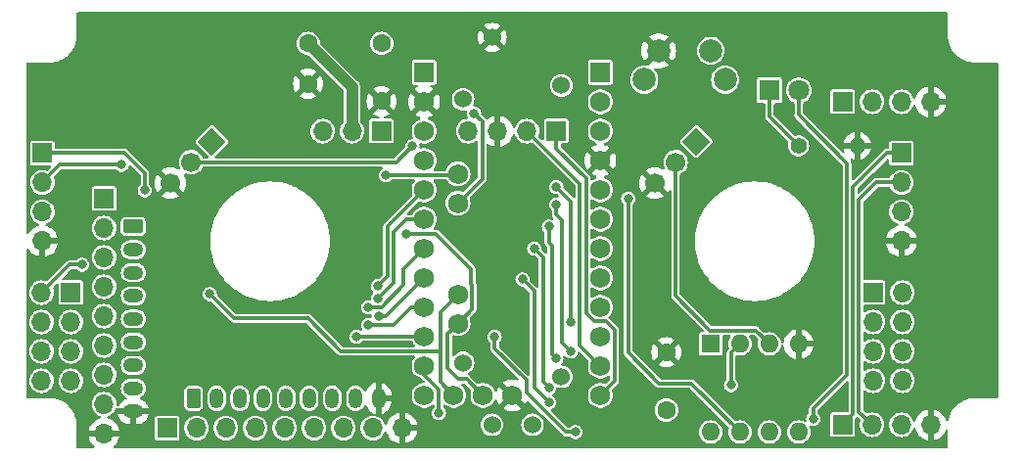
<source format=gbr>
%TF.GenerationSoftware,KiCad,Pcbnew,7.0.7*%
%TF.CreationDate,2023-09-10T17:47:14+02:00*%
%TF.ProjectId,Angle&Ana&Sw,416e676c-6526-4416-9e61-2653772e6b69,1.0*%
%TF.SameCoordinates,Original*%
%TF.FileFunction,Copper,L2,Bot*%
%TF.FilePolarity,Positive*%
%FSLAX46Y46*%
G04 Gerber Fmt 4.6, Leading zero omitted, Abs format (unit mm)*
G04 Created by KiCad (PCBNEW 7.0.7) date 2023-09-10 17:47:14*
%MOMM*%
%LPD*%
G01*
G04 APERTURE LIST*
G04 Aperture macros list*
%AMRoundRect*
0 Rectangle with rounded corners*
0 $1 Rounding radius*
0 $2 $3 $4 $5 $6 $7 $8 $9 X,Y pos of 4 corners*
0 Add a 4 corners polygon primitive as box body*
4,1,4,$2,$3,$4,$5,$6,$7,$8,$9,$2,$3,0*
0 Add four circle primitives for the rounded corners*
1,1,$1+$1,$2,$3*
1,1,$1+$1,$4,$5*
1,1,$1+$1,$6,$7*
1,1,$1+$1,$8,$9*
0 Add four rect primitives between the rounded corners*
20,1,$1+$1,$2,$3,$4,$5,0*
20,1,$1+$1,$4,$5,$6,$7,0*
20,1,$1+$1,$6,$7,$8,$9,0*
20,1,$1+$1,$8,$9,$2,$3,0*%
%AMHorizOval*
0 Thick line with rounded ends*
0 $1 width*
0 $2 $3 position (X,Y) of the first rounded end (center of the circle)*
0 $4 $5 position (X,Y) of the second rounded end (center of the circle)*
0 Add line between two ends*
20,1,$1,$2,$3,$4,$5,0*
0 Add two circle primitives to create the rounded ends*
1,1,$1,$2,$3*
1,1,$1,$4,$5*%
%AMRotRect*
0 Rectangle, with rotation*
0 The origin of the aperture is its center*
0 $1 length*
0 $2 width*
0 $3 Rotation angle, in degrees counterclockwise*
0 Add horizontal line*
21,1,$1,$2,0,0,$3*%
G04 Aperture macros list end*
%TA.AperFunction,ComponentPad*%
%ADD10RotRect,1.700000X1.700000X315.000000*%
%TD*%
%TA.AperFunction,ComponentPad*%
%ADD11HorizOval,1.700000X0.000000X0.000000X0.000000X0.000000X0*%
%TD*%
%TA.AperFunction,ComponentPad*%
%ADD12C,1.524000*%
%TD*%
%TA.AperFunction,ComponentPad*%
%ADD13R,1.700000X1.700000*%
%TD*%
%TA.AperFunction,ComponentPad*%
%ADD14O,1.700000X1.700000*%
%TD*%
%TA.AperFunction,ComponentPad*%
%ADD15C,1.600000*%
%TD*%
%TA.AperFunction,ComponentPad*%
%ADD16R,1.600000X1.600000*%
%TD*%
%TA.AperFunction,ComponentPad*%
%ADD17O,1.600000X1.600000*%
%TD*%
%TA.AperFunction,ComponentPad*%
%ADD18RoundRect,0.250000X-0.350000X-0.625000X0.350000X-0.625000X0.350000X0.625000X-0.350000X0.625000X0*%
%TD*%
%TA.AperFunction,ComponentPad*%
%ADD19O,1.200000X1.750000*%
%TD*%
%TA.AperFunction,ComponentPad*%
%ADD20RoundRect,0.250000X-0.625000X0.350000X-0.625000X-0.350000X0.625000X-0.350000X0.625000X0.350000X0*%
%TD*%
%TA.AperFunction,ComponentPad*%
%ADD21O,1.750000X1.200000*%
%TD*%
%TA.AperFunction,ComponentPad*%
%ADD22R,1.800000X1.800000*%
%TD*%
%TA.AperFunction,ComponentPad*%
%ADD23C,1.800000*%
%TD*%
%TA.AperFunction,ComponentPad*%
%ADD24C,2.000000*%
%TD*%
%TA.AperFunction,ComponentPad*%
%ADD25C,1.727200*%
%TD*%
%TA.AperFunction,ComponentPad*%
%ADD26R,1.727200X1.727200*%
%TD*%
%TA.AperFunction,ComponentPad*%
%ADD27C,1.400000*%
%TD*%
%TA.AperFunction,ComponentPad*%
%ADD28O,1.400000X1.400000*%
%TD*%
%TA.AperFunction,ViaPad*%
%ADD29C,0.800000*%
%TD*%
%TA.AperFunction,Conductor*%
%ADD30C,0.310000*%
%TD*%
%TA.AperFunction,Conductor*%
%ADD31C,1.000000*%
%TD*%
G04 APERTURE END LIST*
D10*
%TO.P,U2,1,Vin*%
%TO.N,+5V*%
X196266057Y-107583954D03*
D11*
%TO.P,U2,2,Vout*%
%TO.N,Net-(U1-XTAL2{slash}PB4)*%
X194470005Y-109380005D03*
%TO.P,U2,3,GND*%
%TO.N,GND*%
X192673954Y-111176057D03*
%TD*%
D10*
%TO.P,U4,1,Vin*%
%TO.N,+5V*%
X154357557Y-107583954D03*
D11*
%TO.P,U4,2,Vout*%
%TO.N,Net-(U1-XTAL2{slash}PB4)*%
X152561505Y-109380005D03*
%TO.P,U4,3,GND*%
%TO.N,GND*%
X150765454Y-111176057D03*
%TD*%
D12*
%TO.P,RV1,1,1*%
%TO.N,+5V*%
X178590000Y-132080000D03*
%TO.P,RV1,2,2*%
%TO.N,/OUT__SENSOR*%
X182090000Y-132080000D03*
%TO.P,RV1,3,3*%
%TO.N,GND*%
X178590000Y-98580000D03*
%TO.P,RV1,4*%
%TO.N,N/C*%
X176090000Y-126730000D03*
%TO.P,RV1,5*%
X176090000Y-103930000D03*
%TO.P,RV1,6*%
X184590000Y-127930000D03*
%TO.P,RV1,7*%
X184590000Y-102730000D03*
%TD*%
D13*
%TO.P,J7,1,Pin_1*%
%TO.N,/C16*%
X142175000Y-120650000D03*
D14*
%TO.P,J7,2,Pin_2*%
%TO.N,/C15*%
X139635000Y-120650000D03*
%TO.P,J7,3,Pin_3*%
%TO.N,/C14*%
X142175000Y-123190000D03*
%TO.P,J7,4,Pin_4*%
%TO.N,/C13*%
X139635000Y-123190000D03*
%TO.P,J7,5,Pin_5*%
%TO.N,/C12*%
X142175000Y-125730000D03*
%TO.P,J7,6,Pin_6*%
%TO.N,/C11*%
X139635000Y-125730000D03*
%TO.P,J7,7,Pin_7*%
%TO.N,/C10*%
X142175000Y-128270000D03*
%TO.P,J7,8,Pin_8*%
%TO.N,/C9*%
X139635000Y-128270000D03*
%TD*%
D15*
%TO.P,C2,1*%
%TO.N,+5V*%
X193675000Y-130810000D03*
%TO.P,C2,2*%
%TO.N,GND*%
X193675000Y-125810000D03*
%TD*%
%TO.P,C3,1*%
%TO.N,Net-(J1-Pin_4)*%
X169037000Y-99100000D03*
%TO.P,C3,2*%
%TO.N,GND*%
X169037000Y-104100000D03*
%TD*%
D16*
%TO.P,U1,1,~{RESET}/PB5*%
%TO.N,unconnected-(U1-~{RESET}{slash}PB5-Pad1)*%
X197485000Y-125095000D03*
D17*
%TO.P,U1,2,XTAL1/PB3*%
%TO.N,/OUT__SENSOR*%
X200025000Y-125095000D03*
%TO.P,U1,3,XTAL2/PB4*%
%TO.N,Net-(U1-XTAL2{slash}PB4)*%
X202565000Y-125095000D03*
%TO.P,U1,4,GND*%
%TO.N,GND*%
X205105000Y-125095000D03*
%TO.P,U1,5,AREF/PB0*%
%TO.N,/SDA*%
X205105000Y-132715000D03*
%TO.P,U1,6,PB1*%
%TO.N,Net-(D1-A)*%
X202565000Y-132715000D03*
%TO.P,U1,7,PB2*%
%TO.N,/SCL*%
X200025000Y-132715000D03*
%TO.P,U1,8,VCC*%
%TO.N,+5V*%
X197485000Y-132715000D03*
%TD*%
D18*
%TO.P,J10,1,Pin_1*%
%TO.N,/C1*%
X152781000Y-129794000D03*
D19*
%TO.P,J10,2,Pin_2*%
%TO.N,/C2*%
X154781000Y-129794000D03*
%TO.P,J10,3,Pin_3*%
%TO.N,/C3*%
X156781000Y-129794000D03*
%TO.P,J10,4,Pin_4*%
%TO.N,/C4*%
X158781000Y-129794000D03*
%TO.P,J10,5,Pin_5*%
%TO.N,/C5*%
X160781000Y-129794000D03*
%TO.P,J10,6,Pin_6*%
%TO.N,/C6*%
X162781000Y-129794000D03*
%TO.P,J10,7,Pin_7*%
%TO.N,/C7*%
X164781000Y-129794000D03*
%TO.P,J10,8,Pin_8*%
%TO.N,/C8*%
X166781000Y-129794000D03*
%TO.P,J10,9,Pin_9*%
%TO.N,GND*%
X168781000Y-129794000D03*
%TD*%
D13*
%TO.P,SW2,1,A*%
%TO.N,+5V*%
X169022000Y-106680000D03*
D14*
%TO.P,SW2,2,B*%
%TO.N,Net-(J1-Pin_4)*%
X166482000Y-106680000D03*
%TO.P,SW2,3,C*%
%TO.N,+VDC*%
X163942000Y-106680000D03*
%TD*%
D13*
%TO.P,J3,1,Pin_1*%
%TO.N,/SDA*%
X208915000Y-104140000D03*
D14*
%TO.P,J3,2,Pin_2*%
%TO.N,/SCL*%
X211455000Y-104140000D03*
%TO.P,J3,3,Pin_3*%
%TO.N,+5V*%
X213995000Y-104140000D03*
%TO.P,J3,4,Pin_4*%
%TO.N,GND*%
X216535000Y-104140000D03*
%TD*%
D13*
%TO.P,J10B1,1,Pin_1*%
%TO.N,/C1*%
X150495000Y-132373500D03*
D14*
%TO.P,J10B1,2,Pin_2*%
%TO.N,/C2*%
X153035000Y-132373500D03*
%TO.P,J10B1,3,Pin_3*%
%TO.N,/C3*%
X155575000Y-132373500D03*
%TO.P,J10B1,4,Pin_4*%
%TO.N,/C4*%
X158115000Y-132373500D03*
%TO.P,J10B1,5,Pin_5*%
%TO.N,/C5*%
X160655000Y-132373500D03*
%TO.P,J10B1,6,Pin_6*%
%TO.N,/C6*%
X163195000Y-132373500D03*
%TO.P,J10B1,7,Pin_7*%
%TO.N,/C7*%
X165735000Y-132373500D03*
%TO.P,J10B1,8,Pin_8*%
%TO.N,/C8*%
X168275000Y-132373500D03*
%TO.P,J10B1,9,Pin_9*%
%TO.N,GND*%
X170815000Y-132373500D03*
%TD*%
D15*
%TO.P,C1,1*%
%TO.N,Net-(J1-Pin_4)*%
X162687000Y-99088000D03*
%TO.P,C1,2*%
%TO.N,GND*%
X162687000Y-102588000D03*
%TD*%
D20*
%TO.P,J9,1,Pin_1*%
%TO.N,/C16*%
X147574000Y-114935000D03*
D21*
%TO.P,J9,2,Pin_2*%
%TO.N,/C15*%
X147574000Y-116935000D03*
%TO.P,J9,3,Pin_3*%
%TO.N,/C14*%
X147574000Y-118935000D03*
%TO.P,J9,4,Pin_4*%
%TO.N,/C13*%
X147574000Y-120935000D03*
%TO.P,J9,5,Pin_5*%
%TO.N,/C12*%
X147574000Y-122935000D03*
%TO.P,J9,6,Pin_6*%
%TO.N,/C11*%
X147574000Y-124935000D03*
%TO.P,J9,7,Pin_7*%
%TO.N,/C10*%
X147574000Y-126935000D03*
%TO.P,J9,8,Pin_8*%
%TO.N,/C9*%
X147574000Y-128935000D03*
%TO.P,J9,9,Pin_9*%
%TO.N,GND*%
X147574000Y-130935000D03*
%TD*%
D13*
%TO.P,J6,1,Pin_1*%
%TO.N,/C16*%
X211545000Y-120650000D03*
D14*
%TO.P,J6,2,Pin_2*%
%TO.N,/C15*%
X214085000Y-120650000D03*
%TO.P,J6,3,Pin_3*%
%TO.N,/C14*%
X211545000Y-123190000D03*
%TO.P,J6,4,Pin_4*%
%TO.N,/C13*%
X214085000Y-123190000D03*
%TO.P,J6,5,Pin_5*%
%TO.N,/C12*%
X211545000Y-125730000D03*
%TO.P,J6,6,Pin_6*%
%TO.N,/C11*%
X214085000Y-125730000D03*
%TO.P,J6,7,Pin_7*%
%TO.N,/C10*%
X211545000Y-128270000D03*
%TO.P,J6,8,Pin_8*%
%TO.N,/C9*%
X214085000Y-128270000D03*
%TD*%
D22*
%TO.P,D1,1,K*%
%TO.N,Net-(D1-K)*%
X202585000Y-103155000D03*
D23*
%TO.P,D1,2,A*%
%TO.N,Net-(D1-A)*%
X205125000Y-103155000D03*
%TD*%
D24*
%TO.P,SW1,1,1*%
%TO.N,/SDA*%
X197505000Y-99735000D03*
%TO.P,SW1,2,2*%
%TO.N,GND*%
X193005000Y-99735000D03*
%TO.P,SW1,3*%
%TO.N,N/C*%
X198755000Y-102235000D03*
%TO.P,SW1,4*%
X191755000Y-102235000D03*
%TD*%
D25*
%TO.P,U3,A0,A0*%
%TO.N,/C11*%
X172720000Y-119380000D03*
%TO.P,U3,A1,A1*%
%TO.N,/C12*%
X172720000Y-116840000D03*
%TO.P,U3,A2,A2*%
%TO.N,/C13*%
X172720000Y-114300000D03*
%TO.P,U3,A3,A3*%
%TO.N,/C14*%
X172720000Y-111760000D03*
%TO.P,U3,A4,A4/SDA*%
%TO.N,/SDA*%
X175645900Y-112910600D03*
%TO.P,U3,A5,A5/SCL*%
%TO.N,/SCL*%
X175645900Y-110370600D03*
%TO.P,U3,A6,A6*%
%TO.N,/C15*%
X177800000Y-129540000D03*
X175645900Y-123324600D03*
%TO.P,U3,A7,A7*%
%TO.N,/C16*%
X175645900Y-120784000D03*
X175260000Y-129540000D03*
%TO.P,U3,D0,D0/RX*%
%TO.N,unconnected-(U3-D0{slash}RX-PadD0)*%
X187960000Y-104140000D03*
D26*
%TO.P,U3,D1,D1/TX*%
%TO.N,unconnected-(U3-D1{slash}TX-PadD1)*%
X187960000Y-101600000D03*
D25*
%TO.P,U3,D2,D2_INT0*%
%TO.N,/C1*%
X187960000Y-111760000D03*
%TO.P,U3,D3,D3_INT1*%
%TO.N,/C2*%
X187960000Y-114300000D03*
%TO.P,U3,D4,D4*%
%TO.N,/C3*%
X187960000Y-116840000D03*
%TO.P,U3,D5,D5*%
%TO.N,/C4*%
X187960000Y-119380000D03*
%TO.P,U3,D6,D6*%
%TO.N,/C5*%
X187960000Y-121920000D03*
%TO.P,U3,D7,D7*%
%TO.N,/C6*%
X187960000Y-124460000D03*
%TO.P,U3,D8,D8*%
%TO.N,/CPPM_IN*%
X187960000Y-127000000D03*
%TO.P,U3,D9,D9*%
%TO.N,/CPPM_OUT*%
X187960000Y-129540000D03*
%TO.P,U3,D10,D10_CS*%
%TO.N,/C7*%
X172720000Y-129540000D03*
%TO.P,U3,D11,D11_MOSI*%
%TO.N,/C8*%
X172720000Y-127000000D03*
%TO.P,U3,D12,D12_MISO*%
%TO.N,/C9*%
X172720000Y-124460000D03*
%TO.P,U3,D13,D13_SCK*%
%TO.N,/C10*%
X172720000Y-121920000D03*
%TO.P,U3,GND1,GND*%
%TO.N,GND*%
X187960000Y-109220000D03*
%TO.P,U3,GND2,GND*%
X180340000Y-129540000D03*
X172720000Y-104140000D03*
D26*
%TO.P,U3,RAW,RAW*%
%TO.N,+VDC*%
X172720000Y-101600000D03*
D25*
%TO.P,U3,RST1,RESET*%
%TO.N,unconnected-(U3-RESET-PadRST1)*%
X187960000Y-106680000D03*
%TO.P,U3,RST2,RESET*%
%TO.N,unconnected-(U3-RESET-PadRST2)*%
X172720000Y-106680000D03*
%TO.P,U3,Vcc1,Vcc*%
%TO.N,+5V*%
X172720000Y-109220000D03*
%TD*%
D13*
%TO.P,J1,1,Pin_1*%
%TO.N,/CPPM_OUT*%
X184150000Y-106680000D03*
D14*
%TO.P,J1,2,Pin_2*%
%TO.N,/CPPM_IN*%
X181610000Y-106680000D03*
%TO.P,J1,3,Pin_3*%
%TO.N,GND*%
X179070000Y-106680000D03*
%TO.P,J1,4,Pin_4*%
%TO.N,Net-(J1-Pin_4)*%
X176530000Y-106680000D03*
%TD*%
D13*
%TO.P,J5,1,Pin_1*%
%TO.N,/SDA*%
X213995000Y-108585000D03*
D14*
%TO.P,J5,2,Pin_2*%
%TO.N,/SCL*%
X213995000Y-111125000D03*
%TO.P,J5,3,Pin_3*%
%TO.N,+5V*%
X213995000Y-113665000D03*
%TO.P,J5,4,Pin_4*%
%TO.N,GND*%
X213995000Y-116205000D03*
%TD*%
D13*
%TO.P,J9B1,1,Pin_1*%
%TO.N,/C16*%
X145034000Y-112522000D03*
D14*
%TO.P,J9B1,2,Pin_2*%
%TO.N,/C15*%
X145034000Y-115062000D03*
%TO.P,J9B1,3,Pin_3*%
%TO.N,/C14*%
X145034000Y-117602000D03*
%TO.P,J9B1,4,Pin_4*%
%TO.N,/C13*%
X145034000Y-120142000D03*
%TO.P,J9B1,5,Pin_5*%
%TO.N,/C12*%
X145034000Y-122682000D03*
%TO.P,J9B1,6,Pin_6*%
%TO.N,/C11*%
X145034000Y-125222000D03*
%TO.P,J9B1,7,Pin_7*%
%TO.N,/C10*%
X145034000Y-127762000D03*
%TO.P,J9B1,8,Pin_8*%
%TO.N,/C9*%
X145034000Y-130302000D03*
%TO.P,J9B1,9,Pin_9*%
%TO.N,GND*%
X145034000Y-132842000D03*
%TD*%
D27*
%TO.P,R1,1*%
%TO.N,Net-(D1-K)*%
X205105000Y-107950000D03*
D28*
%TO.P,R1,2*%
%TO.N,GND*%
X210185000Y-107950000D03*
%TD*%
D13*
%TO.P,J4,1,Pin_1*%
%TO.N,/SDA*%
X139700000Y-108585000D03*
D14*
%TO.P,J4,2,Pin_2*%
%TO.N,/SCL*%
X139700000Y-111125000D03*
%TO.P,J4,3,Pin_3*%
%TO.N,+5V*%
X139700000Y-113665000D03*
%TO.P,J4,4,Pin_4*%
%TO.N,GND*%
X139700000Y-116205000D03*
%TD*%
D13*
%TO.P,J2,1,Pin_1*%
%TO.N,/SDA*%
X208915000Y-132080000D03*
D14*
%TO.P,J2,2,Pin_2*%
%TO.N,/SCL*%
X211455000Y-132080000D03*
%TO.P,J2,3,Pin_3*%
%TO.N,+5V*%
X213995000Y-132080000D03*
%TO.P,J2,4,Pin_4*%
%TO.N,GND*%
X216535000Y-132080000D03*
%TD*%
D29*
%TO.N,Net-(D1-A)*%
X206375000Y-131572000D03*
%TO.N,Net-(U1-XTAL2{slash}PB4)*%
X171704000Y-107991400D03*
%TO.N,/SDA*%
X148557416Y-111792584D03*
X177038000Y-105156000D03*
%TO.N,/C8*%
X173990000Y-131064000D03*
%TO.N,/C9*%
X166878000Y-124460000D03*
X185801000Y-132715000D03*
X178816000Y-124460000D03*
%TO.N,/C10*%
X181229000Y-119507000D03*
X167894000Y-123446500D03*
X183515000Y-130175000D03*
%TO.N,/SCL*%
X169418000Y-110490000D03*
X190373000Y-112522000D03*
X146558000Y-109601000D03*
%TO.N,/C16*%
X154178000Y-120777000D03*
%TO.N,/C15*%
X143129000Y-118237000D03*
X171183665Y-115557665D03*
%TO.N,/C14*%
X184150000Y-111506000D03*
X168717832Y-120076832D03*
X185420000Y-123190000D03*
%TO.N,/C13*%
X184150000Y-113030000D03*
X185420000Y-125730000D03*
X168750416Y-121125416D03*
%TO.N,/C12*%
X183515000Y-114935000D03*
X184150000Y-126365000D03*
X167888500Y-121914500D03*
%TO.N,/C11*%
X182245000Y-116840000D03*
X183515000Y-128905000D03*
X168783000Y-122679500D03*
%TO.N,/OUT__SENSOR*%
X199263000Y-128651000D03*
%TD*%
D30*
%TO.N,Net-(D1-K)*%
X202585000Y-103155000D02*
X202585000Y-105430000D01*
X202585000Y-105430000D02*
X205105000Y-107950000D01*
%TO.N,Net-(D1-A)*%
X206375000Y-130683000D02*
X209290000Y-127768000D01*
X205105000Y-105283000D02*
X205125000Y-105263000D01*
X205125000Y-105263000D02*
X205125000Y-103155000D01*
X209290000Y-109468000D02*
X205105000Y-105283000D01*
X209290000Y-127768000D02*
X209290000Y-109468000D01*
X206375000Y-131572000D02*
X206375000Y-130683000D01*
%TO.N,Net-(U1-XTAL2{slash}PB4)*%
X194470005Y-120937005D02*
X194470005Y-109380005D01*
X197463000Y-123930000D02*
X194470005Y-120937005D01*
X170315395Y-109380005D02*
X171704000Y-107991400D01*
X201400000Y-123930000D02*
X197463000Y-123930000D01*
X202565000Y-125095000D02*
X201400000Y-123930000D01*
X152561505Y-109380005D02*
X170315395Y-109380005D01*
%TO.N,/SDA*%
X177745000Y-110811500D02*
X175645900Y-112910600D01*
X148557416Y-110330416D02*
X146812000Y-108585000D01*
X146812000Y-108585000D02*
X143002000Y-108585000D01*
X143002000Y-108585000D02*
X143067874Y-108585000D01*
X209810000Y-111500000D02*
X209810000Y-131185000D01*
X177745000Y-105863000D02*
X177745000Y-110811500D01*
X212725000Y-108585000D02*
X209810000Y-111500000D01*
X209810000Y-131185000D02*
X208915000Y-132080000D01*
X177038000Y-105156000D02*
X177745000Y-105863000D01*
X143002000Y-108585000D02*
X139700000Y-108585000D01*
X213995000Y-108585000D02*
X212725000Y-108585000D01*
X148557416Y-111792584D02*
X148557416Y-110330416D01*
%TO.N,/C8*%
X173990000Y-131064000D02*
X173990000Y-129005392D01*
X172720000Y-127735392D02*
X172720000Y-127000000D01*
X173990000Y-129005392D02*
X172720000Y-127735392D01*
%TO.N,/C9*%
X172720000Y-124460000D02*
X166878000Y-124460000D01*
X181568600Y-129310474D02*
X184973126Y-132715000D01*
X178816000Y-125476000D02*
X181568600Y-128228600D01*
X184973126Y-132715000D02*
X185801000Y-132715000D01*
X181568600Y-128228600D02*
X181568600Y-129310474D01*
X178816000Y-124460000D02*
X178816000Y-125476000D01*
%TO.N,/C10*%
X167896500Y-123444000D02*
X170053000Y-123444000D01*
X170053000Y-123444000D02*
X171577000Y-121920000D01*
X171577000Y-121920000D02*
X172720000Y-121920000D01*
X182245000Y-120523000D02*
X182245000Y-128905000D01*
X181229000Y-119507000D02*
X182245000Y-120523000D01*
X182245000Y-128905000D02*
X183515000Y-130175000D01*
X167894000Y-123446500D02*
X167896500Y-123444000D01*
%TO.N,/SCL*%
X211836000Y-111125000D02*
X210330000Y-112631000D01*
X213995000Y-111125000D02*
X211836000Y-111125000D01*
X146558000Y-109601000D02*
X141224000Y-109601000D01*
X210330000Y-112631000D02*
X210330000Y-130955000D01*
X169418000Y-110490000D02*
X175526500Y-110490000D01*
X193040000Y-128524000D02*
X195834000Y-128524000D01*
X190373000Y-125857000D02*
X193040000Y-128524000D01*
X141224000Y-109601000D02*
X139700000Y-111125000D01*
X175526500Y-110490000D02*
X175645900Y-110370600D01*
X195834000Y-128524000D02*
X200025000Y-132715000D01*
X190373000Y-112522000D02*
X190373000Y-125857000D01*
X210330000Y-130955000D02*
X211455000Y-132080000D01*
%TO.N,/CPPM_IN*%
X186182000Y-122870126D02*
X186182000Y-111252000D01*
X186185000Y-122873126D02*
X186182000Y-122870126D01*
X187960000Y-127000000D02*
X186182000Y-125222000D01*
X186182000Y-123509874D02*
X186185000Y-123506874D01*
X186185000Y-123506874D02*
X186185000Y-122873126D01*
X186182000Y-111252000D02*
X181610000Y-106680000D01*
X186182000Y-125222000D02*
X186182000Y-123509874D01*
%TO.N,/CPPM_OUT*%
X189188600Y-123910600D02*
X188426600Y-123148600D01*
X184150000Y-108204000D02*
X184150000Y-106680000D01*
X186731400Y-122428903D02*
X186731400Y-110785400D01*
X187451097Y-123148600D02*
X186731400Y-122428903D01*
X188426600Y-123148600D02*
X187451097Y-123148600D01*
X189188600Y-128311400D02*
X189188600Y-123910600D01*
X186731400Y-110785400D02*
X184150000Y-108204000D01*
X187960000Y-129540000D02*
X189188600Y-128311400D01*
D31*
%TO.N,Net-(J1-Pin_4)*%
X166482000Y-102883000D02*
X166482000Y-106680000D01*
X162687000Y-99088000D02*
X166482000Y-102883000D01*
D30*
%TO.N,/C16*%
X174117000Y-128397000D02*
X174117000Y-125730000D01*
X162687000Y-122874874D02*
X165542126Y-125730000D01*
X165542126Y-125730000D02*
X174117000Y-125730000D01*
X175260000Y-129540000D02*
X174117000Y-128397000D01*
X174117000Y-122312900D02*
X175645900Y-120784000D01*
X156275874Y-122874874D02*
X162687000Y-122874874D01*
X174117000Y-125730000D02*
X174117000Y-122312900D01*
X154178000Y-120777000D02*
X156275874Y-122874874D01*
%TO.N,/C15*%
X176874500Y-119978500D02*
X176784000Y-119888000D01*
X174752000Y-127216600D02*
X174752000Y-124218500D01*
X171196000Y-115570000D02*
X171183665Y-115557665D01*
X173736000Y-115570000D02*
X171196000Y-115570000D01*
X139635000Y-120650000D02*
X142048000Y-118237000D01*
X174752000Y-124218500D02*
X175645900Y-123324600D01*
X175678400Y-128143000D02*
X174752000Y-127216600D01*
X176874500Y-122096000D02*
X176874500Y-119978500D01*
X176784000Y-119888000D02*
X176784000Y-118618000D01*
X177800000Y-129540000D02*
X176403000Y-128143000D01*
X142048000Y-118237000D02*
X143129000Y-118237000D01*
X175645900Y-123324600D02*
X176874500Y-122096000D01*
X176403000Y-128143000D02*
X175678400Y-128143000D01*
X176784000Y-118618000D02*
X173736000Y-115570000D01*
%TO.N,/C14*%
X169545000Y-119253000D02*
X169545000Y-114935000D01*
X185420000Y-123190000D02*
X185420000Y-112776000D01*
X169545000Y-114935000D02*
X172720000Y-111760000D01*
X168717832Y-120076832D02*
X168721168Y-120076832D01*
X168721168Y-120076832D02*
X169545000Y-119253000D01*
X185420000Y-112776000D02*
X184150000Y-111506000D01*
%TO.N,/C13*%
X184655000Y-124965000D02*
X184655000Y-114424000D01*
X184150000Y-113919000D02*
X184150000Y-113030000D01*
X184655000Y-114424000D02*
X184150000Y-113919000D01*
X185420000Y-125730000D02*
X184655000Y-124965000D01*
X171196000Y-114300000D02*
X172720000Y-114300000D01*
X170065000Y-115431000D02*
X171196000Y-114300000D01*
X170065000Y-119810832D02*
X170065000Y-115431000D01*
X168750416Y-121125416D02*
X170065000Y-119810832D01*
%TO.N,/C12*%
X183769000Y-116586000D02*
X183515000Y-116332000D01*
X183769000Y-116586000D02*
X183769000Y-125984000D01*
X170942000Y-120015000D02*
X170942000Y-118618000D01*
X169042500Y-121914500D02*
X170942000Y-120015000D01*
X167888500Y-121914500D02*
X169042500Y-121914500D01*
X183769000Y-125984000D02*
X184150000Y-126365000D01*
X170942000Y-118618000D02*
X172720000Y-116840000D01*
X183515000Y-116332000D02*
X183515000Y-114935000D01*
%TO.N,/C11*%
X183007000Y-117602000D02*
X183007000Y-128397000D01*
X183007000Y-128397000D02*
X183515000Y-128905000D01*
X182245000Y-116840000D02*
X183007000Y-117602000D01*
X169420500Y-122679500D02*
X172720000Y-119380000D01*
X168783000Y-122679500D02*
X169420500Y-122679500D01*
%TO.N,/OUT__SENSOR*%
X199263000Y-128651000D02*
X199263000Y-125857000D01*
X199263000Y-125857000D02*
X200025000Y-125095000D01*
%TD*%
%TA.AperFunction,Conductor*%
%TO.N,GND*%
G36*
X217976539Y-96412685D02*
G01*
X218022294Y-96465489D01*
X218033500Y-96516999D01*
X218033500Y-98416714D01*
X218033500Y-98416715D01*
X218033500Y-98425000D01*
X218033500Y-98564820D01*
X218067207Y-98842421D01*
X218110639Y-99018632D01*
X218134130Y-99113940D01*
X218233293Y-99375409D01*
X218233294Y-99375410D01*
X218363243Y-99623007D01*
X218363249Y-99623016D01*
X218517730Y-99846821D01*
X218522100Y-99853151D01*
X218707535Y-100062465D01*
X218916849Y-100247900D01*
X219146988Y-100406754D01*
X219146992Y-100406756D01*
X219394589Y-100536705D01*
X219394590Y-100536706D01*
X219394594Y-100536707D01*
X219394597Y-100536709D01*
X219520970Y-100584636D01*
X219656059Y-100635869D01*
X219656061Y-100635869D01*
X219656065Y-100635871D01*
X219927579Y-100702793D01*
X220155906Y-100730517D01*
X220205178Y-100736500D01*
X222253000Y-100736500D01*
X222320039Y-100756185D01*
X222365794Y-100808989D01*
X222377000Y-100860500D01*
X222377000Y-129644500D01*
X222357315Y-129711539D01*
X222304511Y-129757294D01*
X222253000Y-129768500D01*
X220205178Y-129768500D01*
X220089748Y-129782516D01*
X219927579Y-129802207D01*
X219804748Y-129832482D01*
X219656059Y-129869130D01*
X219394590Y-129968293D01*
X219394589Y-129968294D01*
X219146992Y-130098243D01*
X219146983Y-130098249D01*
X218916852Y-130257097D01*
X218707535Y-130442535D01*
X218522097Y-130651852D01*
X218363249Y-130881983D01*
X218363243Y-130881992D01*
X218233294Y-131129589D01*
X218233293Y-131129590D01*
X218134130Y-131391059D01*
X218067205Y-131662587D01*
X218066531Y-131666268D01*
X218064946Y-131665977D01*
X218039848Y-131724173D01*
X217981885Y-131763186D01*
X217912031Y-131764669D01*
X217852464Y-131728150D01*
X217824658Y-131677069D01*
X217808434Y-131616518D01*
X217808429Y-131616507D01*
X217708600Y-131402422D01*
X217708599Y-131402420D01*
X217573113Y-131208926D01*
X217573108Y-131208920D01*
X217406082Y-131041894D01*
X217212578Y-130906399D01*
X216998492Y-130806570D01*
X216998486Y-130806567D01*
X216785000Y-130749364D01*
X216785000Y-131467698D01*
X216765315Y-131534737D01*
X216712511Y-131580492D01*
X216643355Y-131590436D01*
X216570766Y-131580000D01*
X216570763Y-131580000D01*
X216499237Y-131580000D01*
X216499233Y-131580000D01*
X216426644Y-131590436D01*
X216357486Y-131580492D01*
X216304683Y-131534736D01*
X216284999Y-131467698D01*
X216284999Y-130749364D01*
X216071513Y-130806567D01*
X216071507Y-130806570D01*
X215857422Y-130906399D01*
X215857420Y-130906400D01*
X215663926Y-131041886D01*
X215663920Y-131041891D01*
X215496891Y-131208920D01*
X215496886Y-131208926D01*
X215361400Y-131402420D01*
X215361399Y-131402422D01*
X215261570Y-131616507D01*
X215261567Y-131616514D01*
X215233742Y-131720359D01*
X215197377Y-131780019D01*
X215134530Y-131810548D01*
X215065154Y-131802253D01*
X215011276Y-131757768D01*
X214995308Y-131724264D01*
X214979515Y-131672201D01*
X214979511Y-131672193D01*
X214881043Y-131487972D01*
X214881039Y-131487965D01*
X214748515Y-131326484D01*
X214587034Y-131193960D01*
X214587027Y-131193956D01*
X214402806Y-131095488D01*
X214402803Y-131095487D01*
X214402802Y-131095486D01*
X214402799Y-131095485D01*
X214202894Y-131034845D01*
X214202892Y-131034844D01*
X214202894Y-131034844D01*
X214013639Y-131016204D01*
X213995000Y-131014369D01*
X213994999Y-131014369D01*
X213787107Y-131034844D01*
X213690997Y-131063999D01*
X213587201Y-131095485D01*
X213587198Y-131095486D01*
X213587196Y-131095487D01*
X213587193Y-131095488D01*
X213402972Y-131193956D01*
X213402965Y-131193960D01*
X213241484Y-131326484D01*
X213108960Y-131487965D01*
X213108956Y-131487972D01*
X213010488Y-131672193D01*
X213010487Y-131672196D01*
X213010486Y-131672198D01*
X213010485Y-131672201D01*
X212996252Y-131719121D01*
X212949844Y-131872107D01*
X212929369Y-132079999D01*
X212949844Y-132287892D01*
X212960161Y-132321902D01*
X213010485Y-132487799D01*
X213010486Y-132487801D01*
X213010487Y-132487803D01*
X213010488Y-132487806D01*
X213108956Y-132672027D01*
X213108960Y-132672034D01*
X213241484Y-132833515D01*
X213402965Y-132966039D01*
X213402972Y-132966043D01*
X213587193Y-133064511D01*
X213587194Y-133064511D01*
X213587201Y-133064515D01*
X213787106Y-133125155D01*
X213787105Y-133125155D01*
X213805745Y-133126990D01*
X213995000Y-133145631D01*
X214202894Y-133125155D01*
X214402799Y-133064515D01*
X214587033Y-132966040D01*
X214748515Y-132833515D01*
X214881040Y-132672033D01*
X214979515Y-132487799D01*
X214995307Y-132435737D01*
X215033603Y-132377301D01*
X215097415Y-132348844D01*
X215166482Y-132359403D01*
X215218876Y-132405627D01*
X215233742Y-132439640D01*
X215261567Y-132543486D01*
X215261570Y-132543492D01*
X215361399Y-132757578D01*
X215496894Y-132951082D01*
X215663917Y-133118105D01*
X215857421Y-133253600D01*
X216071507Y-133353429D01*
X216071516Y-133353433D01*
X216284999Y-133410633D01*
X216284999Y-132692301D01*
X216304683Y-132625262D01*
X216357487Y-132579507D01*
X216426646Y-132569563D01*
X216433380Y-132570531D01*
X216499237Y-132580000D01*
X216499238Y-132580000D01*
X216570762Y-132580000D01*
X216570763Y-132580000D01*
X216643353Y-132569563D01*
X216712512Y-132579507D01*
X216765315Y-132625262D01*
X216785000Y-132692301D01*
X216785000Y-133410633D01*
X216998483Y-133353433D01*
X216998492Y-133353429D01*
X217212578Y-133253600D01*
X217406082Y-133118105D01*
X217573105Y-132951082D01*
X217708600Y-132757578D01*
X217797118Y-132567751D01*
X217843290Y-132515312D01*
X217910484Y-132496160D01*
X217977365Y-132516376D01*
X218022699Y-132569541D01*
X218033500Y-132620156D01*
X218033500Y-133988000D01*
X218013815Y-134055039D01*
X217961011Y-134100794D01*
X217909500Y-134112000D01*
X145967182Y-134112000D01*
X145900143Y-134092315D01*
X145854388Y-134039511D01*
X145844444Y-133970353D01*
X145873469Y-133906797D01*
X145896056Y-133886427D01*
X145905079Y-133880108D01*
X146072105Y-133713082D01*
X146207600Y-133519578D01*
X146307429Y-133305492D01*
X146307432Y-133305486D01*
X146323846Y-133244230D01*
X149434500Y-133244230D01*
X149446713Y-133305634D01*
X149446714Y-133305636D01*
X149493238Y-133375263D01*
X149562865Y-133421786D01*
X149562869Y-133421788D01*
X149599639Y-133429101D01*
X149624267Y-133434000D01*
X151365732Y-133433999D01*
X151427133Y-133421787D01*
X151496762Y-133375262D01*
X151511351Y-133353429D01*
X151543286Y-133305634D01*
X151543287Y-133305633D01*
X151543317Y-133305486D01*
X151552455Y-133259540D01*
X151555500Y-133244233D01*
X151555499Y-132373499D01*
X151969369Y-132373499D01*
X151989844Y-132581392D01*
X152003152Y-132625262D01*
X152050485Y-132781299D01*
X152050486Y-132781301D01*
X152050487Y-132781303D01*
X152050488Y-132781306D01*
X152148956Y-132965527D01*
X152148960Y-132965534D01*
X152281484Y-133127015D01*
X152442965Y-133259539D01*
X152442972Y-133259543D01*
X152627193Y-133358011D01*
X152627194Y-133358011D01*
X152627201Y-133358015D01*
X152827106Y-133418655D01*
X152827105Y-133418655D01*
X152845745Y-133420490D01*
X153035000Y-133439131D01*
X153242894Y-133418655D01*
X153442799Y-133358015D01*
X153627033Y-133259540D01*
X153788515Y-133127015D01*
X153921040Y-132965533D01*
X154019515Y-132781299D01*
X154080155Y-132581394D01*
X154100631Y-132373500D01*
X154509369Y-132373500D01*
X154529844Y-132581392D01*
X154543152Y-132625262D01*
X154590485Y-132781299D01*
X154590486Y-132781301D01*
X154590487Y-132781303D01*
X154590488Y-132781306D01*
X154688956Y-132965527D01*
X154688960Y-132965534D01*
X154821484Y-133127015D01*
X154982965Y-133259539D01*
X154982972Y-133259543D01*
X155167193Y-133358011D01*
X155167194Y-133358011D01*
X155167201Y-133358015D01*
X155367106Y-133418655D01*
X155367105Y-133418655D01*
X155387580Y-133420671D01*
X155575000Y-133439131D01*
X155782894Y-133418655D01*
X155982799Y-133358015D01*
X156167033Y-133259540D01*
X156328515Y-133127015D01*
X156461040Y-132965533D01*
X156559515Y-132781299D01*
X156620155Y-132581394D01*
X156640631Y-132373500D01*
X157049369Y-132373500D01*
X157069844Y-132581392D01*
X157083152Y-132625262D01*
X157130485Y-132781299D01*
X157130486Y-132781301D01*
X157130487Y-132781303D01*
X157130488Y-132781306D01*
X157228956Y-132965527D01*
X157228960Y-132965534D01*
X157361484Y-133127015D01*
X157522965Y-133259539D01*
X157522972Y-133259543D01*
X157707193Y-133358011D01*
X157707194Y-133358011D01*
X157707201Y-133358015D01*
X157907106Y-133418655D01*
X157907105Y-133418655D01*
X157925745Y-133420490D01*
X158115000Y-133439131D01*
X158322894Y-133418655D01*
X158522799Y-133358015D01*
X158707033Y-133259540D01*
X158868515Y-133127015D01*
X159001040Y-132965533D01*
X159099515Y-132781299D01*
X159160155Y-132581394D01*
X159180631Y-132373500D01*
X159589369Y-132373500D01*
X159609844Y-132581392D01*
X159623152Y-132625262D01*
X159670485Y-132781299D01*
X159670486Y-132781301D01*
X159670487Y-132781303D01*
X159670488Y-132781306D01*
X159768956Y-132965527D01*
X159768960Y-132965534D01*
X159901484Y-133127015D01*
X160062965Y-133259539D01*
X160062972Y-133259543D01*
X160247193Y-133358011D01*
X160247194Y-133358011D01*
X160247201Y-133358015D01*
X160447106Y-133418655D01*
X160447105Y-133418655D01*
X160467581Y-133420671D01*
X160655000Y-133439131D01*
X160862894Y-133418655D01*
X161062799Y-133358015D01*
X161247033Y-133259540D01*
X161408515Y-133127015D01*
X161541040Y-132965533D01*
X161639515Y-132781299D01*
X161700155Y-132581394D01*
X161720631Y-132373500D01*
X162129369Y-132373500D01*
X162149844Y-132581392D01*
X162163152Y-132625262D01*
X162210485Y-132781299D01*
X162210486Y-132781301D01*
X162210487Y-132781303D01*
X162210488Y-132781306D01*
X162308956Y-132965527D01*
X162308960Y-132965534D01*
X162441484Y-133127015D01*
X162602965Y-133259539D01*
X162602972Y-133259543D01*
X162787193Y-133358011D01*
X162787194Y-133358011D01*
X162787201Y-133358015D01*
X162987106Y-133418655D01*
X162987105Y-133418655D01*
X163007581Y-133420671D01*
X163195000Y-133439131D01*
X163402894Y-133418655D01*
X163602799Y-133358015D01*
X163787033Y-133259540D01*
X163948515Y-133127015D01*
X164081040Y-132965533D01*
X164179515Y-132781299D01*
X164240155Y-132581394D01*
X164260631Y-132373500D01*
X164260631Y-132373499D01*
X164669369Y-132373499D01*
X164689844Y-132581392D01*
X164703152Y-132625262D01*
X164750485Y-132781299D01*
X164750486Y-132781301D01*
X164750487Y-132781303D01*
X164750488Y-132781306D01*
X164848956Y-132965527D01*
X164848960Y-132965534D01*
X164981484Y-133127015D01*
X165142965Y-133259539D01*
X165142972Y-133259543D01*
X165327193Y-133358011D01*
X165327194Y-133358011D01*
X165327201Y-133358015D01*
X165527106Y-133418655D01*
X165527105Y-133418655D01*
X165545745Y-133420490D01*
X165735000Y-133439131D01*
X165942894Y-133418655D01*
X166142799Y-133358015D01*
X166327033Y-133259540D01*
X166488515Y-133127015D01*
X166621040Y-132965533D01*
X166719515Y-132781299D01*
X166780155Y-132581394D01*
X166800631Y-132373500D01*
X166780155Y-132165606D01*
X166719515Y-131965701D01*
X166705760Y-131939967D01*
X166621043Y-131781472D01*
X166621039Y-131781465D01*
X166488515Y-131619984D01*
X166327034Y-131487460D01*
X166327027Y-131487456D01*
X166142806Y-131388988D01*
X166142803Y-131388987D01*
X166142802Y-131388986D01*
X166142799Y-131388985D01*
X165942894Y-131328345D01*
X165942892Y-131328344D01*
X165942894Y-131328344D01*
X165735000Y-131307869D01*
X165527107Y-131328344D01*
X165433720Y-131356673D01*
X165327201Y-131388985D01*
X165327198Y-131388986D01*
X165327196Y-131388987D01*
X165327193Y-131388988D01*
X165142972Y-131487456D01*
X165142965Y-131487460D01*
X164981484Y-131619984D01*
X164848960Y-131781465D01*
X164848956Y-131781472D01*
X164750488Y-131965693D01*
X164750487Y-131965696D01*
X164750486Y-131965698D01*
X164750485Y-131965701D01*
X164729464Y-132035000D01*
X164689844Y-132165607D01*
X164669369Y-132373499D01*
X164260631Y-132373499D01*
X164240155Y-132165606D01*
X164179515Y-131965701D01*
X164165760Y-131939967D01*
X164081043Y-131781472D01*
X164081039Y-131781465D01*
X163948515Y-131619984D01*
X163787034Y-131487460D01*
X163787027Y-131487456D01*
X163602806Y-131388988D01*
X163602803Y-131388987D01*
X163602802Y-131388986D01*
X163602799Y-131388985D01*
X163402894Y-131328345D01*
X163402892Y-131328344D01*
X163402894Y-131328344D01*
X163213639Y-131309704D01*
X163195000Y-131307869D01*
X163194999Y-131307869D01*
X162987107Y-131328344D01*
X162893720Y-131356673D01*
X162787201Y-131388985D01*
X162787198Y-131388986D01*
X162787196Y-131388987D01*
X162787193Y-131388988D01*
X162602972Y-131487456D01*
X162602965Y-131487460D01*
X162441484Y-131619984D01*
X162308960Y-131781465D01*
X162308956Y-131781472D01*
X162210488Y-131965693D01*
X162210487Y-131965696D01*
X162210486Y-131965698D01*
X162210485Y-131965701D01*
X162189464Y-132035000D01*
X162149844Y-132165607D01*
X162129369Y-132373500D01*
X161720631Y-132373500D01*
X161700155Y-132165606D01*
X161639515Y-131965701D01*
X161625760Y-131939967D01*
X161541043Y-131781472D01*
X161541039Y-131781465D01*
X161408515Y-131619984D01*
X161247034Y-131487460D01*
X161247027Y-131487456D01*
X161062806Y-131388988D01*
X161062803Y-131388987D01*
X161062802Y-131388986D01*
X161062799Y-131388985D01*
X160862894Y-131328345D01*
X160862892Y-131328344D01*
X160862894Y-131328344D01*
X160673639Y-131309704D01*
X160655000Y-131307869D01*
X160654999Y-131307869D01*
X160447107Y-131328344D01*
X160353720Y-131356673D01*
X160247201Y-131388985D01*
X160247198Y-131388986D01*
X160247196Y-131388987D01*
X160247193Y-131388988D01*
X160062972Y-131487456D01*
X160062965Y-131487460D01*
X159901484Y-131619984D01*
X159768960Y-131781465D01*
X159768956Y-131781472D01*
X159670488Y-131965693D01*
X159670487Y-131965696D01*
X159670486Y-131965698D01*
X159670485Y-131965701D01*
X159649464Y-132035000D01*
X159609844Y-132165607D01*
X159589369Y-132373500D01*
X159180631Y-132373500D01*
X159160155Y-132165606D01*
X159099515Y-131965701D01*
X159085760Y-131939967D01*
X159001043Y-131781472D01*
X159001039Y-131781465D01*
X158868515Y-131619984D01*
X158707034Y-131487460D01*
X158707027Y-131487456D01*
X158522806Y-131388988D01*
X158522803Y-131388987D01*
X158522802Y-131388986D01*
X158522799Y-131388985D01*
X158322894Y-131328345D01*
X158322892Y-131328344D01*
X158322894Y-131328344D01*
X158115000Y-131307869D01*
X157907107Y-131328344D01*
X157813720Y-131356673D01*
X157707201Y-131388985D01*
X157707198Y-131388986D01*
X157707196Y-131388987D01*
X157707193Y-131388988D01*
X157522972Y-131487456D01*
X157522965Y-131487460D01*
X157361484Y-131619984D01*
X157228960Y-131781465D01*
X157228956Y-131781472D01*
X157130488Y-131965693D01*
X157130487Y-131965696D01*
X157130486Y-131965698D01*
X157130485Y-131965701D01*
X157109464Y-132035000D01*
X157069844Y-132165607D01*
X157049369Y-132373500D01*
X156640631Y-132373500D01*
X156620155Y-132165606D01*
X156559515Y-131965701D01*
X156545760Y-131939967D01*
X156461043Y-131781472D01*
X156461039Y-131781465D01*
X156328515Y-131619984D01*
X156167034Y-131487460D01*
X156167027Y-131487456D01*
X155982806Y-131388988D01*
X155982803Y-131388987D01*
X155982802Y-131388986D01*
X155982799Y-131388985D01*
X155782894Y-131328345D01*
X155782892Y-131328344D01*
X155782894Y-131328344D01*
X155593639Y-131309704D01*
X155575000Y-131307869D01*
X155574999Y-131307869D01*
X155367107Y-131328344D01*
X155273720Y-131356673D01*
X155167201Y-131388985D01*
X155167198Y-131388986D01*
X155167196Y-131388987D01*
X155167193Y-131388988D01*
X154982972Y-131487456D01*
X154982965Y-131487460D01*
X154821484Y-131619984D01*
X154688960Y-131781465D01*
X154688956Y-131781472D01*
X154590488Y-131965693D01*
X154590487Y-131965696D01*
X154590486Y-131965698D01*
X154590485Y-131965701D01*
X154569464Y-132035000D01*
X154529844Y-132165607D01*
X154509369Y-132373500D01*
X154100631Y-132373500D01*
X154080155Y-132165606D01*
X154019515Y-131965701D01*
X154005760Y-131939967D01*
X153921043Y-131781472D01*
X153921039Y-131781465D01*
X153788515Y-131619984D01*
X153627034Y-131487460D01*
X153627027Y-131487456D01*
X153442806Y-131388988D01*
X153442803Y-131388987D01*
X153442802Y-131388986D01*
X153442799Y-131388985D01*
X153242894Y-131328345D01*
X153242892Y-131328344D01*
X153242894Y-131328344D01*
X153035000Y-131307869D01*
X152827107Y-131328344D01*
X152733720Y-131356673D01*
X152627201Y-131388985D01*
X152627198Y-131388986D01*
X152627196Y-131388987D01*
X152627193Y-131388988D01*
X152442972Y-131487456D01*
X152442965Y-131487460D01*
X152281484Y-131619984D01*
X152148960Y-131781465D01*
X152148956Y-131781472D01*
X152050488Y-131965693D01*
X152050487Y-131965696D01*
X152050486Y-131965698D01*
X152050485Y-131965701D01*
X152029464Y-132035000D01*
X151989844Y-132165607D01*
X151969369Y-132373499D01*
X151555499Y-132373499D01*
X151555499Y-131502768D01*
X151543287Y-131441367D01*
X151543286Y-131441365D01*
X151543285Y-131441363D01*
X151496761Y-131371736D01*
X151427134Y-131325213D01*
X151427130Y-131325211D01*
X151365735Y-131313000D01*
X149624269Y-131313000D01*
X149562865Y-131325213D01*
X149562863Y-131325214D01*
X149493236Y-131371738D01*
X149446713Y-131441365D01*
X149446711Y-131441369D01*
X149434500Y-131502762D01*
X149434500Y-133244230D01*
X146323846Y-133244230D01*
X146364636Y-133092000D01*
X145647347Y-133092000D01*
X145580308Y-133072315D01*
X145534553Y-133019511D01*
X145524609Y-132950353D01*
X145528369Y-132933067D01*
X145534000Y-132913888D01*
X145534000Y-132770111D01*
X145528369Y-132750933D01*
X145528370Y-132681064D01*
X145566145Y-132622286D01*
X145629701Y-132593262D01*
X145647347Y-132592000D01*
X146364636Y-132592000D01*
X146364635Y-132591999D01*
X146307432Y-132378513D01*
X146307429Y-132378507D01*
X146207600Y-132164422D01*
X146207599Y-132164420D01*
X146072113Y-131970926D01*
X146072108Y-131970920D01*
X145905082Y-131803894D01*
X145711578Y-131668399D01*
X145497492Y-131568570D01*
X145497486Y-131568567D01*
X145393640Y-131540742D01*
X145333980Y-131504377D01*
X145303451Y-131441530D01*
X145311746Y-131372154D01*
X145356231Y-131318276D01*
X145389735Y-131302308D01*
X145441799Y-131286515D01*
X145626033Y-131188040D01*
X145787515Y-131055515D01*
X145920040Y-130894033D01*
X146018515Y-130709799D01*
X146018516Y-130709794D01*
X146019972Y-130707071D01*
X146068935Y-130657227D01*
X146137072Y-130641766D01*
X146202752Y-130665597D01*
X146223045Y-130684323D01*
X146223632Y-130685000D01*
X147085808Y-130685000D01*
X147152847Y-130704685D01*
X147198602Y-130757489D01*
X147208546Y-130826647D01*
X147206013Y-130839441D01*
X147205448Y-130841670D01*
X147195113Y-130966392D01*
X147200923Y-130989336D01*
X147211362Y-131030559D01*
X147211363Y-131030560D01*
X147208738Y-131100381D01*
X147168781Y-131157698D01*
X147104180Y-131184314D01*
X147091157Y-131185000D01*
X146227742Y-131185000D01*
X146254770Y-131296409D01*
X146342040Y-131487507D01*
X146463889Y-131658619D01*
X146463895Y-131658625D01*
X146615932Y-131803592D01*
X146792657Y-131917166D01*
X146987685Y-131995244D01*
X147193962Y-132035000D01*
X147324000Y-132035000D01*
X147324000Y-131419330D01*
X147343685Y-131352291D01*
X147396489Y-131306536D01*
X147465647Y-131296592D01*
X147488262Y-131302048D01*
X147511424Y-131310000D01*
X147605072Y-131310000D01*
X147605073Y-131310000D01*
X147679592Y-131297565D01*
X147748955Y-131305947D01*
X147802777Y-131350500D01*
X147823968Y-131417078D01*
X147824000Y-131419874D01*
X147824000Y-132035000D01*
X147901398Y-132035000D01*
X148058122Y-132020034D01*
X148058126Y-132020033D01*
X148259686Y-131960850D01*
X148446414Y-131864586D01*
X148611537Y-131734731D01*
X148611540Y-131734728D01*
X148749105Y-131575969D01*
X148749114Y-131575958D01*
X148854144Y-131394039D01*
X148854147Y-131394032D01*
X148922855Y-131195517D01*
X148922855Y-131195515D01*
X148924368Y-131185000D01*
X148062192Y-131185000D01*
X147995153Y-131165315D01*
X147949398Y-131112511D01*
X147939454Y-131043353D01*
X147941987Y-131030559D01*
X147942551Y-131028329D01*
X147947459Y-130969105D01*
X147952886Y-130903605D01*
X147936637Y-130839438D01*
X147939262Y-130769619D01*
X147979219Y-130712302D01*
X148043820Y-130685686D01*
X148056843Y-130685000D01*
X148920257Y-130685000D01*
X148893229Y-130573590D01*
X148847961Y-130474466D01*
X151970500Y-130474466D01*
X151970501Y-130474472D01*
X151973417Y-130505579D01*
X151973417Y-130505581D01*
X151973418Y-130505582D01*
X151973418Y-130505584D01*
X152019265Y-130636606D01*
X152019266Y-130636608D01*
X152101699Y-130748301D01*
X152213392Y-130830734D01*
X152257068Y-130846017D01*
X152344419Y-130876583D01*
X152352535Y-130877343D01*
X152375527Y-130879500D01*
X153186472Y-130879499D01*
X153217579Y-130876583D01*
X153348608Y-130830734D01*
X153460301Y-130748301D01*
X153542734Y-130636608D01*
X153569540Y-130560000D01*
X153588583Y-130505581D01*
X153588583Y-130505579D01*
X153591500Y-130474473D01*
X153591500Y-130114524D01*
X153970500Y-130114524D01*
X153985819Y-130250489D01*
X153985820Y-130250494D01*
X153985821Y-130250495D01*
X153987160Y-130254322D01*
X154046143Y-130422887D01*
X154107322Y-130520252D01*
X154143316Y-130577536D01*
X154272464Y-130706684D01*
X154427112Y-130803856D01*
X154599505Y-130864179D01*
X154599508Y-130864179D01*
X154599510Y-130864180D01*
X154780997Y-130884629D01*
X154781000Y-130884629D01*
X154781003Y-130884629D01*
X154962489Y-130864180D01*
X154962490Y-130864179D01*
X154962495Y-130864179D01*
X155134888Y-130803856D01*
X155289536Y-130706684D01*
X155418684Y-130577536D01*
X155515856Y-130422888D01*
X155576179Y-130250495D01*
X155576699Y-130245885D01*
X155584685Y-130175000D01*
X155591500Y-130114524D01*
X155970500Y-130114524D01*
X155985819Y-130250489D01*
X155985820Y-130250494D01*
X155985821Y-130250495D01*
X155987160Y-130254322D01*
X156046143Y-130422887D01*
X156107322Y-130520252D01*
X156143316Y-130577536D01*
X156272464Y-130706684D01*
X156427112Y-130803856D01*
X156599505Y-130864179D01*
X156599508Y-130864179D01*
X156599510Y-130864180D01*
X156780997Y-130884629D01*
X156781000Y-130884629D01*
X156781003Y-130884629D01*
X156962489Y-130864180D01*
X156962490Y-130864179D01*
X156962495Y-130864179D01*
X157134888Y-130803856D01*
X157289536Y-130706684D01*
X157418684Y-130577536D01*
X157515856Y-130422888D01*
X157576179Y-130250495D01*
X157576699Y-130245885D01*
X157584685Y-130175000D01*
X157591500Y-130114524D01*
X157970500Y-130114524D01*
X157985819Y-130250489D01*
X157985820Y-130250494D01*
X157985821Y-130250495D01*
X157987160Y-130254322D01*
X158046143Y-130422887D01*
X158107322Y-130520252D01*
X158143316Y-130577536D01*
X158272464Y-130706684D01*
X158427112Y-130803856D01*
X158599505Y-130864179D01*
X158599508Y-130864179D01*
X158599510Y-130864180D01*
X158780997Y-130884629D01*
X158781000Y-130884629D01*
X158781003Y-130884629D01*
X158962489Y-130864180D01*
X158962490Y-130864179D01*
X158962495Y-130864179D01*
X159134888Y-130803856D01*
X159289536Y-130706684D01*
X159418684Y-130577536D01*
X159515856Y-130422888D01*
X159576179Y-130250495D01*
X159576699Y-130245885D01*
X159584685Y-130175000D01*
X159591500Y-130114524D01*
X159970500Y-130114524D01*
X159985819Y-130250489D01*
X159985820Y-130250494D01*
X159985821Y-130250495D01*
X159987160Y-130254322D01*
X160046143Y-130422887D01*
X160107322Y-130520252D01*
X160143316Y-130577536D01*
X160272464Y-130706684D01*
X160427112Y-130803856D01*
X160599505Y-130864179D01*
X160599508Y-130864179D01*
X160599510Y-130864180D01*
X160780997Y-130884629D01*
X160781000Y-130884629D01*
X160781003Y-130884629D01*
X160962489Y-130864180D01*
X160962490Y-130864179D01*
X160962495Y-130864179D01*
X161134888Y-130803856D01*
X161289536Y-130706684D01*
X161418684Y-130577536D01*
X161515856Y-130422888D01*
X161576179Y-130250495D01*
X161576699Y-130245885D01*
X161584685Y-130175000D01*
X161591500Y-130114524D01*
X161970500Y-130114524D01*
X161985819Y-130250489D01*
X161985820Y-130250494D01*
X161985821Y-130250495D01*
X161987160Y-130254322D01*
X162046143Y-130422887D01*
X162107322Y-130520252D01*
X162143316Y-130577536D01*
X162272464Y-130706684D01*
X162427112Y-130803856D01*
X162599505Y-130864179D01*
X162599508Y-130864179D01*
X162599510Y-130864180D01*
X162780997Y-130884629D01*
X162781000Y-130884629D01*
X162781003Y-130884629D01*
X162962489Y-130864180D01*
X162962490Y-130864179D01*
X162962495Y-130864179D01*
X163134888Y-130803856D01*
X163289536Y-130706684D01*
X163418684Y-130577536D01*
X163515856Y-130422888D01*
X163576179Y-130250495D01*
X163576699Y-130245885D01*
X163584685Y-130175000D01*
X163591500Y-130114524D01*
X163970500Y-130114524D01*
X163985819Y-130250489D01*
X163985820Y-130250494D01*
X163985821Y-130250495D01*
X163987160Y-130254322D01*
X164046143Y-130422887D01*
X164107322Y-130520252D01*
X164143316Y-130577536D01*
X164272464Y-130706684D01*
X164427112Y-130803856D01*
X164599505Y-130864179D01*
X164599508Y-130864179D01*
X164599510Y-130864180D01*
X164780997Y-130884629D01*
X164781000Y-130884629D01*
X164781003Y-130884629D01*
X164962489Y-130864180D01*
X164962490Y-130864179D01*
X164962495Y-130864179D01*
X165134888Y-130803856D01*
X165289536Y-130706684D01*
X165418684Y-130577536D01*
X165515856Y-130422888D01*
X165576179Y-130250495D01*
X165576699Y-130245885D01*
X165584685Y-130175000D01*
X165591500Y-130114524D01*
X165970500Y-130114524D01*
X165985819Y-130250489D01*
X165985820Y-130250494D01*
X165985821Y-130250495D01*
X165987160Y-130254322D01*
X166046143Y-130422887D01*
X166107322Y-130520252D01*
X166143316Y-130577536D01*
X166272464Y-130706684D01*
X166427112Y-130803856D01*
X166599505Y-130864179D01*
X166599508Y-130864179D01*
X166599510Y-130864180D01*
X166780997Y-130884629D01*
X166781000Y-130884629D01*
X166781003Y-130884629D01*
X166962489Y-130864180D01*
X166962490Y-130864179D01*
X166962495Y-130864179D01*
X167134888Y-130803856D01*
X167289536Y-130706684D01*
X167418684Y-130577536D01*
X167506640Y-130437555D01*
X167519561Y-130416992D01*
X167521479Y-130418197D01*
X167561077Y-130374321D01*
X167628500Y-130355993D01*
X167695128Y-130377027D01*
X167739808Y-130430743D01*
X167744974Y-130445033D01*
X167755149Y-130479686D01*
X167851413Y-130666414D01*
X167981268Y-130831537D01*
X167981271Y-130831540D01*
X168140030Y-130969105D01*
X168140041Y-130969114D01*
X168326722Y-131076894D01*
X168374938Y-131127461D01*
X168388161Y-131196068D01*
X168362193Y-131260933D01*
X168305278Y-131301461D01*
X168276876Y-131307684D01*
X168067107Y-131328344D01*
X167973720Y-131356673D01*
X167867201Y-131388985D01*
X167867198Y-131388986D01*
X167867196Y-131388987D01*
X167867193Y-131388988D01*
X167682972Y-131487456D01*
X167682965Y-131487460D01*
X167521484Y-131619984D01*
X167388960Y-131781465D01*
X167388956Y-131781472D01*
X167290488Y-131965693D01*
X167290487Y-131965696D01*
X167290486Y-131965698D01*
X167290485Y-131965701D01*
X167269464Y-132035000D01*
X167229844Y-132165607D01*
X167209369Y-132373500D01*
X167229844Y-132581392D01*
X167243152Y-132625262D01*
X167290485Y-132781299D01*
X167290486Y-132781301D01*
X167290487Y-132781303D01*
X167290488Y-132781306D01*
X167388956Y-132965527D01*
X167388960Y-132965534D01*
X167521484Y-133127015D01*
X167682965Y-133259539D01*
X167682972Y-133259543D01*
X167867193Y-133358011D01*
X167867194Y-133358011D01*
X167867201Y-133358015D01*
X168067106Y-133418655D01*
X168067105Y-133418655D01*
X168085745Y-133420490D01*
X168275000Y-133439131D01*
X168482894Y-133418655D01*
X168682799Y-133358015D01*
X168867033Y-133259540D01*
X169028515Y-133127015D01*
X169161040Y-132965533D01*
X169259515Y-132781299D01*
X169275307Y-132729237D01*
X169313603Y-132670801D01*
X169377415Y-132642344D01*
X169446482Y-132652903D01*
X169498876Y-132699127D01*
X169513742Y-132733140D01*
X169541567Y-132836986D01*
X169541570Y-132836992D01*
X169641399Y-133051078D01*
X169776894Y-133244582D01*
X169943917Y-133411605D01*
X170137421Y-133547100D01*
X170351507Y-133646929D01*
X170351516Y-133646933D01*
X170565000Y-133704134D01*
X170565000Y-132985801D01*
X170584685Y-132918762D01*
X170637489Y-132873007D01*
X170706647Y-132863063D01*
X170779237Y-132873500D01*
X170779238Y-132873500D01*
X170850762Y-132873500D01*
X170850763Y-132873500D01*
X170923353Y-132863063D01*
X170992512Y-132873007D01*
X171045315Y-132918762D01*
X171065000Y-132985801D01*
X171065000Y-133704133D01*
X171278483Y-133646933D01*
X171278492Y-133646929D01*
X171492578Y-133547100D01*
X171686082Y-133411605D01*
X171853105Y-133244582D01*
X171988600Y-133051078D01*
X172088429Y-132836992D01*
X172088432Y-132836986D01*
X172145636Y-132623500D01*
X171428347Y-132623500D01*
X171361308Y-132603815D01*
X171315553Y-132551011D01*
X171305609Y-132481853D01*
X171309369Y-132464567D01*
X171315000Y-132445388D01*
X171315000Y-132301611D01*
X171309369Y-132282433D01*
X171309370Y-132212564D01*
X171347145Y-132153786D01*
X171410701Y-132124762D01*
X171428347Y-132123500D01*
X172145636Y-132123500D01*
X172145635Y-132123499D01*
X172133980Y-132080000D01*
X177612794Y-132080000D01*
X177631570Y-132270641D01*
X177662772Y-132373500D01*
X177684578Y-132445388D01*
X177687180Y-132453964D01*
X177739054Y-132551011D01*
X177761637Y-132593262D01*
X177777485Y-132622910D01*
X177899010Y-132770989D01*
X178047089Y-132892514D01*
X178047093Y-132892517D01*
X178216039Y-132982821D01*
X178399357Y-133038429D01*
X178399356Y-133038429D01*
X178416449Y-133040112D01*
X178590000Y-133057206D01*
X178780643Y-133038429D01*
X178963961Y-132982821D01*
X179132907Y-132892517D01*
X179280989Y-132770989D01*
X179402517Y-132622907D01*
X179492821Y-132453961D01*
X179548429Y-132270643D01*
X179567206Y-132080000D01*
X181112794Y-132080000D01*
X181131570Y-132270641D01*
X181162772Y-132373500D01*
X181184578Y-132445388D01*
X181187180Y-132453964D01*
X181239054Y-132551011D01*
X181261637Y-132593262D01*
X181277485Y-132622910D01*
X181399010Y-132770989D01*
X181547089Y-132892514D01*
X181547093Y-132892517D01*
X181716039Y-132982821D01*
X181899357Y-133038429D01*
X181899356Y-133038429D01*
X181918133Y-133040278D01*
X182090000Y-133057206D01*
X182280643Y-133038429D01*
X182463961Y-132982821D01*
X182632907Y-132892517D01*
X182780989Y-132770989D01*
X182902517Y-132622907D01*
X182992821Y-132453961D01*
X183048429Y-132270643D01*
X183067206Y-132080000D01*
X183048429Y-131889357D01*
X182992821Y-131706039D01*
X182902517Y-131537093D01*
X182901944Y-131536395D01*
X182783861Y-131392510D01*
X182782626Y-131389604D01*
X182777489Y-131386138D01*
X182632910Y-131267485D01*
X182632908Y-131267484D01*
X182632907Y-131267483D01*
X182527561Y-131211174D01*
X182463964Y-131177180D01*
X182421138Y-131164189D01*
X182280643Y-131121571D01*
X182280641Y-131121570D01*
X182280643Y-131121570D01*
X182107092Y-131104477D01*
X182090000Y-131102794D01*
X182089999Y-131102794D01*
X181899358Y-131121570D01*
X181716035Y-131177180D01*
X181547089Y-131267485D01*
X181399010Y-131389010D01*
X181277485Y-131537089D01*
X181187180Y-131706035D01*
X181131570Y-131889358D01*
X181112794Y-132080000D01*
X179567206Y-132080000D01*
X179548429Y-131889357D01*
X179492821Y-131706039D01*
X179402517Y-131537093D01*
X179401944Y-131536395D01*
X179280989Y-131389010D01*
X179132910Y-131267485D01*
X179132908Y-131267484D01*
X179132907Y-131267483D01*
X179027561Y-131211174D01*
X178963964Y-131177180D01*
X178921138Y-131164189D01*
X178780643Y-131121571D01*
X178780641Y-131121570D01*
X178780643Y-131121570D01*
X178590000Y-131102794D01*
X178399358Y-131121570D01*
X178216035Y-131177180D01*
X178047089Y-131267485D01*
X177899010Y-131389010D01*
X177777485Y-131537089D01*
X177687180Y-131706035D01*
X177631570Y-131889358D01*
X177612794Y-132080000D01*
X172133980Y-132080000D01*
X172088432Y-131910013D01*
X172088429Y-131910007D01*
X171988600Y-131695922D01*
X171988599Y-131695920D01*
X171853113Y-131502426D01*
X171853108Y-131502420D01*
X171686082Y-131335394D01*
X171492578Y-131199899D01*
X171278492Y-131100070D01*
X171278486Y-131100067D01*
X171065000Y-131042864D01*
X171065000Y-131761198D01*
X171045315Y-131828237D01*
X170992511Y-131873992D01*
X170923355Y-131883936D01*
X170850766Y-131873500D01*
X170850763Y-131873500D01*
X170779237Y-131873500D01*
X170779233Y-131873500D01*
X170706645Y-131883936D01*
X170637487Y-131873992D01*
X170584684Y-131828236D01*
X170565000Y-131761198D01*
X170565000Y-131042864D01*
X170564999Y-131042864D01*
X170351513Y-131100067D01*
X170351507Y-131100070D01*
X170137422Y-131199899D01*
X170137420Y-131199900D01*
X169943926Y-131335386D01*
X169943920Y-131335391D01*
X169776891Y-131502420D01*
X169776886Y-131502426D01*
X169641400Y-131695920D01*
X169641399Y-131695922D01*
X169541570Y-131910007D01*
X169541567Y-131910014D01*
X169513742Y-132013859D01*
X169477377Y-132073519D01*
X169414530Y-132104048D01*
X169345154Y-132095753D01*
X169291276Y-132051268D01*
X169275308Y-132017764D01*
X169259515Y-131965701D01*
X169245760Y-131939967D01*
X169161043Y-131781472D01*
X169161039Y-131781465D01*
X169028515Y-131619984D01*
X168867034Y-131487460D01*
X168867027Y-131487456D01*
X168682806Y-131388988D01*
X168682800Y-131388985D01*
X168682799Y-131388985D01*
X168664289Y-131383370D01*
X168576283Y-131356673D01*
X168517845Y-131318375D01*
X168489388Y-131254563D01*
X168499949Y-131185496D01*
X168531000Y-131144399D01*
X168531000Y-130278330D01*
X168550685Y-130211291D01*
X168603489Y-130165536D01*
X168672647Y-130155592D01*
X168695262Y-130161048D01*
X168718424Y-130169000D01*
X168812072Y-130169000D01*
X168812073Y-130169000D01*
X168886592Y-130156565D01*
X168955955Y-130164947D01*
X169009777Y-130209500D01*
X169030968Y-130276078D01*
X169031000Y-130278874D01*
X169031000Y-131140257D01*
X169142409Y-131113229D01*
X169333507Y-131025959D01*
X169504619Y-130904110D01*
X169504625Y-130904104D01*
X169649592Y-130752067D01*
X169763166Y-130575342D01*
X169841244Y-130380314D01*
X169880999Y-130174037D01*
X169881000Y-130044000D01*
X169269192Y-130044000D01*
X169202153Y-130024315D01*
X169156398Y-129971511D01*
X169146454Y-129902353D01*
X169148987Y-129889559D01*
X169149551Y-129887329D01*
X169150054Y-129881265D01*
X169159886Y-129762605D01*
X169143637Y-129698438D01*
X169146262Y-129628619D01*
X169186219Y-129571302D01*
X169250820Y-129544686D01*
X169263843Y-129544000D01*
X169881000Y-129544000D01*
X169881000Y-129466601D01*
X169866034Y-129309877D01*
X169866033Y-129309873D01*
X169806850Y-129108313D01*
X169710586Y-128921585D01*
X169580731Y-128756462D01*
X169580728Y-128756459D01*
X169421969Y-128618894D01*
X169421958Y-128618885D01*
X169240039Y-128513855D01*
X169240032Y-128513852D01*
X169041516Y-128445144D01*
X169031000Y-128443632D01*
X169031000Y-129309669D01*
X169011315Y-129376708D01*
X168958511Y-129422463D01*
X168889353Y-129432407D01*
X168866740Y-129426951D01*
X168843578Y-129419000D01*
X168843576Y-129419000D01*
X168749927Y-129419000D01*
X168749926Y-129419000D01*
X168675408Y-129431434D01*
X168606043Y-129423052D01*
X168552222Y-129378498D01*
X168531031Y-129311919D01*
X168531000Y-129309125D01*
X168531000Y-128447740D01*
X168530999Y-128447740D01*
X168419594Y-128474768D01*
X168419582Y-128474772D01*
X168228497Y-128562037D01*
X168228496Y-128562038D01*
X168057380Y-128683889D01*
X168057374Y-128683895D01*
X167912407Y-128835932D01*
X167798832Y-129012659D01*
X167741707Y-129155349D01*
X167698516Y-129210270D01*
X167632489Y-129233122D01*
X167564589Y-129216649D01*
X167520505Y-129170414D01*
X167519561Y-129171008D01*
X167516641Y-129166361D01*
X167516374Y-129166081D01*
X167516023Y-129165378D01*
X167515856Y-129165112D01*
X167418684Y-129010464D01*
X167289536Y-128881316D01*
X167245344Y-128853548D01*
X167134887Y-128784143D01*
X166962489Y-128723819D01*
X166781003Y-128703371D01*
X166780997Y-128703371D01*
X166599510Y-128723819D01*
X166427112Y-128784143D01*
X166272463Y-128881316D01*
X166143316Y-129010463D01*
X166046143Y-129165112D01*
X165985819Y-129337510D01*
X165970500Y-129473475D01*
X165970500Y-130114524D01*
X165591500Y-130114524D01*
X165591500Y-130114520D01*
X165591500Y-129473480D01*
X165591500Y-129473479D01*
X165591500Y-129473475D01*
X165576180Y-129337510D01*
X165576179Y-129337508D01*
X165576179Y-129337505D01*
X165515856Y-129165112D01*
X165418684Y-129010464D01*
X165289536Y-128881316D01*
X165245344Y-128853548D01*
X165134887Y-128784143D01*
X164962489Y-128723819D01*
X164781003Y-128703371D01*
X164780997Y-128703371D01*
X164599510Y-128723819D01*
X164427112Y-128784143D01*
X164272463Y-128881316D01*
X164143316Y-129010463D01*
X164046143Y-129165112D01*
X163985819Y-129337510D01*
X163970500Y-129473475D01*
X163970500Y-130114524D01*
X163591500Y-130114524D01*
X163591500Y-130114520D01*
X163591500Y-129473480D01*
X163591500Y-129473479D01*
X163591500Y-129473475D01*
X163576180Y-129337510D01*
X163576179Y-129337508D01*
X163576179Y-129337505D01*
X163515856Y-129165112D01*
X163418684Y-129010464D01*
X163289536Y-128881316D01*
X163245344Y-128853548D01*
X163134887Y-128784143D01*
X162962489Y-128723819D01*
X162781003Y-128703371D01*
X162780997Y-128703371D01*
X162599510Y-128723819D01*
X162427112Y-128784143D01*
X162272463Y-128881316D01*
X162143316Y-129010463D01*
X162046143Y-129165112D01*
X161985819Y-129337510D01*
X161970500Y-129473475D01*
X161970500Y-130114524D01*
X161591500Y-130114524D01*
X161591500Y-130114520D01*
X161591500Y-129473480D01*
X161591500Y-129473475D01*
X161576180Y-129337510D01*
X161576179Y-129337508D01*
X161576179Y-129337505D01*
X161515856Y-129165112D01*
X161418684Y-129010464D01*
X161289536Y-128881316D01*
X161245344Y-128853548D01*
X161134887Y-128784143D01*
X160962489Y-128723819D01*
X160781003Y-128703371D01*
X160780997Y-128703371D01*
X160599510Y-128723819D01*
X160427112Y-128784143D01*
X160272463Y-128881316D01*
X160143316Y-129010463D01*
X160046143Y-129165112D01*
X159985819Y-129337510D01*
X159970500Y-129473475D01*
X159970500Y-130114524D01*
X159591500Y-130114524D01*
X159591500Y-130114520D01*
X159591500Y-129473480D01*
X159591500Y-129473479D01*
X159591500Y-129473475D01*
X159576180Y-129337510D01*
X159576179Y-129337508D01*
X159576179Y-129337505D01*
X159515856Y-129165112D01*
X159418684Y-129010464D01*
X159289536Y-128881316D01*
X159245344Y-128853548D01*
X159134887Y-128784143D01*
X158962489Y-128723819D01*
X158781003Y-128703371D01*
X158780997Y-128703371D01*
X158599510Y-128723819D01*
X158427112Y-128784143D01*
X158272463Y-128881316D01*
X158143316Y-129010463D01*
X158046143Y-129165112D01*
X157985819Y-129337510D01*
X157970500Y-129473475D01*
X157970500Y-130114524D01*
X157591500Y-130114524D01*
X157591500Y-130114520D01*
X157591500Y-129473480D01*
X157591500Y-129473479D01*
X157591500Y-129473475D01*
X157576180Y-129337510D01*
X157576179Y-129337508D01*
X157576179Y-129337505D01*
X157515856Y-129165112D01*
X157418684Y-129010464D01*
X157289536Y-128881316D01*
X157245344Y-128853548D01*
X157134887Y-128784143D01*
X156962489Y-128723819D01*
X156781003Y-128703371D01*
X156780997Y-128703371D01*
X156599510Y-128723819D01*
X156427112Y-128784143D01*
X156272463Y-128881316D01*
X156143316Y-129010463D01*
X156046143Y-129165112D01*
X155985819Y-129337510D01*
X155970500Y-129473475D01*
X155970500Y-130114524D01*
X155591500Y-130114524D01*
X155591500Y-130114520D01*
X155591500Y-129473480D01*
X155591500Y-129473479D01*
X155591500Y-129473475D01*
X155576180Y-129337510D01*
X155576179Y-129337508D01*
X155576179Y-129337505D01*
X155515856Y-129165112D01*
X155418684Y-129010464D01*
X155289536Y-128881316D01*
X155245344Y-128853548D01*
X155134887Y-128784143D01*
X154962489Y-128723819D01*
X154781003Y-128703371D01*
X154780997Y-128703371D01*
X154599510Y-128723819D01*
X154427112Y-128784143D01*
X154272463Y-128881316D01*
X154143316Y-129010463D01*
X154046143Y-129165112D01*
X153985819Y-129337510D01*
X153970500Y-129473475D01*
X153970500Y-130114524D01*
X153591500Y-130114524D01*
X153591499Y-129113528D01*
X153588583Y-129082421D01*
X153542734Y-128951392D01*
X153460301Y-128839699D01*
X153348608Y-128757266D01*
X153348606Y-128757265D01*
X153217580Y-128711416D01*
X153186477Y-128708500D01*
X152375533Y-128708500D01*
X152361236Y-128709840D01*
X152344421Y-128711417D01*
X152344418Y-128711417D01*
X152344417Y-128711418D01*
X152344415Y-128711418D01*
X152213393Y-128757265D01*
X152101699Y-128839699D01*
X152019265Y-128951393D01*
X151973416Y-129082418D01*
X151973416Y-129082420D01*
X151970500Y-129113522D01*
X151970500Y-130474466D01*
X148847961Y-130474466D01*
X148805959Y-130382492D01*
X148684110Y-130211380D01*
X148684104Y-130211374D01*
X148532067Y-130066407D01*
X148355340Y-129952832D01*
X148212650Y-129895707D01*
X148157729Y-129852517D01*
X148134877Y-129786490D01*
X148151350Y-129718590D01*
X148197584Y-129674504D01*
X148196992Y-129673561D01*
X148201632Y-129670644D01*
X148201917Y-129670374D01*
X148202627Y-129670019D01*
X148202884Y-129669857D01*
X148202888Y-129669856D01*
X148357536Y-129572684D01*
X148486684Y-129443536D01*
X148583856Y-129288888D01*
X148644179Y-129116495D01*
X148644514Y-129113528D01*
X148664629Y-128935002D01*
X148664629Y-128934997D01*
X148644180Y-128753510D01*
X148644179Y-128753508D01*
X148644179Y-128753505D01*
X148583856Y-128581112D01*
X148486684Y-128426464D01*
X148357536Y-128297316D01*
X148341074Y-128286972D01*
X148202887Y-128200143D01*
X148030489Y-128139819D01*
X147894524Y-128124500D01*
X147894520Y-128124500D01*
X147253480Y-128124500D01*
X147253476Y-128124500D01*
X147117510Y-128139819D01*
X146945112Y-128200143D01*
X146790463Y-128297316D01*
X146661316Y-128426463D01*
X146564143Y-128581112D01*
X146503819Y-128753510D01*
X146483371Y-128934997D01*
X146483371Y-128935002D01*
X146503819Y-129116489D01*
X146503820Y-129116494D01*
X146503821Y-129116495D01*
X146507074Y-129125792D01*
X146564143Y-129288887D01*
X146594692Y-129337505D01*
X146661316Y-129443536D01*
X146790464Y-129572684D01*
X146879484Y-129628619D01*
X146951008Y-129673561D01*
X146949804Y-129675476D01*
X146993687Y-129715090D01*
X147012005Y-129782516D01*
X146990963Y-129849142D01*
X146937241Y-129893814D01*
X146922967Y-129898974D01*
X146888312Y-129909149D01*
X146701585Y-130005413D01*
X146536462Y-130135268D01*
X146536459Y-130135271D01*
X146398894Y-130294030D01*
X146398888Y-130294037D01*
X146326089Y-130420129D01*
X146275521Y-130468344D01*
X146206914Y-130481566D01*
X146142050Y-130455598D01*
X146101522Y-130398684D01*
X146095299Y-130345977D01*
X146099631Y-130302000D01*
X146079155Y-130094106D01*
X146018515Y-129894201D01*
X146015842Y-129889200D01*
X145920043Y-129709972D01*
X145920039Y-129709965D01*
X145787515Y-129548484D01*
X145626034Y-129415960D01*
X145626027Y-129415956D01*
X145441806Y-129317488D01*
X145441803Y-129317487D01*
X145441802Y-129317486D01*
X145441799Y-129317485D01*
X145241894Y-129256845D01*
X145241892Y-129256844D01*
X145241894Y-129256844D01*
X145034000Y-129236369D01*
X144826107Y-129256844D01*
X144720477Y-129288887D01*
X144626201Y-129317485D01*
X144626198Y-129317486D01*
X144626196Y-129317487D01*
X144626193Y-129317488D01*
X144441972Y-129415956D01*
X144441965Y-129415960D01*
X144280484Y-129548484D01*
X144147960Y-129709965D01*
X144147956Y-129709972D01*
X144049488Y-129894193D01*
X144049487Y-129894196D01*
X144049486Y-129894198D01*
X144049485Y-129894201D01*
X144044951Y-129909149D01*
X143988844Y-130094107D01*
X143968369Y-130301999D01*
X143988844Y-130509892D01*
X144001011Y-130550000D01*
X144049485Y-130709799D01*
X144049486Y-130709802D01*
X144049487Y-130709803D01*
X144049488Y-130709806D01*
X144147956Y-130894027D01*
X144147960Y-130894034D01*
X144280484Y-131055515D01*
X144441965Y-131188039D01*
X144441972Y-131188043D01*
X144626193Y-131286511D01*
X144626194Y-131286511D01*
X144626201Y-131286515D01*
X144678262Y-131302307D01*
X144736699Y-131340604D01*
X144765155Y-131404416D01*
X144754595Y-131473483D01*
X144708371Y-131525876D01*
X144674359Y-131540742D01*
X144570514Y-131568567D01*
X144570507Y-131568570D01*
X144356422Y-131668399D01*
X144356420Y-131668400D01*
X144162926Y-131803886D01*
X144162920Y-131803891D01*
X143995891Y-131970920D01*
X143995886Y-131970926D01*
X143860400Y-132164420D01*
X143860399Y-132164422D01*
X143760570Y-132378507D01*
X143760567Y-132378513D01*
X143703364Y-132591999D01*
X143703364Y-132592000D01*
X144420653Y-132592000D01*
X144487692Y-132611685D01*
X144533447Y-132664489D01*
X144543391Y-132733647D01*
X144539631Y-132750933D01*
X144534000Y-132770111D01*
X144534000Y-132913888D01*
X144539631Y-132933067D01*
X144539630Y-133002936D01*
X144501855Y-133061714D01*
X144438299Y-133090738D01*
X144420653Y-133092000D01*
X143703364Y-133092000D01*
X143760567Y-133305486D01*
X143760570Y-133305492D01*
X143860399Y-133519578D01*
X143995894Y-133713082D01*
X144162920Y-133880108D01*
X144171944Y-133886427D01*
X144215567Y-133941004D01*
X144222759Y-134010503D01*
X144191235Y-134072857D01*
X144131005Y-134108270D01*
X144100818Y-134112000D01*
X142774025Y-134112000D01*
X142706986Y-134092315D01*
X142661231Y-134039511D01*
X142650025Y-133988000D01*
X142650025Y-131939964D01*
X142640048Y-131857799D01*
X142616266Y-131661942D01*
X142549242Y-131390014D01*
X142548861Y-131389010D01*
X142509988Y-131286511D01*
X142449929Y-131128148D01*
X142319776Y-130880161D01*
X142202186Y-130709803D01*
X142160682Y-130649673D01*
X142160677Y-130649667D01*
X141974963Y-130440038D01*
X141974961Y-130440036D01*
X141765332Y-130254322D01*
X141765326Y-130254317D01*
X141592857Y-130135271D01*
X141534839Y-130095224D01*
X141286852Y-129965071D01*
X141238462Y-129946719D01*
X141024991Y-129865759D01*
X140957572Y-129849142D01*
X140753058Y-129798734D01*
X140566415Y-129776071D01*
X140475035Y-129764975D01*
X140475033Y-129764975D01*
X140340072Y-129764975D01*
X138427000Y-129764975D01*
X138359961Y-129745290D01*
X138314206Y-129692486D01*
X138303000Y-129640975D01*
X138303000Y-128270000D01*
X138569369Y-128270000D01*
X138589844Y-128477892D01*
X138601257Y-128515515D01*
X138650485Y-128677799D01*
X138650486Y-128677802D01*
X138650487Y-128677803D01*
X138650488Y-128677806D01*
X138748956Y-128862027D01*
X138748960Y-128862034D01*
X138881484Y-129023515D01*
X139042965Y-129156039D01*
X139042972Y-129156043D01*
X139227193Y-129254511D01*
X139227194Y-129254511D01*
X139227201Y-129254515D01*
X139427106Y-129315155D01*
X139427105Y-129315155D01*
X139445745Y-129316990D01*
X139635000Y-129335631D01*
X139842894Y-129315155D01*
X140042799Y-129254515D01*
X140227033Y-129156040D01*
X140388515Y-129023515D01*
X140521040Y-128862033D01*
X140619515Y-128677799D01*
X140680155Y-128477894D01*
X140700631Y-128270000D01*
X140700631Y-128269999D01*
X141109369Y-128269999D01*
X141129844Y-128477892D01*
X141141257Y-128515515D01*
X141190485Y-128677799D01*
X141190486Y-128677802D01*
X141190487Y-128677803D01*
X141190488Y-128677806D01*
X141288956Y-128862027D01*
X141288960Y-128862034D01*
X141421484Y-129023515D01*
X141582965Y-129156039D01*
X141582972Y-129156043D01*
X141767193Y-129254511D01*
X141767194Y-129254511D01*
X141767201Y-129254515D01*
X141967106Y-129315155D01*
X141967105Y-129315155D01*
X141987581Y-129317171D01*
X142175000Y-129335631D01*
X142382894Y-129315155D01*
X142582799Y-129254515D01*
X142767033Y-129156040D01*
X142928515Y-129023515D01*
X143061040Y-128862033D01*
X143159515Y-128677799D01*
X143220155Y-128477894D01*
X143240631Y-128270000D01*
X143220155Y-128062106D01*
X143159515Y-127862201D01*
X143158779Y-127860824D01*
X143105957Y-127762000D01*
X143968369Y-127762000D01*
X143988844Y-127969892D01*
X144002325Y-128014331D01*
X144049485Y-128169799D01*
X144049486Y-128169802D01*
X144049487Y-128169803D01*
X144049488Y-128169806D01*
X144147956Y-128354027D01*
X144147960Y-128354034D01*
X144280484Y-128515515D01*
X144441965Y-128648039D01*
X144441972Y-128648043D01*
X144626193Y-128746511D01*
X144626194Y-128746511D01*
X144626201Y-128746515D01*
X144826106Y-128807155D01*
X144826105Y-128807155D01*
X144846581Y-128809171D01*
X145034000Y-128827631D01*
X145241894Y-128807155D01*
X145441799Y-128746515D01*
X145626033Y-128648040D01*
X145787515Y-128515515D01*
X145920040Y-128354033D01*
X146018515Y-128169799D01*
X146079155Y-127969894D01*
X146099631Y-127762000D01*
X146079155Y-127554106D01*
X146018515Y-127354201D01*
X145956945Y-127239011D01*
X145920043Y-127169972D01*
X145920039Y-127169965D01*
X145787515Y-127008484D01*
X145697977Y-126935002D01*
X146483371Y-126935002D01*
X146503819Y-127116489D01*
X146503820Y-127116494D01*
X146503821Y-127116495D01*
X146511825Y-127139371D01*
X146564143Y-127288887D01*
X146564144Y-127288888D01*
X146661316Y-127443536D01*
X146790464Y-127572684D01*
X146945112Y-127669856D01*
X147117505Y-127730179D01*
X147117508Y-127730179D01*
X147117510Y-127730180D01*
X147185492Y-127737839D01*
X147253475Y-127745499D01*
X147253476Y-127745500D01*
X147253480Y-127745500D01*
X147894524Y-127745500D01*
X147894524Y-127745499D01*
X147980050Y-127735862D01*
X148030489Y-127730180D01*
X148030490Y-127730179D01*
X148030495Y-127730179D01*
X148202888Y-127669856D01*
X148357536Y-127572684D01*
X148486684Y-127443536D01*
X148583856Y-127288888D01*
X148644179Y-127116495D01*
X148644352Y-127114966D01*
X148664629Y-126935002D01*
X148664629Y-126934997D01*
X148644180Y-126753510D01*
X148644179Y-126753508D01*
X148644179Y-126753505D01*
X148583856Y-126581112D01*
X148486684Y-126426464D01*
X148357536Y-126297316D01*
X148352620Y-126294227D01*
X148202887Y-126200143D01*
X148048911Y-126146265D01*
X148030495Y-126139821D01*
X148030494Y-126139820D01*
X148030489Y-126139819D01*
X147894524Y-126124500D01*
X147894520Y-126124500D01*
X147253480Y-126124500D01*
X147253476Y-126124500D01*
X147117510Y-126139819D01*
X146945112Y-126200143D01*
X146790463Y-126297316D01*
X146661316Y-126426463D01*
X146564143Y-126581112D01*
X146503819Y-126753510D01*
X146483371Y-126934997D01*
X146483371Y-126935002D01*
X145697977Y-126935002D01*
X145626034Y-126875960D01*
X145626027Y-126875956D01*
X145441806Y-126777488D01*
X145441803Y-126777487D01*
X145441802Y-126777486D01*
X145441799Y-126777485D01*
X145241894Y-126716845D01*
X145241892Y-126716844D01*
X145241894Y-126716844D01*
X145034000Y-126696369D01*
X144826107Y-126716844D01*
X144708075Y-126752648D01*
X144626201Y-126777485D01*
X144626198Y-126777486D01*
X144626196Y-126777487D01*
X144626193Y-126777488D01*
X144441972Y-126875956D01*
X144441965Y-126875960D01*
X144280484Y-127008484D01*
X144147960Y-127169965D01*
X144147956Y-127169972D01*
X144049488Y-127354193D01*
X144049487Y-127354196D01*
X144049486Y-127354198D01*
X144049485Y-127354201D01*
X144038725Y-127389672D01*
X143988844Y-127554107D01*
X143968369Y-127762000D01*
X143105957Y-127762000D01*
X143061043Y-127677972D01*
X143061039Y-127677965D01*
X142928515Y-127516484D01*
X142767034Y-127383960D01*
X142767027Y-127383956D01*
X142582806Y-127285488D01*
X142582803Y-127285487D01*
X142582802Y-127285486D01*
X142582799Y-127285485D01*
X142382894Y-127224845D01*
X142382892Y-127224844D01*
X142382894Y-127224844D01*
X142175000Y-127204369D01*
X141967107Y-127224844D01*
X141849075Y-127260648D01*
X141767201Y-127285485D01*
X141767198Y-127285486D01*
X141767196Y-127285487D01*
X141767193Y-127285488D01*
X141582972Y-127383956D01*
X141582965Y-127383960D01*
X141421484Y-127516484D01*
X141288960Y-127677965D01*
X141288956Y-127677972D01*
X141190488Y-127862193D01*
X141190487Y-127862196D01*
X141190486Y-127862198D01*
X141190485Y-127862201D01*
X141165648Y-127944075D01*
X141129844Y-128062107D01*
X141109369Y-128269999D01*
X140700631Y-128269999D01*
X140680155Y-128062106D01*
X140619515Y-127862201D01*
X140618779Y-127860824D01*
X140521043Y-127677972D01*
X140521039Y-127677965D01*
X140388515Y-127516484D01*
X140227034Y-127383960D01*
X140227027Y-127383956D01*
X140042806Y-127285488D01*
X140042803Y-127285487D01*
X140042802Y-127285486D01*
X140042799Y-127285485D01*
X139842894Y-127224845D01*
X139842892Y-127224844D01*
X139842894Y-127224844D01*
X139635000Y-127204369D01*
X139427107Y-127224844D01*
X139309075Y-127260648D01*
X139227201Y-127285485D01*
X139227198Y-127285486D01*
X139227196Y-127285487D01*
X139227193Y-127285488D01*
X139042972Y-127383956D01*
X139042965Y-127383960D01*
X138881484Y-127516484D01*
X138748960Y-127677965D01*
X138748956Y-127677972D01*
X138650488Y-127862193D01*
X138650487Y-127862196D01*
X138650486Y-127862198D01*
X138650485Y-127862201D01*
X138625648Y-127944075D01*
X138589844Y-128062107D01*
X138569369Y-128270000D01*
X138303000Y-128270000D01*
X138303000Y-125729999D01*
X138569369Y-125729999D01*
X138589844Y-125937892D01*
X138606315Y-125992188D01*
X138650485Y-126137799D01*
X138650486Y-126137802D01*
X138650487Y-126137803D01*
X138650488Y-126137806D01*
X138748956Y-126322027D01*
X138748960Y-126322034D01*
X138881484Y-126483515D01*
X139042965Y-126616039D01*
X139042972Y-126616043D01*
X139227193Y-126714511D01*
X139227194Y-126714511D01*
X139227201Y-126714515D01*
X139427106Y-126775155D01*
X139427105Y-126775155D01*
X139445745Y-126776990D01*
X139635000Y-126795631D01*
X139842894Y-126775155D01*
X140042799Y-126714515D01*
X140227033Y-126616040D01*
X140388515Y-126483515D01*
X140521040Y-126322033D01*
X140619515Y-126137799D01*
X140680155Y-125937894D01*
X140700631Y-125730000D01*
X140700631Y-125729999D01*
X141109369Y-125729999D01*
X141129844Y-125937892D01*
X141146315Y-125992188D01*
X141190485Y-126137799D01*
X141190486Y-126137802D01*
X141190487Y-126137803D01*
X141190488Y-126137806D01*
X141288956Y-126322027D01*
X141288960Y-126322034D01*
X141421484Y-126483515D01*
X141582965Y-126616039D01*
X141582972Y-126616043D01*
X141767193Y-126714511D01*
X141767194Y-126714511D01*
X141767201Y-126714515D01*
X141967106Y-126775155D01*
X141967105Y-126775155D01*
X141985745Y-126776990D01*
X142175000Y-126795631D01*
X142382894Y-126775155D01*
X142582799Y-126714515D01*
X142767033Y-126616040D01*
X142928515Y-126483515D01*
X143061040Y-126322033D01*
X143159515Y-126137799D01*
X143220155Y-125937894D01*
X143240631Y-125730000D01*
X143220155Y-125522106D01*
X143159515Y-125322201D01*
X143158779Y-125320824D01*
X143105957Y-125222000D01*
X143968369Y-125222000D01*
X143988844Y-125429892D01*
X144007701Y-125492056D01*
X144049485Y-125629799D01*
X144049486Y-125629802D01*
X144049487Y-125629803D01*
X144049488Y-125629806D01*
X144147956Y-125814027D01*
X144147960Y-125814034D01*
X144280484Y-125975515D01*
X144441965Y-126108039D01*
X144441972Y-126108043D01*
X144626193Y-126206511D01*
X144626194Y-126206511D01*
X144626201Y-126206515D01*
X144826106Y-126267155D01*
X144826105Y-126267155D01*
X144846581Y-126269171D01*
X145034000Y-126287631D01*
X145241894Y-126267155D01*
X145441799Y-126206515D01*
X145626033Y-126108040D01*
X145787515Y-125975515D01*
X145920040Y-125814033D01*
X146018515Y-125629799D01*
X146079155Y-125429894D01*
X146099631Y-125222000D01*
X146079155Y-125014106D01*
X146055159Y-124935002D01*
X146483371Y-124935002D01*
X146503819Y-125116489D01*
X146503820Y-125116494D01*
X146503821Y-125116495D01*
X146506220Y-125123351D01*
X146564143Y-125288887D01*
X146611140Y-125363682D01*
X146661316Y-125443536D01*
X146790464Y-125572684D01*
X146945112Y-125669856D01*
X147117505Y-125730179D01*
X147117508Y-125730179D01*
X147117510Y-125730180D01*
X147185492Y-125737839D01*
X147253475Y-125745499D01*
X147253476Y-125745500D01*
X147253480Y-125745500D01*
X147894524Y-125745500D01*
X147894524Y-125745499D01*
X147980050Y-125735862D01*
X148030489Y-125730180D01*
X148030490Y-125730179D01*
X148030495Y-125730179D01*
X148202888Y-125669856D01*
X148357536Y-125572684D01*
X148486684Y-125443536D01*
X148583856Y-125288888D01*
X148644179Y-125116495D01*
X148645258Y-125106924D01*
X148664629Y-124935002D01*
X148664629Y-124934997D01*
X148644180Y-124753510D01*
X148644179Y-124753508D01*
X148644179Y-124753505D01*
X148583856Y-124581112D01*
X148486684Y-124426464D01*
X148357536Y-124297316D01*
X148291195Y-124255631D01*
X148202887Y-124200143D01*
X148030489Y-124139819D01*
X147894524Y-124124500D01*
X147894520Y-124124500D01*
X147253480Y-124124500D01*
X147253476Y-124124500D01*
X147117510Y-124139819D01*
X146945112Y-124200143D01*
X146790463Y-124297316D01*
X146661316Y-124426463D01*
X146564143Y-124581112D01*
X146503819Y-124753510D01*
X146483371Y-124934997D01*
X146483371Y-124935002D01*
X146055159Y-124935002D01*
X146018515Y-124814201D01*
X146018511Y-124814193D01*
X145920043Y-124629972D01*
X145920039Y-124629965D01*
X145787515Y-124468484D01*
X145626034Y-124335960D01*
X145626027Y-124335956D01*
X145441806Y-124237488D01*
X145441803Y-124237487D01*
X145441802Y-124237486D01*
X145441799Y-124237485D01*
X145241894Y-124176845D01*
X145241892Y-124176844D01*
X145241894Y-124176844D01*
X145052639Y-124158204D01*
X145034000Y-124156369D01*
X145033999Y-124156369D01*
X144826107Y-124176844D01*
X144708075Y-124212648D01*
X144626201Y-124237485D01*
X144626198Y-124237486D01*
X144626196Y-124237487D01*
X144626193Y-124237488D01*
X144441972Y-124335956D01*
X144441965Y-124335960D01*
X144280484Y-124468484D01*
X144147960Y-124629965D01*
X144147956Y-124629972D01*
X144049488Y-124814193D01*
X144049487Y-124814196D01*
X144049486Y-124814198D01*
X144049485Y-124814201D01*
X144026815Y-124888935D01*
X143988844Y-125014107D01*
X143968369Y-125222000D01*
X143105957Y-125222000D01*
X143061043Y-125137972D01*
X143061039Y-125137965D01*
X142928515Y-124976484D01*
X142767034Y-124843960D01*
X142767027Y-124843956D01*
X142582806Y-124745488D01*
X142582803Y-124745487D01*
X142582802Y-124745486D01*
X142582799Y-124745485D01*
X142382894Y-124684845D01*
X142382892Y-124684844D01*
X142382894Y-124684844D01*
X142175000Y-124664369D01*
X141967107Y-124684844D01*
X141884724Y-124709835D01*
X141767201Y-124745485D01*
X141767198Y-124745486D01*
X141767196Y-124745487D01*
X141767193Y-124745488D01*
X141582972Y-124843956D01*
X141582965Y-124843960D01*
X141421484Y-124976484D01*
X141288960Y-125137965D01*
X141288956Y-125137972D01*
X141190488Y-125322193D01*
X141190487Y-125322196D01*
X141190486Y-125322198D01*
X141190485Y-125322201D01*
X141183569Y-125345000D01*
X141129844Y-125522107D01*
X141109369Y-125729999D01*
X140700631Y-125729999D01*
X140680155Y-125522106D01*
X140619515Y-125322201D01*
X140618779Y-125320824D01*
X140521043Y-125137972D01*
X140521039Y-125137965D01*
X140388515Y-124976484D01*
X140227034Y-124843960D01*
X140227027Y-124843956D01*
X140042806Y-124745488D01*
X140042803Y-124745487D01*
X140042802Y-124745486D01*
X140042799Y-124745485D01*
X139842894Y-124684845D01*
X139842892Y-124684844D01*
X139842894Y-124684844D01*
X139635000Y-124664369D01*
X139427107Y-124684844D01*
X139344724Y-124709835D01*
X139227201Y-124745485D01*
X139227198Y-124745486D01*
X139227196Y-124745487D01*
X139227193Y-124745488D01*
X139042972Y-124843956D01*
X139042965Y-124843960D01*
X138881484Y-124976484D01*
X138748960Y-125137965D01*
X138748956Y-125137972D01*
X138650488Y-125322193D01*
X138650487Y-125322196D01*
X138650486Y-125322198D01*
X138650485Y-125322201D01*
X138643569Y-125345000D01*
X138589844Y-125522107D01*
X138569369Y-125729999D01*
X138303000Y-125729999D01*
X138303000Y-123190000D01*
X138569369Y-123190000D01*
X138589844Y-123397892D01*
X138599118Y-123428463D01*
X138650485Y-123597799D01*
X138650486Y-123597802D01*
X138650487Y-123597803D01*
X138650488Y-123597806D01*
X138748956Y-123782027D01*
X138748960Y-123782034D01*
X138881484Y-123943515D01*
X139042965Y-124076039D01*
X139042972Y-124076043D01*
X139227193Y-124174511D01*
X139227194Y-124174511D01*
X139227201Y-124174515D01*
X139427106Y-124235155D01*
X139427105Y-124235155D01*
X139445745Y-124236990D01*
X139635000Y-124255631D01*
X139842894Y-124235155D01*
X140042799Y-124174515D01*
X140227033Y-124076040D01*
X140388515Y-123943515D01*
X140521040Y-123782033D01*
X140619515Y-123597799D01*
X140680155Y-123397894D01*
X140700631Y-123190000D01*
X141109369Y-123190000D01*
X141110677Y-123203281D01*
X141129844Y-123397892D01*
X141139118Y-123428463D01*
X141190485Y-123597799D01*
X141190486Y-123597802D01*
X141190487Y-123597803D01*
X141190488Y-123597806D01*
X141288956Y-123782027D01*
X141288960Y-123782034D01*
X141421484Y-123943515D01*
X141582965Y-124076039D01*
X141582972Y-124076043D01*
X141767193Y-124174511D01*
X141767194Y-124174511D01*
X141767201Y-124174515D01*
X141967106Y-124235155D01*
X141967105Y-124235155D01*
X141985745Y-124236990D01*
X142175000Y-124255631D01*
X142382894Y-124235155D01*
X142582799Y-124174515D01*
X142767033Y-124076040D01*
X142928515Y-123943515D01*
X143061040Y-123782033D01*
X143159515Y-123597799D01*
X143220155Y-123397894D01*
X143240631Y-123190000D01*
X143220155Y-122982106D01*
X143159515Y-122782201D01*
X143158779Y-122780824D01*
X143105957Y-122682000D01*
X143968369Y-122682000D01*
X143988844Y-122889892D01*
X144009058Y-122956528D01*
X144049485Y-123089799D01*
X144049486Y-123089802D01*
X144049487Y-123089803D01*
X144049488Y-123089806D01*
X144147956Y-123274027D01*
X144147960Y-123274034D01*
X144280484Y-123435515D01*
X144441965Y-123568039D01*
X144441972Y-123568043D01*
X144626193Y-123666511D01*
X144626194Y-123666511D01*
X144626201Y-123666515D01*
X144826106Y-123727155D01*
X144826105Y-123727155D01*
X144844745Y-123728990D01*
X145034000Y-123747631D01*
X145241894Y-123727155D01*
X145441799Y-123666515D01*
X145626033Y-123568040D01*
X145787515Y-123435515D01*
X145920040Y-123274033D01*
X146018515Y-123089799D01*
X146065472Y-122935002D01*
X146483371Y-122935002D01*
X146503819Y-123116489D01*
X146503820Y-123116494D01*
X146503821Y-123116495D01*
X146511825Y-123139371D01*
X146564143Y-123288887D01*
X146632636Y-123397892D01*
X146661316Y-123443536D01*
X146790464Y-123572684D01*
X146945112Y-123669856D01*
X147117505Y-123730179D01*
X147117508Y-123730179D01*
X147117510Y-123730180D01*
X147172885Y-123736419D01*
X147253475Y-123745499D01*
X147253476Y-123745500D01*
X147253480Y-123745500D01*
X147894524Y-123745500D01*
X147894524Y-123745499D01*
X147980050Y-123735862D01*
X148030489Y-123730180D01*
X148030490Y-123730179D01*
X148030495Y-123730179D01*
X148202888Y-123669856D01*
X148357536Y-123572684D01*
X148486684Y-123443536D01*
X148583856Y-123288888D01*
X148644179Y-123116495D01*
X148647187Y-123089806D01*
X148664629Y-122935002D01*
X148664629Y-122934997D01*
X148644180Y-122753510D01*
X148644179Y-122753508D01*
X148644179Y-122753505D01*
X148583856Y-122581112D01*
X148486684Y-122426464D01*
X148357536Y-122297316D01*
X148320736Y-122274193D01*
X148202887Y-122200143D01*
X148042029Y-122143857D01*
X148030495Y-122139821D01*
X148030494Y-122139820D01*
X148030489Y-122139819D01*
X147894524Y-122124500D01*
X147894520Y-122124500D01*
X147253480Y-122124500D01*
X147253476Y-122124500D01*
X147117510Y-122139819D01*
X146945112Y-122200143D01*
X146790463Y-122297316D01*
X146661316Y-122426463D01*
X146564143Y-122581112D01*
X146503819Y-122753510D01*
X146483371Y-122934997D01*
X146483371Y-122935002D01*
X146065472Y-122935002D01*
X146079155Y-122889894D01*
X146099631Y-122682000D01*
X146079155Y-122474106D01*
X146018515Y-122274201D01*
X146014701Y-122267065D01*
X145920043Y-122089972D01*
X145920039Y-122089965D01*
X145787515Y-121928484D01*
X145626034Y-121795960D01*
X145626027Y-121795956D01*
X145441806Y-121697488D01*
X145441803Y-121697487D01*
X145441802Y-121697486D01*
X145441799Y-121697485D01*
X145241894Y-121636845D01*
X145241892Y-121636844D01*
X145241894Y-121636844D01*
X145044356Y-121617389D01*
X145034000Y-121616369D01*
X145033999Y-121616369D01*
X144826107Y-121636844D01*
X144717282Y-121669856D01*
X144626201Y-121697485D01*
X144626198Y-121697486D01*
X144626196Y-121697487D01*
X144626193Y-121697488D01*
X144441972Y-121795956D01*
X144441965Y-121795960D01*
X144280484Y-121928484D01*
X144147960Y-122089965D01*
X144147956Y-122089972D01*
X144049488Y-122274193D01*
X144049487Y-122274196D01*
X144049486Y-122274198D01*
X144049485Y-122274201D01*
X144034890Y-122322314D01*
X143988844Y-122474107D01*
X143968369Y-122682000D01*
X143105957Y-122682000D01*
X143061043Y-122597972D01*
X143061039Y-122597965D01*
X142928515Y-122436484D01*
X142767034Y-122303960D01*
X142767027Y-122303956D01*
X142582806Y-122205488D01*
X142582803Y-122205487D01*
X142582802Y-122205486D01*
X142582799Y-122205485D01*
X142382894Y-122144845D01*
X142382892Y-122144844D01*
X142382894Y-122144844D01*
X142175000Y-122124369D01*
X141967107Y-122144844D01*
X141849075Y-122180648D01*
X141767201Y-122205485D01*
X141767198Y-122205486D01*
X141767196Y-122205487D01*
X141767193Y-122205488D01*
X141582972Y-122303956D01*
X141582965Y-122303960D01*
X141421484Y-122436484D01*
X141288960Y-122597965D01*
X141288956Y-122597972D01*
X141190488Y-122782193D01*
X141190487Y-122782196D01*
X141190486Y-122782198D01*
X141190485Y-122782201D01*
X141172936Y-122840052D01*
X141129844Y-122982107D01*
X141109369Y-123189999D01*
X141109369Y-123190000D01*
X140700631Y-123190000D01*
X140680155Y-122982106D01*
X140619515Y-122782201D01*
X140618779Y-122780824D01*
X140521043Y-122597972D01*
X140521039Y-122597965D01*
X140388515Y-122436484D01*
X140227034Y-122303960D01*
X140227027Y-122303956D01*
X140042806Y-122205488D01*
X140042803Y-122205487D01*
X140042802Y-122205486D01*
X140042799Y-122205485D01*
X139842894Y-122144845D01*
X139842892Y-122144844D01*
X139842894Y-122144844D01*
X139635000Y-122124369D01*
X139427107Y-122144844D01*
X139309075Y-122180648D01*
X139227201Y-122205485D01*
X139227198Y-122205486D01*
X139227196Y-122205487D01*
X139227193Y-122205488D01*
X139042972Y-122303956D01*
X139042965Y-122303960D01*
X138881484Y-122436484D01*
X138748960Y-122597965D01*
X138748956Y-122597972D01*
X138650488Y-122782193D01*
X138650487Y-122782196D01*
X138650486Y-122782198D01*
X138650485Y-122782201D01*
X138632936Y-122840052D01*
X138589844Y-122982107D01*
X138569369Y-123190000D01*
X138303000Y-123190000D01*
X138303000Y-120649999D01*
X138569369Y-120649999D01*
X138589844Y-120857892D01*
X138606163Y-120911687D01*
X138650485Y-121057799D01*
X138650486Y-121057802D01*
X138650487Y-121057803D01*
X138650488Y-121057806D01*
X138748956Y-121242027D01*
X138748960Y-121242034D01*
X138881484Y-121403515D01*
X139042965Y-121536039D01*
X139042972Y-121536043D01*
X139227193Y-121634511D01*
X139227194Y-121634511D01*
X139227201Y-121634515D01*
X139427106Y-121695155D01*
X139427105Y-121695155D01*
X139445745Y-121696990D01*
X139635000Y-121715631D01*
X139842894Y-121695155D01*
X140042799Y-121634515D01*
X140227033Y-121536040D01*
X140388515Y-121403515D01*
X140521040Y-121242033D01*
X140619515Y-121057799D01*
X140680155Y-120857894D01*
X140700631Y-120650000D01*
X140680155Y-120442106D01*
X140627165Y-120267423D01*
X140626542Y-120197558D01*
X140658143Y-120143750D01*
X140902819Y-119899074D01*
X140964142Y-119865590D01*
X141033834Y-119870574D01*
X141089767Y-119912446D01*
X141114184Y-119977910D01*
X141114500Y-119986756D01*
X141114500Y-121520730D01*
X141126713Y-121582134D01*
X141126714Y-121582136D01*
X141173238Y-121651763D01*
X141242865Y-121698286D01*
X141242869Y-121698288D01*
X141279639Y-121705601D01*
X141304267Y-121710500D01*
X143045732Y-121710499D01*
X143107133Y-121698287D01*
X143176762Y-121651762D01*
X143199730Y-121617389D01*
X143223286Y-121582134D01*
X143223287Y-121582133D01*
X143225167Y-121572684D01*
X143232455Y-121536040D01*
X143235500Y-121520733D01*
X143235499Y-120142000D01*
X143968369Y-120142000D01*
X143988844Y-120349892D01*
X144009058Y-120416529D01*
X144049485Y-120549799D01*
X144049486Y-120549802D01*
X144049487Y-120549803D01*
X144049488Y-120549806D01*
X144147956Y-120734027D01*
X144147960Y-120734034D01*
X144280484Y-120895515D01*
X144441965Y-121028039D01*
X144441972Y-121028043D01*
X144626193Y-121126511D01*
X144626194Y-121126511D01*
X144626201Y-121126515D01*
X144826106Y-121187155D01*
X144826105Y-121187155D01*
X144844745Y-121188990D01*
X145034000Y-121207631D01*
X145241894Y-121187155D01*
X145441799Y-121126515D01*
X145626033Y-121028040D01*
X145739400Y-120935002D01*
X146483371Y-120935002D01*
X146503819Y-121116489D01*
X146564143Y-121288887D01*
X146603884Y-121352134D01*
X146661316Y-121443536D01*
X146790464Y-121572684D01*
X146945112Y-121669856D01*
X147117505Y-121730179D01*
X147117508Y-121730179D01*
X147117510Y-121730180D01*
X147185492Y-121737839D01*
X147253475Y-121745499D01*
X147253476Y-121745500D01*
X147253480Y-121745500D01*
X147894524Y-121745500D01*
X147894524Y-121745499D01*
X147980050Y-121735862D01*
X148030489Y-121730180D01*
X148030490Y-121730179D01*
X148030495Y-121730179D01*
X148202888Y-121669856D01*
X148357536Y-121572684D01*
X148486684Y-121443536D01*
X148583856Y-121288888D01*
X148644179Y-121116495D01*
X148645552Y-121104315D01*
X148664629Y-120935002D01*
X148664629Y-120934997D01*
X148644180Y-120753510D01*
X148644179Y-120753508D01*
X148644179Y-120753505D01*
X148583856Y-120581112D01*
X148486684Y-120426464D01*
X148357536Y-120297316D01*
X148309965Y-120267425D01*
X148202887Y-120200143D01*
X148030489Y-120139819D01*
X147894524Y-120124500D01*
X147894520Y-120124500D01*
X147253480Y-120124500D01*
X147253476Y-120124500D01*
X147117510Y-120139819D01*
X146945112Y-120200143D01*
X146790463Y-120297316D01*
X146661316Y-120426463D01*
X146564143Y-120581112D01*
X146503819Y-120753510D01*
X146483371Y-120934997D01*
X146483371Y-120935002D01*
X145739400Y-120935002D01*
X145787515Y-120895515D01*
X145920040Y-120734033D01*
X146018515Y-120549799D01*
X146079155Y-120349894D01*
X146099631Y-120142000D01*
X146079155Y-119934106D01*
X146018515Y-119734201D01*
X146016365Y-119730179D01*
X145920043Y-119549972D01*
X145920039Y-119549965D01*
X145787515Y-119388484D01*
X145626034Y-119255960D01*
X145626027Y-119255956D01*
X145441806Y-119157488D01*
X145441803Y-119157487D01*
X145441802Y-119157486D01*
X145441799Y-119157485D01*
X145241894Y-119096845D01*
X145241892Y-119096844D01*
X145241894Y-119096844D01*
X145034000Y-119076369D01*
X144826107Y-119096844D01*
X144708075Y-119132648D01*
X144626201Y-119157485D01*
X144626198Y-119157486D01*
X144626196Y-119157487D01*
X144626193Y-119157488D01*
X144441972Y-119255956D01*
X144441965Y-119255960D01*
X144280484Y-119388484D01*
X144147960Y-119549965D01*
X144147956Y-119549972D01*
X144049488Y-119734193D01*
X144049487Y-119734196D01*
X144049486Y-119734198D01*
X144049485Y-119734201D01*
X144035814Y-119779268D01*
X143988844Y-119934107D01*
X143968369Y-120142000D01*
X143235499Y-120142000D01*
X143235499Y-119779268D01*
X143223287Y-119717867D01*
X143223286Y-119717865D01*
X143223285Y-119717863D01*
X143176761Y-119648236D01*
X143107134Y-119601713D01*
X143107130Y-119601711D01*
X143045737Y-119589500D01*
X141511755Y-119589500D01*
X141444716Y-119569815D01*
X141398961Y-119517011D01*
X141389017Y-119447853D01*
X141418042Y-119384297D01*
X141424053Y-119377841D01*
X141866892Y-118935002D01*
X146483371Y-118935002D01*
X146503819Y-119116489D01*
X146564143Y-119288887D01*
X146626724Y-119388484D01*
X146661316Y-119443536D01*
X146790464Y-119572684D01*
X146945112Y-119669856D01*
X147117505Y-119730179D01*
X147117508Y-119730179D01*
X147117510Y-119730180D01*
X147185492Y-119737839D01*
X147253475Y-119745499D01*
X147253476Y-119745500D01*
X147253480Y-119745500D01*
X147894524Y-119745500D01*
X147894524Y-119745499D01*
X147980050Y-119735862D01*
X148030489Y-119730180D01*
X148030490Y-119730179D01*
X148030495Y-119730179D01*
X148202888Y-119669856D01*
X148357536Y-119572684D01*
X148486684Y-119443536D01*
X148583856Y-119288888D01*
X148644179Y-119116495D01*
X148646130Y-119099185D01*
X148664629Y-118935002D01*
X148664629Y-118934997D01*
X148644180Y-118753510D01*
X148644179Y-118753508D01*
X148644179Y-118753505D01*
X148583856Y-118581112D01*
X148486684Y-118426464D01*
X148357536Y-118297316D01*
X148312481Y-118269006D01*
X148202887Y-118200143D01*
X148030489Y-118139819D01*
X147894524Y-118124500D01*
X147894520Y-118124500D01*
X147253480Y-118124500D01*
X147253476Y-118124500D01*
X147117510Y-118139819D01*
X146945112Y-118200143D01*
X146790463Y-118297316D01*
X146661316Y-118426463D01*
X146564143Y-118581112D01*
X146503819Y-118753510D01*
X146483371Y-118934997D01*
X146483371Y-118935002D01*
X141866892Y-118935002D01*
X142163075Y-118638819D01*
X142224399Y-118605334D01*
X142250757Y-118602500D01*
X142575387Y-118602500D01*
X142642426Y-118622185D01*
X142663046Y-118639854D01*
X142663063Y-118639836D01*
X142664193Y-118640837D01*
X142668205Y-118644275D01*
X142668675Y-118644806D01*
X142668678Y-118644810D01*
X142668681Y-118644812D01*
X142668684Y-118644816D01*
X142779647Y-118743121D01*
X142779649Y-118743122D01*
X142910924Y-118812020D01*
X143054872Y-118847500D01*
X143203128Y-118847500D01*
X143347076Y-118812020D01*
X143478351Y-118743122D01*
X143589322Y-118644810D01*
X143673541Y-118522797D01*
X143726114Y-118384175D01*
X143743984Y-118237000D01*
X143726114Y-118089825D01*
X143673541Y-117951203D01*
X143589322Y-117829190D01*
X143589319Y-117829187D01*
X143589317Y-117829185D01*
X143478352Y-117730878D01*
X143347074Y-117661979D01*
X143203128Y-117626500D01*
X143054872Y-117626500D01*
X142910925Y-117661979D01*
X142779647Y-117730878D01*
X142668684Y-117829183D01*
X142668205Y-117829725D01*
X142667754Y-117830007D01*
X142663063Y-117834164D01*
X142662371Y-117833383D01*
X142609016Y-117866853D01*
X142575387Y-117871500D01*
X142098765Y-117871500D01*
X142073320Y-117868861D01*
X142063314Y-117866763D01*
X142063311Y-117866763D01*
X142029132Y-117871023D01*
X142021456Y-117871500D01*
X142017714Y-117871500D01*
X141995291Y-117875240D01*
X141995292Y-117875241D01*
X141942264Y-117881851D01*
X141934931Y-117884034D01*
X141927678Y-117886524D01*
X141880685Y-117911956D01*
X141832676Y-117935427D01*
X141826448Y-117939873D01*
X141820399Y-117944581D01*
X141784209Y-117983895D01*
X140141250Y-119626853D01*
X140079927Y-119660338D01*
X140017574Y-119657833D01*
X139946789Y-119636361D01*
X139842894Y-119604845D01*
X139842892Y-119604844D01*
X139842894Y-119604844D01*
X139635000Y-119584369D01*
X139427107Y-119604844D01*
X139353918Y-119627046D01*
X139227201Y-119665485D01*
X139227198Y-119665486D01*
X139227196Y-119665487D01*
X139227193Y-119665488D01*
X139042972Y-119763956D01*
X139042965Y-119763960D01*
X138881484Y-119896484D01*
X138748960Y-120057965D01*
X138748956Y-120057972D01*
X138650488Y-120242193D01*
X138650487Y-120242196D01*
X138650486Y-120242198D01*
X138650485Y-120242201D01*
X138632876Y-120300250D01*
X138589844Y-120442107D01*
X138569369Y-120649999D01*
X138303000Y-120649999D01*
X138303000Y-117601999D01*
X143968369Y-117601999D01*
X143988844Y-117809892D01*
X144008668Y-117875241D01*
X144049485Y-118009799D01*
X144049486Y-118009802D01*
X144049487Y-118009803D01*
X144049488Y-118009806D01*
X144147956Y-118194027D01*
X144147960Y-118194034D01*
X144280484Y-118355515D01*
X144441965Y-118488039D01*
X144441972Y-118488043D01*
X144626193Y-118586511D01*
X144626194Y-118586511D01*
X144626201Y-118586515D01*
X144826106Y-118647155D01*
X144826105Y-118647155D01*
X144844745Y-118648990D01*
X145034000Y-118667631D01*
X145241894Y-118647155D01*
X145441799Y-118586515D01*
X145626033Y-118488040D01*
X145787515Y-118355515D01*
X145920040Y-118194033D01*
X146018515Y-118009799D01*
X146079155Y-117809894D01*
X146099631Y-117602000D01*
X146079155Y-117394106D01*
X146018515Y-117194201D01*
X146012123Y-117182242D01*
X145920043Y-117009972D01*
X145920039Y-117009965D01*
X145858518Y-116935002D01*
X146483371Y-116935002D01*
X146503819Y-117116489D01*
X146564143Y-117288887D01*
X146620514Y-117378600D01*
X146661316Y-117443536D01*
X146790464Y-117572684D01*
X146945112Y-117669856D01*
X147117505Y-117730179D01*
X147117508Y-117730179D01*
X147117510Y-117730180D01*
X147185492Y-117737839D01*
X147253475Y-117745499D01*
X147253476Y-117745500D01*
X147253480Y-117745500D01*
X147894524Y-117745500D01*
X147894524Y-117745499D01*
X147980050Y-117735862D01*
X148030489Y-117730180D01*
X148030490Y-117730179D01*
X148030495Y-117730179D01*
X148202888Y-117669856D01*
X148357536Y-117572684D01*
X148486684Y-117443536D01*
X148583856Y-117288888D01*
X148644179Y-117116495D01*
X148645719Y-117102834D01*
X148664629Y-116935002D01*
X148664629Y-116934997D01*
X148644180Y-116753510D01*
X148644179Y-116753508D01*
X148644179Y-116753505D01*
X148583856Y-116581112D01*
X148486684Y-116426464D01*
X148357536Y-116297316D01*
X148220732Y-116211356D01*
X148210617Y-116205000D01*
X154216080Y-116205000D01*
X154235755Y-116655632D01*
X154263068Y-116863095D01*
X154294629Y-117102830D01*
X154392259Y-117543209D01*
X154458531Y-117753395D01*
X154527894Y-117973388D01*
X154621820Y-118200144D01*
X154698047Y-118384174D01*
X154700508Y-118390114D01*
X154908785Y-118790210D01*
X155104133Y-119096845D01*
X155151140Y-119170631D01*
X155409243Y-119506999D01*
X155425728Y-119528482D01*
X155730461Y-119861039D01*
X156063018Y-120165772D01*
X156063021Y-120165774D01*
X156063024Y-120165777D01*
X156391105Y-120417521D01*
X156420869Y-120440360D01*
X156788230Y-120674395D01*
X156801295Y-120682718D01*
X156801295Y-120682717D01*
X157201386Y-120890992D01*
X157618112Y-121063606D01*
X157796300Y-121119788D01*
X158048291Y-121199241D01*
X158488670Y-121296871D01*
X158700372Y-121324741D01*
X158935868Y-121355745D01*
X159386500Y-121375420D01*
X159837132Y-121355745D01*
X160072628Y-121324741D01*
X160284330Y-121296871D01*
X160724709Y-121199241D01*
X160976699Y-121119788D01*
X161154888Y-121063606D01*
X161571614Y-120890992D01*
X161971705Y-120682717D01*
X161971705Y-120682718D01*
X161984770Y-120674395D01*
X162352131Y-120440360D01*
X162381895Y-120417521D01*
X162709976Y-120165777D01*
X162709978Y-120165774D01*
X162709982Y-120165772D01*
X163042539Y-119861039D01*
X163347272Y-119528482D01*
X163363757Y-119506999D01*
X163621860Y-119170631D01*
X163668867Y-119096845D01*
X163864215Y-118790210D01*
X164072492Y-118390114D01*
X164074953Y-118384174D01*
X164151180Y-118200144D01*
X164245106Y-117973388D01*
X164314469Y-117753395D01*
X164380741Y-117543209D01*
X164478371Y-117102830D01*
X164509932Y-116863095D01*
X164537245Y-116655632D01*
X164556920Y-116205000D01*
X164537245Y-115754368D01*
X164499782Y-115469806D01*
X164478371Y-115307170D01*
X164380741Y-114866791D01*
X164288864Y-114575395D01*
X164245106Y-114436612D01*
X164081046Y-114040536D01*
X164072493Y-114019888D01*
X164047412Y-113971708D01*
X163864215Y-113619790D01*
X163621860Y-113239369D01*
X163503710Y-113085392D01*
X163347277Y-112881524D01*
X163338075Y-112871482D01*
X163042539Y-112548961D01*
X162709982Y-112244228D01*
X162709978Y-112244225D01*
X162709976Y-112244223D01*
X162352131Y-111969640D01*
X162262240Y-111912373D01*
X161971710Y-111727285D01*
X161971708Y-111727284D01*
X161971705Y-111727282D01*
X161571614Y-111519008D01*
X161550313Y-111510185D01*
X161462262Y-111473713D01*
X161154888Y-111346394D01*
X160939821Y-111278584D01*
X160724709Y-111210759D01*
X160284330Y-111113129D01*
X160064003Y-111084123D01*
X159837132Y-111054255D01*
X159386500Y-111034580D01*
X158935868Y-111054255D01*
X158708997Y-111084123D01*
X158488670Y-111113129D01*
X158048291Y-111210759D01*
X157833179Y-111278584D01*
X157618112Y-111346394D01*
X157310738Y-111473713D01*
X157222687Y-111510185D01*
X157201386Y-111519008D01*
X156801295Y-111727282D01*
X156801291Y-111727284D01*
X156801290Y-111727285D01*
X156510760Y-111912373D01*
X156420869Y-111969640D01*
X156063024Y-112244223D01*
X156063021Y-112244225D01*
X156063018Y-112244228D01*
X155730461Y-112548961D01*
X155434925Y-112871482D01*
X155425723Y-112881524D01*
X155269290Y-113085392D01*
X155151140Y-113239369D01*
X154908785Y-113619790D01*
X154725588Y-113971708D01*
X154700507Y-114019888D01*
X154691954Y-114040536D01*
X154527894Y-114436612D01*
X154484136Y-114575395D01*
X154392259Y-114866791D01*
X154294629Y-115307170D01*
X154273218Y-115469806D01*
X154235755Y-115754368D01*
X154216080Y-116205000D01*
X148210617Y-116205000D01*
X148202887Y-116200143D01*
X148030489Y-116139819D01*
X147894524Y-116124500D01*
X147894520Y-116124500D01*
X147253480Y-116124500D01*
X147253476Y-116124500D01*
X147117510Y-116139819D01*
X146945112Y-116200143D01*
X146790463Y-116297316D01*
X146661316Y-116426463D01*
X146564143Y-116581112D01*
X146503819Y-116753510D01*
X146483371Y-116934997D01*
X146483371Y-116935002D01*
X145858518Y-116935002D01*
X145787515Y-116848484D01*
X145626034Y-116715960D01*
X145626027Y-116715956D01*
X145441806Y-116617488D01*
X145441803Y-116617487D01*
X145441802Y-116617486D01*
X145441799Y-116617485D01*
X145241894Y-116556845D01*
X145241892Y-116556844D01*
X145241894Y-116556844D01*
X145034000Y-116536369D01*
X144826107Y-116556844D01*
X144708075Y-116592648D01*
X144626201Y-116617485D01*
X144626198Y-116617486D01*
X144626196Y-116617487D01*
X144626193Y-116617488D01*
X144441972Y-116715956D01*
X144441965Y-116715960D01*
X144280484Y-116848484D01*
X144147960Y-117009965D01*
X144147956Y-117009972D01*
X144049488Y-117194193D01*
X144049487Y-117194196D01*
X144049486Y-117194198D01*
X144049485Y-117194201D01*
X144036864Y-117235808D01*
X143988844Y-117394107D01*
X143968369Y-117601999D01*
X138303000Y-117601999D01*
X138303000Y-116956808D01*
X138322685Y-116889769D01*
X138375489Y-116844014D01*
X138444647Y-116834070D01*
X138508203Y-116863095D01*
X138528575Y-116885684D01*
X138661894Y-117076082D01*
X138828917Y-117243105D01*
X139022421Y-117378600D01*
X139236507Y-117478429D01*
X139236516Y-117478433D01*
X139450000Y-117535634D01*
X139450000Y-116817301D01*
X139469685Y-116750262D01*
X139522489Y-116704507D01*
X139591647Y-116694563D01*
X139664237Y-116705000D01*
X139664238Y-116705000D01*
X139735762Y-116705000D01*
X139735763Y-116705000D01*
X139808353Y-116694563D01*
X139877512Y-116704507D01*
X139930315Y-116750262D01*
X139950000Y-116817301D01*
X139950000Y-117535633D01*
X140163483Y-117478433D01*
X140163492Y-117478429D01*
X140377578Y-117378600D01*
X140571082Y-117243105D01*
X140738105Y-117076082D01*
X140873600Y-116882578D01*
X140973429Y-116668492D01*
X140973432Y-116668486D01*
X141030636Y-116455000D01*
X140313347Y-116455000D01*
X140246308Y-116435315D01*
X140200553Y-116382511D01*
X140190609Y-116313353D01*
X140194369Y-116296067D01*
X140200000Y-116276888D01*
X140200000Y-116133111D01*
X140194369Y-116113933D01*
X140194370Y-116044064D01*
X140232145Y-115985286D01*
X140295701Y-115956262D01*
X140313347Y-115955000D01*
X141030636Y-115955000D01*
X141030635Y-115954999D01*
X140973432Y-115741513D01*
X140973429Y-115741507D01*
X140873600Y-115527422D01*
X140873599Y-115527420D01*
X140738113Y-115333926D01*
X140738108Y-115333920D01*
X140571082Y-115166894D01*
X140421280Y-115062000D01*
X143968369Y-115062000D01*
X143988844Y-115269892D01*
X144003750Y-115319031D01*
X144049485Y-115469799D01*
X144049486Y-115469802D01*
X144049487Y-115469803D01*
X144049488Y-115469806D01*
X144147956Y-115654027D01*
X144147960Y-115654034D01*
X144280484Y-115815515D01*
X144441965Y-115948039D01*
X144441972Y-115948043D01*
X144626193Y-116046511D01*
X144626194Y-116046511D01*
X144626201Y-116046515D01*
X144826106Y-116107155D01*
X144826105Y-116107155D01*
X144846580Y-116109171D01*
X145034000Y-116127631D01*
X145241894Y-116107155D01*
X145441799Y-116046515D01*
X145626033Y-115948040D01*
X145787515Y-115815515D01*
X145920040Y-115654033D01*
X146018515Y-115469799D01*
X146057747Y-115340466D01*
X146488500Y-115340466D01*
X146488501Y-115340472D01*
X146491417Y-115371579D01*
X146491417Y-115371581D01*
X146491418Y-115371582D01*
X146491418Y-115371584D01*
X146530538Y-115483381D01*
X146537266Y-115502608D01*
X146619699Y-115614301D01*
X146731392Y-115696734D01*
X146754558Y-115704840D01*
X146862419Y-115742583D01*
X146870535Y-115743343D01*
X146893527Y-115745500D01*
X148254472Y-115745499D01*
X148285579Y-115742583D01*
X148416608Y-115696734D01*
X148528301Y-115614301D01*
X148610734Y-115502608D01*
X148637255Y-115426815D01*
X148656583Y-115371581D01*
X148656583Y-115371579D01*
X148657255Y-115364413D01*
X148659500Y-115340473D01*
X148659499Y-114529528D01*
X148656583Y-114498421D01*
X148610734Y-114367392D01*
X148528301Y-114255699D01*
X148416608Y-114173266D01*
X148416606Y-114173265D01*
X148285580Y-114127416D01*
X148254477Y-114124500D01*
X146893533Y-114124500D01*
X146879236Y-114125840D01*
X146862421Y-114127417D01*
X146862418Y-114127417D01*
X146862417Y-114127418D01*
X146862415Y-114127418D01*
X146731393Y-114173265D01*
X146619699Y-114255699D01*
X146537265Y-114367393D01*
X146491416Y-114498418D01*
X146491416Y-114498420D01*
X146488500Y-114529522D01*
X146488500Y-115340466D01*
X146057747Y-115340466D01*
X146079155Y-115269894D01*
X146099631Y-115062000D01*
X146079155Y-114854106D01*
X146018515Y-114654201D01*
X146018511Y-114654193D01*
X145920043Y-114469972D01*
X145920039Y-114469965D01*
X145787515Y-114308484D01*
X145626034Y-114175960D01*
X145626027Y-114175956D01*
X145441806Y-114077488D01*
X145441803Y-114077487D01*
X145441802Y-114077486D01*
X145441799Y-114077485D01*
X145241894Y-114016845D01*
X145241892Y-114016844D01*
X145241894Y-114016844D01*
X145052639Y-113998204D01*
X145034000Y-113996369D01*
X145033999Y-113996369D01*
X144826107Y-114016844D01*
X144708075Y-114052648D01*
X144626201Y-114077485D01*
X144626198Y-114077486D01*
X144626196Y-114077487D01*
X144626193Y-114077488D01*
X144441972Y-114175956D01*
X144441965Y-114175960D01*
X144280484Y-114308484D01*
X144147960Y-114469965D01*
X144147956Y-114469972D01*
X144049488Y-114654193D01*
X144049487Y-114654196D01*
X144049486Y-114654198D01*
X144049485Y-114654201D01*
X144036212Y-114697957D01*
X143988844Y-114854107D01*
X143968369Y-115062000D01*
X140421280Y-115062000D01*
X140377578Y-115031399D01*
X140163492Y-114931570D01*
X140163486Y-114931567D01*
X140059640Y-114903742D01*
X139999980Y-114867377D01*
X139969451Y-114804530D01*
X139977746Y-114735154D01*
X140022231Y-114681276D01*
X140055735Y-114665308D01*
X140107799Y-114649515D01*
X140292033Y-114551040D01*
X140453515Y-114418515D01*
X140586040Y-114257033D01*
X140684515Y-114072799D01*
X140745155Y-113872894D01*
X140765631Y-113665000D01*
X140745155Y-113457106D01*
X140725627Y-113392730D01*
X143973500Y-113392730D01*
X143985713Y-113454134D01*
X143985714Y-113454136D01*
X144032238Y-113523763D01*
X144101865Y-113570286D01*
X144101869Y-113570288D01*
X144138639Y-113577601D01*
X144163267Y-113582500D01*
X145904732Y-113582499D01*
X145966133Y-113570287D01*
X146035762Y-113523762D01*
X146082287Y-113454133D01*
X146084265Y-113444192D01*
X146094499Y-113392737D01*
X146094500Y-113392733D01*
X146094499Y-111651268D01*
X146082287Y-111589867D01*
X146082286Y-111589865D01*
X146082285Y-111589863D01*
X146035761Y-111520236D01*
X145966134Y-111473713D01*
X145966130Y-111473711D01*
X145904735Y-111461500D01*
X144163269Y-111461500D01*
X144101865Y-111473713D01*
X144101863Y-111473714D01*
X144032236Y-111520238D01*
X143985713Y-111589865D01*
X143985711Y-111589869D01*
X143973500Y-111651262D01*
X143973500Y-113392730D01*
X140725627Y-113392730D01*
X140684515Y-113257201D01*
X140674984Y-113239369D01*
X140586043Y-113072972D01*
X140586039Y-113072965D01*
X140453515Y-112911484D01*
X140292034Y-112778960D01*
X140292027Y-112778956D01*
X140107806Y-112680488D01*
X140107803Y-112680487D01*
X140107802Y-112680486D01*
X140107799Y-112680485D01*
X139907894Y-112619845D01*
X139907892Y-112619844D01*
X139907894Y-112619844D01*
X139700000Y-112599369D01*
X139492107Y-112619844D01*
X139374075Y-112655648D01*
X139292201Y-112680485D01*
X139292198Y-112680486D01*
X139292196Y-112680487D01*
X139292193Y-112680488D01*
X139107972Y-112778956D01*
X139107965Y-112778960D01*
X138946484Y-112911484D01*
X138813960Y-113072965D01*
X138813956Y-113072972D01*
X138715488Y-113257193D01*
X138715487Y-113257196D01*
X138654844Y-113457107D01*
X138634369Y-113665000D01*
X138654844Y-113872892D01*
X138654845Y-113872894D01*
X138715485Y-114072799D01*
X138715486Y-114072802D01*
X138715487Y-114072803D01*
X138715488Y-114072806D01*
X138813956Y-114257027D01*
X138813960Y-114257034D01*
X138946484Y-114418515D01*
X139107965Y-114551039D01*
X139107972Y-114551043D01*
X139292193Y-114649511D01*
X139292194Y-114649511D01*
X139292201Y-114649515D01*
X139344262Y-114665307D01*
X139402699Y-114703604D01*
X139431155Y-114767416D01*
X139420595Y-114836483D01*
X139374371Y-114888876D01*
X139340359Y-114903742D01*
X139236514Y-114931567D01*
X139236507Y-114931570D01*
X139022422Y-115031399D01*
X139022420Y-115031400D01*
X138828926Y-115166886D01*
X138828920Y-115166891D01*
X138661891Y-115333920D01*
X138661886Y-115333927D01*
X138528575Y-115524315D01*
X138473998Y-115567940D01*
X138404500Y-115575133D01*
X138342145Y-115543611D01*
X138306731Y-115483381D01*
X138303000Y-115453192D01*
X138303000Y-111124999D01*
X138634369Y-111124999D01*
X138654844Y-111332892D01*
X138666199Y-111370324D01*
X138715485Y-111532799D01*
X138715486Y-111532802D01*
X138715487Y-111532803D01*
X138715488Y-111532806D01*
X138813956Y-111717027D01*
X138813960Y-111717034D01*
X138946484Y-111878515D01*
X139107965Y-112011039D01*
X139107972Y-112011043D01*
X139292193Y-112109511D01*
X139292194Y-112109511D01*
X139292201Y-112109515D01*
X139492106Y-112170155D01*
X139492105Y-112170155D01*
X139510745Y-112171990D01*
X139700000Y-112190631D01*
X139907894Y-112170155D01*
X140107799Y-112109515D01*
X140292033Y-112011040D01*
X140453515Y-111878515D01*
X140586040Y-111717033D01*
X140684515Y-111532799D01*
X140745155Y-111332894D01*
X140765631Y-111125000D01*
X140747171Y-110937581D01*
X140745155Y-110917105D01*
X140745154Y-110917103D01*
X140692165Y-110742423D01*
X140691542Y-110672558D01*
X140723143Y-110618750D01*
X141339075Y-110002819D01*
X141400399Y-109969334D01*
X141426757Y-109966500D01*
X146004387Y-109966500D01*
X146071426Y-109986185D01*
X146092046Y-110003854D01*
X146092063Y-110003836D01*
X146093193Y-110004837D01*
X146097205Y-110008275D01*
X146097675Y-110008806D01*
X146097678Y-110008810D01*
X146097681Y-110008812D01*
X146097684Y-110008816D01*
X146208647Y-110107121D01*
X146208649Y-110107122D01*
X146339924Y-110176020D01*
X146483872Y-110211500D01*
X146632128Y-110211500D01*
X146776076Y-110176020D01*
X146907351Y-110107122D01*
X147018322Y-110008810D01*
X147102541Y-109886797D01*
X147155114Y-109748175D01*
X147157242Y-109730648D01*
X147184863Y-109666471D01*
X147242797Y-109627414D01*
X147312650Y-109625879D01*
X147368019Y-109657914D01*
X148155597Y-110445492D01*
X148189082Y-110506815D01*
X148191916Y-110533173D01*
X148191916Y-111244960D01*
X148172231Y-111311999D01*
X148150144Y-111337774D01*
X148097099Y-111384768D01*
X148097092Y-111384776D01*
X148012876Y-111506784D01*
X147960301Y-111645409D01*
X147942432Y-111792583D01*
X147942432Y-111792584D01*
X147960301Y-111939758D01*
X148012876Y-112078383D01*
X148065889Y-112155186D01*
X148097094Y-112200394D01*
X148097096Y-112200396D01*
X148097098Y-112200398D01*
X148208063Y-112298705D01*
X148208065Y-112298706D01*
X148339340Y-112367604D01*
X148483288Y-112403084D01*
X148631544Y-112403084D01*
X148775492Y-112367604D01*
X148906767Y-112298706D01*
X149017738Y-112200394D01*
X149101957Y-112078381D01*
X149154530Y-111939759D01*
X149172400Y-111792584D01*
X149172304Y-111791797D01*
X149154530Y-111645409D01*
X149133465Y-111589867D01*
X149101957Y-111506787D01*
X149017738Y-111384774D01*
X149017734Y-111384771D01*
X149017732Y-111384768D01*
X148964688Y-111337774D01*
X148927562Y-111278584D01*
X148922916Y-111244960D01*
X148922916Y-111176058D01*
X149410297Y-111176058D01*
X149430884Y-111411372D01*
X149430886Y-111411383D01*
X149492020Y-111639540D01*
X149492024Y-111639549D01*
X149591854Y-111853636D01*
X149591856Y-111853640D01*
X149650526Y-111937430D01*
X149650527Y-111937430D01*
X150156504Y-111431452D01*
X150217827Y-111397967D01*
X150287518Y-111402951D01*
X150343452Y-111444822D01*
X150348493Y-111452082D01*
X150383693Y-111506855D01*
X150484470Y-111594178D01*
X150499056Y-111606816D01*
X150496747Y-111609479D01*
X150531460Y-111649556D01*
X150541389Y-111718717D01*
X150512352Y-111782267D01*
X150506336Y-111788726D01*
X150004079Y-112290982D01*
X150087875Y-112349656D01*
X150301961Y-112449486D01*
X150301970Y-112449490D01*
X150530127Y-112510624D01*
X150530138Y-112510626D01*
X150765452Y-112531214D01*
X150765456Y-112531214D01*
X151000769Y-112510626D01*
X151000780Y-112510624D01*
X151228937Y-112449490D01*
X151228946Y-112449486D01*
X151443032Y-112349657D01*
X151443036Y-112349655D01*
X151526827Y-112290983D01*
X151526827Y-112290982D01*
X151024570Y-111788726D01*
X150991085Y-111727403D01*
X150996069Y-111657712D01*
X151033094Y-111608250D01*
X151031852Y-111606816D01*
X151038554Y-111601009D01*
X151147215Y-111506855D01*
X151182408Y-111452094D01*
X151235209Y-111406340D01*
X151304368Y-111396396D01*
X151367924Y-111425420D01*
X151374403Y-111431453D01*
X151880379Y-111937430D01*
X151880380Y-111937430D01*
X151939052Y-111853639D01*
X151939054Y-111853635D01*
X152038883Y-111639549D01*
X152038887Y-111639540D01*
X152100021Y-111411383D01*
X152100023Y-111411372D01*
X152120611Y-111176058D01*
X152120611Y-111176055D01*
X152100023Y-110940741D01*
X152100021Y-110940730D01*
X152038887Y-110712573D01*
X152038883Y-110712564D01*
X151941777Y-110504318D01*
X151931285Y-110435240D01*
X151959805Y-110371456D01*
X152018281Y-110333217D01*
X152088149Y-110332662D01*
X152112610Y-110342553D01*
X152130459Y-110352094D01*
X152153698Y-110364516D01*
X152153706Y-110364520D01*
X152353611Y-110425160D01*
X152353610Y-110425160D01*
X152372250Y-110426995D01*
X152561505Y-110445636D01*
X152769399Y-110425160D01*
X152969304Y-110364520D01*
X153153538Y-110266045D01*
X153315020Y-110133520D01*
X153447545Y-109972038D01*
X153487492Y-109897302D01*
X153533594Y-109811052D01*
X153582556Y-109761208D01*
X153642952Y-109745505D01*
X169019743Y-109745505D01*
X169086782Y-109765190D01*
X169132537Y-109817994D01*
X169142481Y-109887152D01*
X169113456Y-109950708D01*
X169077368Y-109979302D01*
X169068647Y-109983878D01*
X168957682Y-110082185D01*
X168957676Y-110082192D01*
X168873460Y-110204200D01*
X168820885Y-110342825D01*
X168803016Y-110489999D01*
X168803016Y-110490000D01*
X168820885Y-110637174D01*
X168849481Y-110712573D01*
X168872975Y-110774522D01*
X168873460Y-110775799D01*
X168929740Y-110857334D01*
X168957678Y-110897810D01*
X168957680Y-110897812D01*
X168957682Y-110897814D01*
X169068647Y-110996121D01*
X169079997Y-111002078D01*
X169199924Y-111065020D01*
X169343872Y-111100500D01*
X169492128Y-111100500D01*
X169636076Y-111065020D01*
X169767351Y-110996122D01*
X169878322Y-110897810D01*
X169878327Y-110897801D01*
X169878795Y-110897275D01*
X169879245Y-110896992D01*
X169883937Y-110892836D01*
X169884628Y-110893616D01*
X169937984Y-110860147D01*
X169971613Y-110855500D01*
X171808060Y-110855500D01*
X171875099Y-110875185D01*
X171920854Y-110927989D01*
X171930798Y-110997147D01*
X171907014Y-111054227D01*
X171802870Y-111192134D01*
X171802865Y-111192142D01*
X171714141Y-111370324D01*
X171714139Y-111370328D01*
X171714140Y-111370328D01*
X171671838Y-111519007D01*
X171659664Y-111561793D01*
X171641297Y-111759999D01*
X171641297Y-111760000D01*
X171659664Y-111958206D01*
X171659664Y-111958208D01*
X171659665Y-111958211D01*
X171702840Y-112109955D01*
X171715709Y-112155186D01*
X171713519Y-112155808D01*
X171718530Y-112215561D01*
X171685800Y-112277290D01*
X171684731Y-112278372D01*
X169322447Y-114640656D01*
X169302595Y-114656779D01*
X169294033Y-114662373D01*
X169294029Y-114662376D01*
X169272874Y-114689555D01*
X169267797Y-114695305D01*
X169265145Y-114697957D01*
X169265136Y-114697968D01*
X169251930Y-114716465D01*
X169219104Y-114758639D01*
X169215478Y-114765337D01*
X169212098Y-114772252D01*
X169196853Y-114823459D01*
X169179498Y-114874012D01*
X169178241Y-114881548D01*
X169177291Y-114889166D01*
X169179500Y-114942547D01*
X169179500Y-119050242D01*
X169159815Y-119117281D01*
X169143181Y-119137923D01*
X168851091Y-119430013D01*
X168789768Y-119463498D01*
X168763410Y-119466332D01*
X168643704Y-119466332D01*
X168499757Y-119501811D01*
X168368479Y-119570710D01*
X168257514Y-119669017D01*
X168257508Y-119669024D01*
X168173292Y-119791032D01*
X168120717Y-119929657D01*
X168102848Y-120076831D01*
X168102848Y-120076832D01*
X168120717Y-120224006D01*
X168134523Y-120260408D01*
X168168545Y-120350116D01*
X168173292Y-120362631D01*
X168257508Y-120484639D01*
X168257510Y-120484642D01*
X168300516Y-120522742D01*
X168337642Y-120581932D01*
X168336874Y-120651797D01*
X168300520Y-120708368D01*
X168290098Y-120717601D01*
X168290092Y-120717608D01*
X168205876Y-120839616D01*
X168153301Y-120978241D01*
X168135432Y-121125415D01*
X168135432Y-121125416D01*
X168141462Y-121175081D01*
X168130001Y-121244005D01*
X168083097Y-121295790D01*
X168015641Y-121313997D01*
X167988691Y-121310424D01*
X167962628Y-121304000D01*
X167814372Y-121304000D01*
X167670425Y-121339479D01*
X167539147Y-121408378D01*
X167428182Y-121506685D01*
X167428176Y-121506692D01*
X167343960Y-121628700D01*
X167291385Y-121767325D01*
X167273516Y-121914499D01*
X167273516Y-121914500D01*
X167291385Y-122061674D01*
X167343960Y-122200299D01*
X167403859Y-122287078D01*
X167428178Y-122322310D01*
X167428180Y-122322312D01*
X167428182Y-122322314D01*
X167539147Y-122420621D01*
X167539149Y-122420622D01*
X167670424Y-122489520D01*
X167814372Y-122525000D01*
X167962629Y-122525000D01*
X167962629Y-122524999D01*
X168019265Y-122511040D01*
X168089067Y-122514108D01*
X168146129Y-122554427D01*
X168172335Y-122619196D01*
X168172037Y-122646382D01*
X168168016Y-122679499D01*
X168168016Y-122679503D01*
X168172117Y-122713283D01*
X168160656Y-122782206D01*
X168113751Y-122833991D01*
X168046295Y-122852197D01*
X168019346Y-122848624D01*
X167968128Y-122836000D01*
X167819872Y-122836000D01*
X167675925Y-122871479D01*
X167544647Y-122940378D01*
X167433682Y-123038685D01*
X167433676Y-123038692D01*
X167349460Y-123160700D01*
X167296885Y-123299325D01*
X167279016Y-123446499D01*
X167279016Y-123446500D01*
X167296885Y-123593674D01*
X167349460Y-123732300D01*
X167349462Y-123732303D01*
X167372867Y-123766211D01*
X167394750Y-123832565D01*
X167377284Y-123900217D01*
X167326016Y-123947686D01*
X167257223Y-123959903D01*
X167213192Y-123946447D01*
X167110337Y-123892465D01*
X167096076Y-123884980D01*
X167096075Y-123884979D01*
X167096074Y-123884979D01*
X166952128Y-123849500D01*
X166803872Y-123849500D01*
X166659925Y-123884979D01*
X166528647Y-123953878D01*
X166417682Y-124052185D01*
X166417676Y-124052192D01*
X166333460Y-124174200D01*
X166280885Y-124312825D01*
X166263016Y-124459999D01*
X166263016Y-124460000D01*
X166280885Y-124607174D01*
X166302577Y-124664369D01*
X166333341Y-124745487D01*
X166333460Y-124745799D01*
X166388474Y-124825500D01*
X166417678Y-124867810D01*
X166417680Y-124867812D01*
X166417682Y-124867814D01*
X166528647Y-124966121D01*
X166528649Y-124966122D01*
X166659924Y-125035020D01*
X166803872Y-125070500D01*
X166952128Y-125070500D01*
X167096076Y-125035020D01*
X167227351Y-124966122D01*
X167338322Y-124867810D01*
X167338327Y-124867801D01*
X167338795Y-124867275D01*
X167339245Y-124866992D01*
X167343937Y-124862836D01*
X167344628Y-124863616D01*
X167397984Y-124830147D01*
X167431613Y-124825500D01*
X171625326Y-124825500D01*
X171692365Y-124845185D01*
X171736326Y-124894228D01*
X171802865Y-125027857D01*
X171802870Y-125027865D01*
X171862573Y-125106924D01*
X171900778Y-125157516D01*
X171907014Y-125165773D01*
X171931706Y-125231134D01*
X171917141Y-125299469D01*
X171867944Y-125349082D01*
X171808060Y-125364500D01*
X165744883Y-125364500D01*
X165677844Y-125344815D01*
X165657202Y-125328181D01*
X162981345Y-122652324D01*
X162965218Y-122632465D01*
X162959627Y-122623908D01*
X162959622Y-122623902D01*
X162932439Y-122602744D01*
X162926675Y-122597654D01*
X162924029Y-122595008D01*
X162905535Y-122581804D01*
X162863365Y-122548981D01*
X162856644Y-122545344D01*
X162849742Y-122541970D01*
X162798539Y-122526726D01*
X162747988Y-122509373D01*
X162740448Y-122508114D01*
X162732833Y-122507165D01*
X162681416Y-122509292D01*
X162679451Y-122509374D01*
X156478631Y-122509374D01*
X156411592Y-122489689D01*
X156390950Y-122473055D01*
X154825055Y-120907160D01*
X154791570Y-120845837D01*
X154789640Y-120804536D01*
X154792984Y-120777000D01*
X154775114Y-120629825D01*
X154722541Y-120491203D01*
X154638322Y-120369190D01*
X154638319Y-120369187D01*
X154638317Y-120369185D01*
X154527352Y-120270878D01*
X154396074Y-120201979D01*
X154252128Y-120166500D01*
X154103872Y-120166500D01*
X153959925Y-120201979D01*
X153828647Y-120270878D01*
X153717682Y-120369185D01*
X153717676Y-120369192D01*
X153633460Y-120491200D01*
X153580885Y-120629825D01*
X153563016Y-120776999D01*
X153563016Y-120777000D01*
X153580885Y-120924174D01*
X153618735Y-121023973D01*
X153632085Y-121059175D01*
X153633460Y-121062799D01*
X153677437Y-121126511D01*
X153717678Y-121184810D01*
X153717680Y-121184812D01*
X153717682Y-121184814D01*
X153828647Y-121283121D01*
X153828649Y-121283122D01*
X153959924Y-121352020D01*
X154103872Y-121387500D01*
X154220243Y-121387500D01*
X154287282Y-121407185D01*
X154307924Y-121423819D01*
X155981528Y-123097423D01*
X155997653Y-123117279D01*
X156003246Y-123125839D01*
X156003249Y-123125843D01*
X156030436Y-123147004D01*
X156036197Y-123152092D01*
X156038842Y-123154737D01*
X156057336Y-123167941D01*
X156099510Y-123200767D01*
X156099512Y-123200767D01*
X156106225Y-123204401D01*
X156113126Y-123207774D01*
X156113129Y-123207776D01*
X156144453Y-123217101D01*
X156164330Y-123223020D01*
X156214875Y-123240372D01*
X156214879Y-123240372D01*
X156214883Y-123240374D01*
X156214887Y-123240374D01*
X156222444Y-123241635D01*
X156230038Y-123242581D01*
X156230039Y-123242582D01*
X156230039Y-123242581D01*
X156230040Y-123242582D01*
X156256730Y-123241478D01*
X156283423Y-123240374D01*
X162484243Y-123240374D01*
X162551282Y-123260059D01*
X162571924Y-123276693D01*
X165247780Y-125952549D01*
X165263905Y-125972405D01*
X165269498Y-125980965D01*
X165269501Y-125980969D01*
X165296688Y-126002130D01*
X165302449Y-126007218D01*
X165305094Y-126009863D01*
X165323591Y-126023069D01*
X165365762Y-126055893D01*
X165365764Y-126055893D01*
X165372493Y-126059535D01*
X165379378Y-126062901D01*
X165379379Y-126062901D01*
X165379380Y-126062902D01*
X165398095Y-126068473D01*
X165430586Y-126078147D01*
X165481131Y-126095499D01*
X165481133Y-126095499D01*
X165481135Y-126095500D01*
X165481137Y-126095500D01*
X165488703Y-126096762D01*
X165496290Y-126097707D01*
X165496291Y-126097708D01*
X165496291Y-126097707D01*
X165496292Y-126097708D01*
X165522983Y-126096604D01*
X165549675Y-126095500D01*
X171808060Y-126095500D01*
X171875099Y-126115185D01*
X171920854Y-126167989D01*
X171930798Y-126237147D01*
X171907014Y-126294227D01*
X171802870Y-126432134D01*
X171802865Y-126432142D01*
X171714141Y-126610324D01*
X171714139Y-126610328D01*
X171714140Y-126610328D01*
X171661418Y-126795630D01*
X171659664Y-126801793D01*
X171641297Y-126999999D01*
X171641297Y-127000000D01*
X171659664Y-127198206D01*
X171659664Y-127198208D01*
X171659665Y-127198211D01*
X171704046Y-127354196D01*
X171714141Y-127389675D01*
X171802865Y-127567857D01*
X171802870Y-127567865D01*
X171922831Y-127726719D01*
X172069936Y-127860822D01*
X172069938Y-127860824D01*
X172239177Y-127965612D01*
X172239183Y-127965615D01*
X172250229Y-127969894D01*
X172424799Y-128037523D01*
X172485986Y-128048960D01*
X172548266Y-128080628D01*
X172550881Y-128083168D01*
X172721932Y-128254219D01*
X172755417Y-128315542D01*
X172750433Y-128385234D01*
X172708561Y-128441167D01*
X172643097Y-128465584D01*
X172634251Y-128465900D01*
X172620470Y-128465900D01*
X172424799Y-128502477D01*
X172315502Y-128544819D01*
X172239183Y-128574385D01*
X172239177Y-128574387D01*
X172069938Y-128679175D01*
X172069936Y-128679177D01*
X171922831Y-128813280D01*
X171802870Y-128972134D01*
X171802865Y-128972142D01*
X171714141Y-129150324D01*
X171698895Y-129203910D01*
X171660883Y-129337510D01*
X171659664Y-129341793D01*
X171641297Y-129539999D01*
X171641297Y-129540000D01*
X171659664Y-129738206D01*
X171659664Y-129738208D01*
X171659665Y-129738211D01*
X171714140Y-129929672D01*
X171714141Y-129929675D01*
X171802865Y-130107857D01*
X171802870Y-130107865D01*
X171922831Y-130266719D01*
X172069936Y-130400822D01*
X172069938Y-130400824D01*
X172239177Y-130505612D01*
X172239178Y-130505612D01*
X172239181Y-130505614D01*
X172424799Y-130577523D01*
X172620470Y-130614100D01*
X172620472Y-130614100D01*
X172819528Y-130614100D01*
X172819530Y-130614100D01*
X173015201Y-130577523D01*
X173200819Y-130505614D01*
X173370063Y-130400823D01*
X173416962Y-130358068D01*
X173479766Y-130327452D01*
X173549153Y-130335649D01*
X173603093Y-130380059D01*
X173624461Y-130446581D01*
X173624500Y-130449706D01*
X173624500Y-130516376D01*
X173604815Y-130583415D01*
X173582728Y-130609190D01*
X173529683Y-130656184D01*
X173529676Y-130656192D01*
X173445460Y-130778200D01*
X173392885Y-130916825D01*
X173375016Y-131063999D01*
X173375016Y-131064000D01*
X173392885Y-131211174D01*
X173421458Y-131286512D01*
X173439995Y-131335391D01*
X173445460Y-131349799D01*
X173501125Y-131430443D01*
X173529678Y-131471810D01*
X173529680Y-131471812D01*
X173529682Y-131471814D01*
X173640647Y-131570121D01*
X173640649Y-131570122D01*
X173771924Y-131639020D01*
X173915872Y-131674500D01*
X174064128Y-131674500D01*
X174208076Y-131639020D01*
X174339351Y-131570122D01*
X174450322Y-131471810D01*
X174534541Y-131349797D01*
X174587114Y-131211175D01*
X174604984Y-131064000D01*
X174587114Y-130916825D01*
X174534541Y-130778203D01*
X174450322Y-130656190D01*
X174450318Y-130656187D01*
X174450316Y-130656184D01*
X174397272Y-130609190D01*
X174360146Y-130550000D01*
X174355500Y-130516376D01*
X174355500Y-130449706D01*
X174375185Y-130382667D01*
X174427989Y-130336912D01*
X174497147Y-130326968D01*
X174560703Y-130355993D01*
X174563006Y-130358040D01*
X174609937Y-130400823D01*
X174609939Y-130400824D01*
X174609940Y-130400825D01*
X174779177Y-130505612D01*
X174779178Y-130505612D01*
X174779181Y-130505614D01*
X174964799Y-130577523D01*
X175160470Y-130614100D01*
X175160472Y-130614100D01*
X175359528Y-130614100D01*
X175359530Y-130614100D01*
X175555201Y-130577523D01*
X175740819Y-130505614D01*
X175910063Y-130400823D01*
X176035071Y-130286862D01*
X176057168Y-130266719D01*
X176064435Y-130257097D01*
X176177131Y-130107863D01*
X176265860Y-129929672D01*
X176320335Y-129738211D01*
X176338702Y-129540000D01*
X176338523Y-129538073D01*
X176332538Y-129473480D01*
X176320335Y-129341789D01*
X176265860Y-129150328D01*
X176254329Y-129127171D01*
X176177134Y-128972142D01*
X176177129Y-128972134D01*
X176057168Y-128813280D01*
X175959382Y-128724137D01*
X175923100Y-128664426D01*
X175924861Y-128594578D01*
X175964104Y-128536771D01*
X176028371Y-128509356D01*
X176042920Y-128508500D01*
X176200243Y-128508500D01*
X176267282Y-128528185D01*
X176287924Y-128544819D01*
X176764732Y-129021627D01*
X176798217Y-129082950D01*
X176793831Y-129144279D01*
X176795709Y-129144814D01*
X176794140Y-129150327D01*
X176794140Y-129150328D01*
X176739958Y-129340760D01*
X176739664Y-129341793D01*
X176721297Y-129539999D01*
X176721297Y-129540000D01*
X176739664Y-129738206D01*
X176739664Y-129738208D01*
X176739665Y-129738211D01*
X176794140Y-129929672D01*
X176794141Y-129929675D01*
X176882865Y-130107857D01*
X176882870Y-130107865D01*
X177002831Y-130266719D01*
X177149936Y-130400822D01*
X177149938Y-130400824D01*
X177319177Y-130505612D01*
X177319178Y-130505612D01*
X177319181Y-130505614D01*
X177504799Y-130577523D01*
X177700470Y-130614100D01*
X177700472Y-130614100D01*
X177899528Y-130614100D01*
X177899530Y-130614100D01*
X178095201Y-130577523D01*
X178280819Y-130505614D01*
X178450063Y-130400823D01*
X178575071Y-130286862D01*
X178597168Y-130266719D01*
X178604435Y-130257097D01*
X178717131Y-130107863D01*
X178805860Y-129929672D01*
X178805860Y-129929671D01*
X178806694Y-129927997D01*
X178854197Y-129876760D01*
X178921860Y-129859339D01*
X178988200Y-129881265D01*
X179032155Y-129935576D01*
X179037900Y-129952829D01*
X179045864Y-129984278D01*
X179136639Y-130191225D01*
X179215110Y-130311334D01*
X179725260Y-129801184D01*
X179786583Y-129767699D01*
X179856274Y-129772683D01*
X179912208Y-129814554D01*
X179917256Y-129821825D01*
X179952129Y-129876087D01*
X179952133Y-129876092D01*
X180068636Y-129977044D01*
X180106410Y-130035822D01*
X180106410Y-130105692D01*
X180075114Y-130158437D01*
X179567139Y-130666411D01*
X179567140Y-130666413D01*
X179591622Y-130685468D01*
X179591632Y-130685475D01*
X179790360Y-130793022D01*
X179790375Y-130793029D01*
X180004106Y-130866403D01*
X180227010Y-130903600D01*
X180452990Y-130903600D01*
X180675893Y-130866403D01*
X180889624Y-130793029D01*
X180889639Y-130793022D01*
X181088366Y-130685476D01*
X181088378Y-130685468D01*
X181112859Y-130666413D01*
X181112859Y-130666412D01*
X180604884Y-130158437D01*
X180571399Y-130097114D01*
X180576383Y-130027422D01*
X180611362Y-129977043D01*
X180617465Y-129971753D01*
X180617470Y-129971752D01*
X180727869Y-129876090D01*
X180762742Y-129821825D01*
X180815544Y-129776071D01*
X180884702Y-129766127D01*
X180948258Y-129795151D01*
X180954738Y-129801184D01*
X181464888Y-130311335D01*
X181543362Y-130191220D01*
X181589091Y-130086969D01*
X181634046Y-130033483D01*
X181700782Y-130012792D01*
X181768110Y-130031466D01*
X181790328Y-130049097D01*
X182943835Y-131202604D01*
X182948423Y-131211007D01*
X182949522Y-131211362D01*
X182967395Y-131226164D01*
X184678780Y-132937549D01*
X184694905Y-132957405D01*
X184700498Y-132965965D01*
X184700501Y-132965969D01*
X184727688Y-132987130D01*
X184733449Y-132992218D01*
X184736094Y-132994863D01*
X184754588Y-133008067D01*
X184796762Y-133040893D01*
X184796764Y-133040893D01*
X184803477Y-133044527D01*
X184810378Y-133047900D01*
X184810381Y-133047902D01*
X184841629Y-133057205D01*
X184861582Y-133063146D01*
X184912127Y-133080498D01*
X184912131Y-133080498D01*
X184912135Y-133080500D01*
X184912139Y-133080500D01*
X184919696Y-133081761D01*
X184927290Y-133082707D01*
X184927291Y-133082708D01*
X184927291Y-133082707D01*
X184927292Y-133082708D01*
X184953983Y-133081604D01*
X184980675Y-133080500D01*
X185247387Y-133080500D01*
X185314426Y-133100185D01*
X185335046Y-133117854D01*
X185335063Y-133117836D01*
X185336193Y-133118837D01*
X185340205Y-133122275D01*
X185340675Y-133122806D01*
X185340678Y-133122810D01*
X185340681Y-133122812D01*
X185340684Y-133122816D01*
X185451647Y-133221121D01*
X185451649Y-133221122D01*
X185582924Y-133290020D01*
X185726872Y-133325500D01*
X185875128Y-133325500D01*
X186019076Y-133290020D01*
X186150351Y-133221122D01*
X186261322Y-133122810D01*
X186345541Y-133000797D01*
X186398114Y-132862175D01*
X186415984Y-132715000D01*
X196469611Y-132715000D01*
X196475039Y-132770111D01*
X196489121Y-132913095D01*
X196546903Y-133103574D01*
X196640731Y-133279114D01*
X196640735Y-133279121D01*
X196767011Y-133432988D01*
X196920878Y-133559264D01*
X196920885Y-133559268D01*
X197084895Y-133646933D01*
X197096427Y-133653097D01*
X197286907Y-133710879D01*
X197485000Y-133730389D01*
X197683093Y-133710879D01*
X197873573Y-133653097D01*
X198049120Y-133559265D01*
X198202988Y-133432988D01*
X198329265Y-133279120D01*
X198423097Y-133103573D01*
X198480879Y-132913093D01*
X198500389Y-132715000D01*
X198480879Y-132516907D01*
X198423097Y-132326427D01*
X198350150Y-132189953D01*
X198329268Y-132150885D01*
X198329264Y-132150878D01*
X198202988Y-131997011D01*
X198049121Y-131870735D01*
X198049114Y-131870731D01*
X197873574Y-131776903D01*
X197683095Y-131719121D01*
X197485000Y-131699611D01*
X197286904Y-131719121D01*
X197096425Y-131776903D01*
X196920885Y-131870731D01*
X196920878Y-131870735D01*
X196767011Y-131997011D01*
X196640735Y-132150878D01*
X196640731Y-132150885D01*
X196546903Y-132326425D01*
X196489121Y-132516904D01*
X196471174Y-132699127D01*
X196469611Y-132715000D01*
X186415984Y-132715000D01*
X186411863Y-132681064D01*
X186398114Y-132567825D01*
X186391737Y-132551011D01*
X186345541Y-132429203D01*
X186261322Y-132307190D01*
X186261319Y-132307187D01*
X186261317Y-132307185D01*
X186150352Y-132208878D01*
X186019074Y-132139979D01*
X185875128Y-132104500D01*
X185726872Y-132104500D01*
X185582925Y-132139979D01*
X185451647Y-132208878D01*
X185340684Y-132307183D01*
X185340205Y-132307725D01*
X185339754Y-132308007D01*
X185335063Y-132312164D01*
X185334371Y-132311383D01*
X185281016Y-132344853D01*
X185247387Y-132349500D01*
X185175883Y-132349500D01*
X185108844Y-132329815D01*
X185088202Y-132313181D01*
X183715807Y-130940786D01*
X183682322Y-130879463D01*
X183687290Y-130810000D01*
X192659611Y-130810000D01*
X192679121Y-131008095D01*
X192736903Y-131198574D01*
X192830731Y-131374114D01*
X192830735Y-131374121D01*
X192957011Y-131527988D01*
X193110878Y-131654264D01*
X193110885Y-131654268D01*
X193207742Y-131706039D01*
X193286427Y-131748097D01*
X193476907Y-131805879D01*
X193675000Y-131825389D01*
X193873093Y-131805879D01*
X194063573Y-131748097D01*
X194239120Y-131654265D01*
X194392988Y-131527988D01*
X194519265Y-131374120D01*
X194613097Y-131198573D01*
X194670879Y-131008093D01*
X194690389Y-130810000D01*
X194670879Y-130611907D01*
X194613097Y-130421427D01*
X194611371Y-130418197D01*
X194519268Y-130245885D01*
X194519264Y-130245878D01*
X194392988Y-130092011D01*
X194239121Y-129965735D01*
X194239114Y-129965731D01*
X194063574Y-129871903D01*
X193873095Y-129814121D01*
X193675000Y-129794611D01*
X193476904Y-129814121D01*
X193286425Y-129871903D01*
X193110885Y-129965731D01*
X193110878Y-129965735D01*
X192957011Y-130092011D01*
X192830735Y-130245878D01*
X192830731Y-130245885D01*
X192736903Y-130421425D01*
X192679121Y-130611904D01*
X192659611Y-130810000D01*
X183687290Y-130810000D01*
X183687306Y-130809771D01*
X183729178Y-130753838D01*
X183745854Y-130743313D01*
X183864351Y-130681122D01*
X183975322Y-130582810D01*
X184059541Y-130460797D01*
X184112114Y-130322175D01*
X184129984Y-130175000D01*
X184129255Y-130169000D01*
X184112114Y-130027825D01*
X184102297Y-130001941D01*
X184059541Y-129889203D01*
X184058247Y-129887329D01*
X184022805Y-129835982D01*
X183975322Y-129767190D01*
X183975319Y-129767187D01*
X183975317Y-129767185D01*
X183864351Y-129668878D01*
X183864350Y-129668877D01*
X183827995Y-129649797D01*
X183777781Y-129601213D01*
X183761806Y-129533194D01*
X183785140Y-129467336D01*
X183827995Y-129430203D01*
X183842742Y-129422463D01*
X183864351Y-129411122D01*
X183975322Y-129312810D01*
X184059541Y-129190797D01*
X184112114Y-129052175D01*
X184123696Y-128956781D01*
X184151317Y-128892605D01*
X184209251Y-128853548D01*
X184279104Y-128852013D01*
X184282760Y-128853060D01*
X184399357Y-128888429D01*
X184399356Y-128888429D01*
X184410231Y-128889500D01*
X184590000Y-128907206D01*
X184780643Y-128888429D01*
X184963961Y-128832821D01*
X185132907Y-128742517D01*
X185280989Y-128620989D01*
X185402517Y-128472907D01*
X185492821Y-128303961D01*
X185548429Y-128120643D01*
X185567206Y-127930000D01*
X185548429Y-127739357D01*
X185492821Y-127556039D01*
X185402517Y-127387093D01*
X185399943Y-127383956D01*
X185280989Y-127239010D01*
X185132910Y-127117485D01*
X185132908Y-127117484D01*
X185132907Y-127117483D01*
X185065930Y-127081682D01*
X184963964Y-127027180D01*
X184902334Y-127008485D01*
X184780643Y-126971571D01*
X184780641Y-126971570D01*
X184780643Y-126971570D01*
X184702158Y-126963840D01*
X184637371Y-126937678D01*
X184597012Y-126880643D01*
X184593896Y-126810843D01*
X184612261Y-126769999D01*
X184694541Y-126650797D01*
X184747114Y-126512175D01*
X184764984Y-126365000D01*
X184750016Y-126241726D01*
X184761476Y-126172804D01*
X184808380Y-126121018D01*
X184875836Y-126102811D01*
X184942427Y-126123963D01*
X184955340Y-126133966D01*
X184959676Y-126137807D01*
X184959678Y-126137810D01*
X185070649Y-126236122D01*
X185201924Y-126305020D01*
X185345872Y-126340500D01*
X185494128Y-126340500D01*
X185638076Y-126305020D01*
X185769351Y-126236122D01*
X185880322Y-126137810D01*
X185964541Y-126015797D01*
X186017114Y-125877175D01*
X186019242Y-125859648D01*
X186046863Y-125795471D01*
X186104797Y-125756414D01*
X186174650Y-125754879D01*
X186230019Y-125786914D01*
X186924732Y-126481627D01*
X186958217Y-126542950D01*
X186953831Y-126604279D01*
X186955709Y-126604814D01*
X186954140Y-126610327D01*
X186954140Y-126610328D01*
X186901417Y-126795631D01*
X186899664Y-126801793D01*
X186881297Y-126999999D01*
X186881297Y-127000000D01*
X186899664Y-127198206D01*
X186899664Y-127198208D01*
X186899665Y-127198211D01*
X186944046Y-127354196D01*
X186954141Y-127389675D01*
X187042865Y-127567857D01*
X187042870Y-127567865D01*
X187162831Y-127726719D01*
X187309936Y-127860822D01*
X187309938Y-127860824D01*
X187479177Y-127965612D01*
X187479178Y-127965612D01*
X187479181Y-127965614D01*
X187664799Y-128037523D01*
X187860470Y-128074100D01*
X187860472Y-128074100D01*
X188059528Y-128074100D01*
X188059530Y-128074100D01*
X188255201Y-128037523D01*
X188440819Y-127965614D01*
X188610063Y-127860823D01*
X188615559Y-127855812D01*
X188678363Y-127825193D01*
X188747751Y-127833389D01*
X188801692Y-127877798D01*
X188823061Y-127944320D01*
X188823100Y-127947447D01*
X188823100Y-128108642D01*
X188803415Y-128175681D01*
X188786781Y-128196323D01*
X188474815Y-128508288D01*
X188413492Y-128541773D01*
X188343800Y-128536789D01*
X188342341Y-128536234D01*
X188255206Y-128502478D01*
X188199838Y-128492128D01*
X188059530Y-128465900D01*
X187860470Y-128465900D01*
X187664799Y-128502477D01*
X187555502Y-128544819D01*
X187479183Y-128574385D01*
X187479177Y-128574387D01*
X187309938Y-128679175D01*
X187309936Y-128679177D01*
X187162831Y-128813280D01*
X187042870Y-128972134D01*
X187042865Y-128972142D01*
X186954141Y-129150324D01*
X186938895Y-129203910D01*
X186900883Y-129337510D01*
X186899664Y-129341793D01*
X186881297Y-129539999D01*
X186881297Y-129540000D01*
X186899664Y-129738206D01*
X186899664Y-129738208D01*
X186899665Y-129738211D01*
X186954140Y-129929672D01*
X186954141Y-129929675D01*
X187042865Y-130107857D01*
X187042870Y-130107865D01*
X187162831Y-130266719D01*
X187309936Y-130400822D01*
X187309938Y-130400824D01*
X187479177Y-130505612D01*
X187479178Y-130505612D01*
X187479181Y-130505614D01*
X187664799Y-130577523D01*
X187860470Y-130614100D01*
X187860472Y-130614100D01*
X188059528Y-130614100D01*
X188059530Y-130614100D01*
X188255201Y-130577523D01*
X188440819Y-130505614D01*
X188610063Y-130400823D01*
X188735071Y-130286862D01*
X188757168Y-130266719D01*
X188764435Y-130257097D01*
X188877131Y-130107863D01*
X188965860Y-129929672D01*
X189020335Y-129738211D01*
X189038702Y-129540000D01*
X189038523Y-129538073D01*
X189032538Y-129473480D01*
X189020335Y-129341789D01*
X188965860Y-129150328D01*
X188965859Y-129150327D01*
X188964291Y-129144814D01*
X188966495Y-129144186D01*
X188961451Y-129084519D01*
X188994139Y-129022768D01*
X188995186Y-129021707D01*
X189411153Y-128605740D01*
X189431007Y-128589617D01*
X189439569Y-128584025D01*
X189460733Y-128556832D01*
X189465810Y-128551084D01*
X189468463Y-128548432D01*
X189481667Y-128529937D01*
X189514493Y-128487764D01*
X189514494Y-128487759D01*
X189518095Y-128481104D01*
X189518117Y-128481061D01*
X189518149Y-128481000D01*
X189521498Y-128474149D01*
X189521502Y-128474145D01*
X189536745Y-128422944D01*
X189554100Y-128372391D01*
X189554100Y-128372387D01*
X189555359Y-128364837D01*
X189556308Y-128357232D01*
X189554100Y-128303852D01*
X189554100Y-123961364D01*
X189556739Y-123935918D01*
X189558837Y-123925913D01*
X189556717Y-123908909D01*
X189554577Y-123891729D01*
X189554100Y-123884053D01*
X189554100Y-123880317D01*
X189554099Y-123880306D01*
X189550360Y-123857905D01*
X189549336Y-123849688D01*
X189543750Y-123804867D01*
X189543749Y-123804864D01*
X189541578Y-123797570D01*
X189539074Y-123790276D01*
X189513650Y-123743298D01*
X189499461Y-123714275D01*
X189490175Y-123695280D01*
X189490174Y-123695279D01*
X189485733Y-123689058D01*
X189481018Y-123683000D01*
X189441704Y-123646808D01*
X188720945Y-122926050D01*
X188704818Y-122906191D01*
X188699227Y-122897634D01*
X188699226Y-122897633D01*
X188699225Y-122897631D01*
X188698110Y-122896763D01*
X188696981Y-122895194D01*
X188692266Y-122890072D01*
X188692885Y-122889502D01*
X188657300Y-122840052D01*
X188653628Y-122770278D01*
X188688262Y-122709597D01*
X188690698Y-122707314D01*
X188757170Y-122646717D01*
X188877131Y-122487863D01*
X188965860Y-122309672D01*
X189020335Y-122118211D01*
X189038702Y-121920000D01*
X189036222Y-121893242D01*
X189029577Y-121821522D01*
X189020335Y-121721789D01*
X188965860Y-121530328D01*
X188912825Y-121423819D01*
X188877134Y-121352142D01*
X188877129Y-121352134D01*
X188757168Y-121193280D01*
X188610063Y-121059177D01*
X188610061Y-121059175D01*
X188440822Y-120954387D01*
X188440816Y-120954385D01*
X188440011Y-120954073D01*
X188255201Y-120882477D01*
X188059530Y-120845900D01*
X187860470Y-120845900D01*
X187664799Y-120882477D01*
X187621893Y-120899099D01*
X187479183Y-120954385D01*
X187479177Y-120954387D01*
X187309938Y-121059175D01*
X187309936Y-121059177D01*
X187304435Y-121064192D01*
X187241630Y-121094807D01*
X187172243Y-121086607D01*
X187118304Y-121042195D01*
X187096939Y-120975672D01*
X187096900Y-120972552D01*
X187096900Y-120327447D01*
X187116585Y-120260408D01*
X187169389Y-120214653D01*
X187238547Y-120204709D01*
X187302103Y-120233734D01*
X187304440Y-120235812D01*
X187309936Y-120240822D01*
X187309938Y-120240824D01*
X187479177Y-120345612D01*
X187479178Y-120345612D01*
X187479181Y-120345614D01*
X187664799Y-120417523D01*
X187860470Y-120454100D01*
X187860472Y-120454100D01*
X188059528Y-120454100D01*
X188059530Y-120454100D01*
X188255201Y-120417523D01*
X188440819Y-120345614D01*
X188610063Y-120240823D01*
X188757170Y-120106717D01*
X188877131Y-119947863D01*
X188965860Y-119769672D01*
X189020335Y-119578211D01*
X189038702Y-119380000D01*
X189020335Y-119181789D01*
X188965860Y-118990328D01*
X188881423Y-118820756D01*
X188877134Y-118812142D01*
X188877129Y-118812134D01*
X188757168Y-118653280D01*
X188610063Y-118519177D01*
X188610061Y-118519175D01*
X188440822Y-118414387D01*
X188440816Y-118414385D01*
X188410602Y-118402680D01*
X188255201Y-118342477D01*
X188059530Y-118305900D01*
X187860470Y-118305900D01*
X187664799Y-118342477D01*
X187588509Y-118372032D01*
X187479183Y-118414385D01*
X187479177Y-118414387D01*
X187309938Y-118519175D01*
X187309936Y-118519177D01*
X187304435Y-118524192D01*
X187241630Y-118554807D01*
X187172243Y-118546607D01*
X187118304Y-118502195D01*
X187096939Y-118435672D01*
X187096900Y-118432552D01*
X187096900Y-117787447D01*
X187116585Y-117720408D01*
X187169389Y-117674653D01*
X187238547Y-117664709D01*
X187302103Y-117693734D01*
X187304440Y-117695812D01*
X187309936Y-117700822D01*
X187309938Y-117700824D01*
X187479177Y-117805612D01*
X187479178Y-117805612D01*
X187479181Y-117805614D01*
X187664799Y-117877523D01*
X187860470Y-117914100D01*
X187860472Y-117914100D01*
X188059528Y-117914100D01*
X188059530Y-117914100D01*
X188255201Y-117877523D01*
X188440819Y-117805614D01*
X188610063Y-117700823D01*
X188735071Y-117586862D01*
X188757168Y-117566719D01*
X188770319Y-117549305D01*
X188877131Y-117407863D01*
X188965860Y-117229672D01*
X189020335Y-117038211D01*
X189038702Y-116840000D01*
X189020335Y-116641789D01*
X188965860Y-116450328D01*
X188933185Y-116384708D01*
X188877134Y-116272142D01*
X188877129Y-116272134D01*
X188757168Y-116113280D01*
X188610063Y-115979177D01*
X188610061Y-115979175D01*
X188440822Y-115874387D01*
X188440816Y-115874385D01*
X188426162Y-115868708D01*
X188255201Y-115802477D01*
X188059530Y-115765900D01*
X187860470Y-115765900D01*
X187664799Y-115802477D01*
X187603166Y-115826354D01*
X187479183Y-115874385D01*
X187479177Y-115874387D01*
X187309938Y-115979175D01*
X187309936Y-115979177D01*
X187304435Y-115984192D01*
X187241630Y-116014807D01*
X187172243Y-116006607D01*
X187118304Y-115962195D01*
X187096939Y-115895672D01*
X187096900Y-115892552D01*
X187096900Y-115247447D01*
X187116585Y-115180408D01*
X187169389Y-115134653D01*
X187238547Y-115124709D01*
X187302103Y-115153734D01*
X187304440Y-115155812D01*
X187309936Y-115160822D01*
X187309938Y-115160824D01*
X187479177Y-115265612D01*
X187479178Y-115265612D01*
X187479181Y-115265614D01*
X187664799Y-115337523D01*
X187860470Y-115374100D01*
X187860472Y-115374100D01*
X188059528Y-115374100D01*
X188059530Y-115374100D01*
X188255201Y-115337523D01*
X188440819Y-115265614D01*
X188610063Y-115160823D01*
X188757170Y-115026717D01*
X188877131Y-114867863D01*
X188965860Y-114689672D01*
X189020335Y-114498211D01*
X189038702Y-114300000D01*
X189020335Y-114101789D01*
X188965860Y-113910328D01*
X188941801Y-113862011D01*
X188877134Y-113732142D01*
X188877129Y-113732134D01*
X188757168Y-113573280D01*
X188610063Y-113439177D01*
X188610061Y-113439175D01*
X188440822Y-113334387D01*
X188440816Y-113334385D01*
X188255201Y-113262477D01*
X188059530Y-113225900D01*
X187860470Y-113225900D01*
X187664799Y-113262477D01*
X187547416Y-113307951D01*
X187479183Y-113334385D01*
X187479177Y-113334387D01*
X187309938Y-113439175D01*
X187309936Y-113439177D01*
X187304435Y-113444192D01*
X187241630Y-113474807D01*
X187172243Y-113466607D01*
X187118304Y-113422195D01*
X187096939Y-113355672D01*
X187096900Y-113352552D01*
X187096900Y-112707447D01*
X187116585Y-112640408D01*
X187169389Y-112594653D01*
X187238547Y-112584709D01*
X187302103Y-112613734D01*
X187304440Y-112615812D01*
X187309936Y-112620822D01*
X187309938Y-112620824D01*
X187479177Y-112725612D01*
X187479178Y-112725612D01*
X187479181Y-112725614D01*
X187664799Y-112797523D01*
X187860470Y-112834100D01*
X187860472Y-112834100D01*
X188059528Y-112834100D01*
X188059530Y-112834100D01*
X188255201Y-112797523D01*
X188440819Y-112725614D01*
X188610063Y-112620823D01*
X188718466Y-112522000D01*
X189758016Y-112522000D01*
X189775885Y-112669174D01*
X189804341Y-112744203D01*
X189822207Y-112791313D01*
X189828460Y-112807799D01*
X189872417Y-112871482D01*
X189912678Y-112929810D01*
X189965728Y-112976809D01*
X190002853Y-113035995D01*
X190007500Y-113069622D01*
X190007500Y-125806236D01*
X190004861Y-125831681D01*
X190002763Y-125841686D01*
X190002763Y-125841689D01*
X190007023Y-125875869D01*
X190007499Y-125883532D01*
X190007499Y-125887275D01*
X190007500Y-125887287D01*
X190011241Y-125909709D01*
X190017851Y-125962734D01*
X190020037Y-125970077D01*
X190022522Y-125977316D01*
X190047953Y-126024309D01*
X190071426Y-126072322D01*
X190075882Y-126078562D01*
X190080579Y-126084597D01*
X190119895Y-126120791D01*
X192745654Y-128746549D01*
X192761779Y-128766405D01*
X192767372Y-128774965D01*
X192767375Y-128774969D01*
X192794562Y-128796130D01*
X192800323Y-128801218D01*
X192802970Y-128803865D01*
X192821465Y-128817070D01*
X192863637Y-128849894D01*
X192870286Y-128853492D01*
X192870316Y-128853507D01*
X192870392Y-128853548D01*
X192877255Y-128856903D01*
X192928474Y-128872151D01*
X192979009Y-128889500D01*
X192979012Y-128889500D01*
X192986595Y-128890765D01*
X192994165Y-128891709D01*
X192994165Y-128891708D01*
X192994166Y-128891709D01*
X193047573Y-128889500D01*
X195631243Y-128889500D01*
X195698282Y-128909185D01*
X195718924Y-128925819D01*
X199041943Y-132248838D01*
X199075428Y-132310161D01*
X199072922Y-132372515D01*
X199029121Y-132516904D01*
X199011174Y-132699127D01*
X199009611Y-132715000D01*
X199015039Y-132770111D01*
X199029121Y-132913095D01*
X199086903Y-133103574D01*
X199180731Y-133279114D01*
X199180735Y-133279121D01*
X199307011Y-133432988D01*
X199460878Y-133559264D01*
X199460885Y-133559268D01*
X199624895Y-133646933D01*
X199636427Y-133653097D01*
X199826907Y-133710879D01*
X200025000Y-133730389D01*
X200223093Y-133710879D01*
X200413573Y-133653097D01*
X200589120Y-133559265D01*
X200742988Y-133432988D01*
X200869265Y-133279120D01*
X200963097Y-133103573D01*
X201020879Y-132913093D01*
X201040389Y-132715000D01*
X201549611Y-132715000D01*
X201555039Y-132770111D01*
X201569121Y-132913095D01*
X201626903Y-133103574D01*
X201720731Y-133279114D01*
X201720735Y-133279121D01*
X201847011Y-133432988D01*
X202000878Y-133559264D01*
X202000885Y-133559268D01*
X202164895Y-133646933D01*
X202176427Y-133653097D01*
X202366907Y-133710879D01*
X202565000Y-133730389D01*
X202763093Y-133710879D01*
X202953573Y-133653097D01*
X203129120Y-133559265D01*
X203282988Y-133432988D01*
X203409265Y-133279120D01*
X203503097Y-133103573D01*
X203560879Y-132913093D01*
X203580389Y-132715000D01*
X203560879Y-132516907D01*
X203503097Y-132326427D01*
X203430150Y-132189953D01*
X203409268Y-132150885D01*
X203409264Y-132150878D01*
X203282988Y-131997011D01*
X203129121Y-131870735D01*
X203129114Y-131870731D01*
X202953574Y-131776903D01*
X202763095Y-131719121D01*
X202565000Y-131699611D01*
X202366904Y-131719121D01*
X202176425Y-131776903D01*
X202000885Y-131870731D01*
X202000878Y-131870735D01*
X201847011Y-131997011D01*
X201720735Y-132150878D01*
X201720731Y-132150885D01*
X201626903Y-132326425D01*
X201569121Y-132516904D01*
X201551174Y-132699127D01*
X201549611Y-132715000D01*
X201040389Y-132715000D01*
X201020879Y-132516907D01*
X200963097Y-132326427D01*
X200890150Y-132189953D01*
X200869268Y-132150885D01*
X200869264Y-132150878D01*
X200742988Y-131997011D01*
X200589121Y-131870735D01*
X200589114Y-131870731D01*
X200413574Y-131776903D01*
X200223095Y-131719121D01*
X200025000Y-131699611D01*
X199826904Y-131719121D01*
X199682515Y-131762922D01*
X199612648Y-131763546D01*
X199558838Y-131731943D01*
X196128345Y-128301450D01*
X196112218Y-128281591D01*
X196106627Y-128273034D01*
X196106622Y-128273028D01*
X196079439Y-128251870D01*
X196073675Y-128246780D01*
X196071029Y-128244134D01*
X196052535Y-128230930D01*
X196010365Y-128198107D01*
X196003644Y-128194470D01*
X195996742Y-128191096D01*
X195945539Y-128175852D01*
X195894988Y-128158499D01*
X195887448Y-128157240D01*
X195879833Y-128156291D01*
X195828416Y-128158418D01*
X195826451Y-128158500D01*
X193242757Y-128158500D01*
X193175718Y-128138815D01*
X193155076Y-128122181D01*
X190842897Y-125810002D01*
X192370034Y-125810002D01*
X192389858Y-126036599D01*
X192389860Y-126036610D01*
X192448730Y-126256317D01*
X192448734Y-126256326D01*
X192544865Y-126462481D01*
X192544866Y-126462483D01*
X192595973Y-126535471D01*
X192595973Y-126535472D01*
X193137580Y-125993865D01*
X193198903Y-125960380D01*
X193268594Y-125965364D01*
X193324528Y-126007235D01*
X193335742Y-126025246D01*
X193340400Y-126034387D01*
X193347358Y-126048044D01*
X193347363Y-126048050D01*
X193436949Y-126137636D01*
X193436951Y-126137637D01*
X193436955Y-126137641D01*
X193459747Y-126149254D01*
X193510542Y-126197228D01*
X193527337Y-126265049D01*
X193504799Y-126331184D01*
X193491132Y-126347419D01*
X192949526Y-126889025D01*
X192949526Y-126889026D01*
X193022512Y-126940131D01*
X193022516Y-126940133D01*
X193228673Y-127036265D01*
X193228682Y-127036269D01*
X193448389Y-127095139D01*
X193448400Y-127095141D01*
X193674998Y-127114966D01*
X193675002Y-127114966D01*
X193901599Y-127095141D01*
X193901610Y-127095139D01*
X194121317Y-127036269D01*
X194121331Y-127036264D01*
X194327478Y-126940136D01*
X194400472Y-126889025D01*
X193858866Y-126347419D01*
X193825381Y-126286096D01*
X193830365Y-126216404D01*
X193872237Y-126160471D01*
X193890245Y-126149258D01*
X193913045Y-126137641D01*
X194002641Y-126048045D01*
X194014254Y-126025252D01*
X194062225Y-125974458D01*
X194130046Y-125957661D01*
X194196181Y-125980197D01*
X194212419Y-125993866D01*
X194754025Y-126535472D01*
X194805136Y-126462478D01*
X194901264Y-126256331D01*
X194901269Y-126256317D01*
X194960139Y-126036610D01*
X194960141Y-126036599D01*
X194979966Y-125810002D01*
X194979966Y-125809997D01*
X194960141Y-125583400D01*
X194960139Y-125583389D01*
X194901269Y-125363682D01*
X194901265Y-125363673D01*
X194805133Y-125157516D01*
X194805131Y-125157512D01*
X194754026Y-125084526D01*
X194754025Y-125084526D01*
X194212419Y-125626132D01*
X194151096Y-125659617D01*
X194081404Y-125654633D01*
X194025471Y-125612761D01*
X194014256Y-125594751D01*
X194002641Y-125571955D01*
X194002637Y-125571951D01*
X194002636Y-125571949D01*
X193913050Y-125482363D01*
X193913044Y-125482358D01*
X193903109Y-125477296D01*
X193890250Y-125470744D01*
X193839456Y-125422773D01*
X193822660Y-125354952D01*
X193845197Y-125288817D01*
X193858865Y-125272580D01*
X194400472Y-124730973D01*
X194327483Y-124679866D01*
X194327481Y-124679865D01*
X194121326Y-124583734D01*
X194121317Y-124583730D01*
X193901610Y-124524860D01*
X193901599Y-124524858D01*
X193675002Y-124505034D01*
X193674998Y-124505034D01*
X193448400Y-124524858D01*
X193448389Y-124524860D01*
X193228682Y-124583730D01*
X193228673Y-124583734D01*
X193022513Y-124679868D01*
X192949526Y-124730973D01*
X193491133Y-125272580D01*
X193524618Y-125333903D01*
X193519634Y-125403595D01*
X193477762Y-125459528D01*
X193459748Y-125470745D01*
X193436956Y-125482358D01*
X193436949Y-125482363D01*
X193347363Y-125571949D01*
X193347358Y-125571956D01*
X193335745Y-125594748D01*
X193287770Y-125645544D01*
X193219949Y-125662338D01*
X193153814Y-125639800D01*
X193137580Y-125626133D01*
X192595973Y-125084526D01*
X192544868Y-125157513D01*
X192448734Y-125363673D01*
X192448730Y-125363682D01*
X192389860Y-125583389D01*
X192389858Y-125583400D01*
X192370034Y-125809997D01*
X192370034Y-125810002D01*
X190842897Y-125810002D01*
X190774819Y-125741924D01*
X190741334Y-125680601D01*
X190738500Y-125654243D01*
X190738500Y-113069622D01*
X190758185Y-113002583D01*
X190780268Y-112976811D01*
X190833322Y-112929810D01*
X190917541Y-112807797D01*
X190970114Y-112669175D01*
X190987984Y-112522000D01*
X190972365Y-112393368D01*
X190970114Y-112374825D01*
X190967375Y-112367604D01*
X190917541Y-112236203D01*
X190833322Y-112114190D01*
X190833319Y-112114187D01*
X190833317Y-112114185D01*
X190722352Y-112015878D01*
X190591074Y-111946979D01*
X190447128Y-111911500D01*
X190298872Y-111911500D01*
X190154925Y-111946979D01*
X190023647Y-112015878D01*
X189912682Y-112114185D01*
X189912676Y-112114192D01*
X189828460Y-112236200D01*
X189775885Y-112374825D01*
X189758016Y-112521999D01*
X189758016Y-112522000D01*
X188718466Y-112522000D01*
X188757170Y-112486717D01*
X188877131Y-112327863D01*
X188965860Y-112149672D01*
X189020335Y-111958211D01*
X189038702Y-111760000D01*
X189038530Y-111758149D01*
X189033398Y-111702756D01*
X189020335Y-111561789D01*
X188965860Y-111370328D01*
X188947219Y-111332892D01*
X188877134Y-111192142D01*
X188877129Y-111192134D01*
X188864989Y-111176058D01*
X191318797Y-111176058D01*
X191339384Y-111411372D01*
X191339386Y-111411383D01*
X191400520Y-111639540D01*
X191400524Y-111639549D01*
X191500354Y-111853636D01*
X191500356Y-111853640D01*
X191559026Y-111937430D01*
X191559027Y-111937430D01*
X192065004Y-111431452D01*
X192126327Y-111397967D01*
X192196018Y-111402951D01*
X192251952Y-111444822D01*
X192256993Y-111452082D01*
X192292193Y-111506855D01*
X192392970Y-111594178D01*
X192407556Y-111606816D01*
X192405247Y-111609479D01*
X192439960Y-111649556D01*
X192449889Y-111718717D01*
X192420852Y-111782267D01*
X192414836Y-111788726D01*
X191912579Y-112290982D01*
X191996375Y-112349656D01*
X192210461Y-112449486D01*
X192210470Y-112449490D01*
X192438627Y-112510624D01*
X192438638Y-112510626D01*
X192673952Y-112531214D01*
X192673956Y-112531214D01*
X192909269Y-112510626D01*
X192909280Y-112510624D01*
X193137437Y-112449490D01*
X193137446Y-112449486D01*
X193351532Y-112349657D01*
X193351536Y-112349655D01*
X193435327Y-112290983D01*
X193435327Y-112290982D01*
X192933070Y-111788726D01*
X192899585Y-111727403D01*
X192904569Y-111657712D01*
X192941594Y-111608250D01*
X192940352Y-111606816D01*
X192947054Y-111601009D01*
X193055715Y-111506855D01*
X193090908Y-111452094D01*
X193143709Y-111406340D01*
X193212868Y-111396396D01*
X193276424Y-111425420D01*
X193282903Y-111431453D01*
X193788879Y-111937430D01*
X193788880Y-111937430D01*
X193847551Y-111853640D01*
X193868122Y-111809526D01*
X193914294Y-111757087D01*
X193981488Y-111737934D01*
X194048369Y-111758149D01*
X194093704Y-111811314D01*
X194104505Y-111861930D01*
X194104505Y-120886239D01*
X194101866Y-120911687D01*
X194099767Y-120921692D01*
X194104028Y-120955873D01*
X194104505Y-120963549D01*
X194104505Y-120967291D01*
X194106332Y-120978241D01*
X194108246Y-120989713D01*
X194114856Y-121042739D01*
X194117042Y-121050082D01*
X194119527Y-121057321D01*
X194144958Y-121104314D01*
X194168431Y-121152327D01*
X194172887Y-121158567D01*
X194177584Y-121164602D01*
X194216900Y-121200796D01*
X196888924Y-123872819D01*
X196922409Y-123934142D01*
X196917425Y-124003834D01*
X196875553Y-124059767D01*
X196810089Y-124084184D01*
X196801244Y-124084500D01*
X196664269Y-124084500D01*
X196602866Y-124096713D01*
X196602863Y-124096714D01*
X196533236Y-124143238D01*
X196486713Y-124212865D01*
X196486711Y-124212869D01*
X196474500Y-124274262D01*
X196474500Y-125915730D01*
X196486713Y-125977134D01*
X196486714Y-125977136D01*
X196533238Y-126046763D01*
X196602865Y-126093286D01*
X196602869Y-126093288D01*
X196639639Y-126100601D01*
X196664267Y-126105500D01*
X198305732Y-126105499D01*
X198367133Y-126093287D01*
X198436762Y-126046762D01*
X198443546Y-126036610D01*
X198480724Y-125980969D01*
X198483287Y-125977133D01*
X198484228Y-125972405D01*
X198494214Y-125922196D01*
X198495500Y-125915733D01*
X198495499Y-124419499D01*
X198515184Y-124352461D01*
X198567987Y-124306706D01*
X198619499Y-124295500D01*
X199111730Y-124295500D01*
X199178769Y-124315185D01*
X199224524Y-124367989D01*
X199234468Y-124437147D01*
X199207583Y-124498165D01*
X199180736Y-124530878D01*
X199180731Y-124530885D01*
X199086903Y-124706425D01*
X199029121Y-124896904D01*
X199009611Y-125095000D01*
X199029120Y-125293091D01*
X199072922Y-125437485D01*
X199073545Y-125507352D01*
X199041942Y-125561161D01*
X199040447Y-125562656D01*
X199020595Y-125578779D01*
X199012033Y-125584373D01*
X199012029Y-125584376D01*
X198990874Y-125611555D01*
X198985797Y-125617305D01*
X198983145Y-125619957D01*
X198983136Y-125619968D01*
X198969930Y-125638465D01*
X198937104Y-125680639D01*
X198933478Y-125687337D01*
X198930098Y-125694252D01*
X198914853Y-125745459D01*
X198897498Y-125796012D01*
X198896241Y-125803548D01*
X198895291Y-125811166D01*
X198897500Y-125864547D01*
X198897500Y-128103376D01*
X198877815Y-128170415D01*
X198855728Y-128196190D01*
X198802683Y-128243184D01*
X198802676Y-128243192D01*
X198718460Y-128365200D01*
X198665885Y-128503825D01*
X198648016Y-128650999D01*
X198648016Y-128651000D01*
X198665885Y-128798174D01*
X198700115Y-128888429D01*
X198717777Y-128935000D01*
X198718460Y-128936799D01*
X198789473Y-129039680D01*
X198802678Y-129058810D01*
X198802680Y-129058812D01*
X198802682Y-129058814D01*
X198913647Y-129157121D01*
X198913649Y-129157122D01*
X199044924Y-129226020D01*
X199188872Y-129261500D01*
X199337128Y-129261500D01*
X199481076Y-129226020D01*
X199612351Y-129157122D01*
X199723322Y-129058810D01*
X199807541Y-128936797D01*
X199860114Y-128798175D01*
X199877984Y-128651000D01*
X199877624Y-128648039D01*
X199860114Y-128503825D01*
X199855305Y-128491146D01*
X199807541Y-128365203D01*
X199723322Y-128243190D01*
X199670270Y-128196189D01*
X199633145Y-128137001D01*
X199628499Y-128103383D01*
X199628499Y-126197886D01*
X199648184Y-126130848D01*
X199700988Y-126085093D01*
X199770146Y-126075149D01*
X199788495Y-126079227D01*
X199803725Y-126083846D01*
X199826907Y-126090879D01*
X200025000Y-126110389D01*
X200223093Y-126090879D01*
X200413573Y-126033097D01*
X200589120Y-125939265D01*
X200742988Y-125812988D01*
X200869265Y-125659120D01*
X200963097Y-125483573D01*
X201020879Y-125293093D01*
X201040389Y-125095000D01*
X201020879Y-124896907D01*
X200963097Y-124706427D01*
X200948899Y-124679865D01*
X200869268Y-124530885D01*
X200869266Y-124530883D01*
X200869265Y-124530880D01*
X200848054Y-124505034D01*
X200842417Y-124498165D01*
X200815104Y-124433855D01*
X200826895Y-124364987D01*
X200874047Y-124313427D01*
X200938270Y-124295500D01*
X201197243Y-124295500D01*
X201264282Y-124315185D01*
X201284924Y-124331819D01*
X201581943Y-124628838D01*
X201615428Y-124690161D01*
X201612922Y-124752515D01*
X201569121Y-124896904D01*
X201549611Y-125095000D01*
X201569121Y-125293095D01*
X201626903Y-125483574D01*
X201720731Y-125659114D01*
X201720735Y-125659121D01*
X201847011Y-125812988D01*
X202000878Y-125939264D01*
X202000885Y-125939268D01*
X202132957Y-126009862D01*
X202176427Y-126033097D01*
X202366907Y-126090879D01*
X202565000Y-126110389D01*
X202763093Y-126090879D01*
X202953573Y-126033097D01*
X203129120Y-125939265D01*
X203282988Y-125812988D01*
X203409265Y-125659120D01*
X203503097Y-125483573D01*
X203560879Y-125293093D01*
X203566001Y-125241084D01*
X203592161Y-125176297D01*
X203649195Y-125135938D01*
X203718995Y-125132821D01*
X203779400Y-125167935D01*
X203811232Y-125230132D01*
X203812932Y-125242430D01*
X203819858Y-125321600D01*
X203819860Y-125321610D01*
X203878730Y-125541317D01*
X203878734Y-125541326D01*
X203974865Y-125747482D01*
X204105342Y-125933820D01*
X204266179Y-126094657D01*
X204452517Y-126225134D01*
X204658673Y-126321265D01*
X204658682Y-126321269D01*
X204854999Y-126373872D01*
X204855000Y-126373871D01*
X204855000Y-125605575D01*
X204874685Y-125538536D01*
X204927489Y-125492781D01*
X204996647Y-125482837D01*
X204998331Y-125483091D01*
X205030699Y-125488218D01*
X205073515Y-125495000D01*
X205073519Y-125495000D01*
X205136485Y-125495000D01*
X205179300Y-125488218D01*
X205211602Y-125483102D01*
X205280894Y-125492056D01*
X205334347Y-125537052D01*
X205354987Y-125603803D01*
X205355000Y-125605575D01*
X205355000Y-126373872D01*
X205551317Y-126321269D01*
X205551326Y-126321265D01*
X205757482Y-126225134D01*
X205943820Y-126094657D01*
X206104657Y-125933820D01*
X206235134Y-125747482D01*
X206331265Y-125541326D01*
X206331269Y-125541317D01*
X206383872Y-125345000D01*
X205615576Y-125345000D01*
X205548537Y-125325315D01*
X205502782Y-125272511D01*
X205492838Y-125203353D01*
X205493103Y-125201603D01*
X205509986Y-125095003D01*
X205509986Y-125094996D01*
X205493103Y-124988397D01*
X205502058Y-124919104D01*
X205547054Y-124865652D01*
X205613806Y-124845013D01*
X205615576Y-124845000D01*
X206383872Y-124845000D01*
X206383872Y-124844999D01*
X206331269Y-124648682D01*
X206331265Y-124648673D01*
X206235134Y-124442517D01*
X206104657Y-124256179D01*
X205943820Y-124095342D01*
X205757482Y-123964865D01*
X205551328Y-123868734D01*
X205354999Y-123816127D01*
X205355000Y-124584424D01*
X205335315Y-124651463D01*
X205282511Y-124697218D01*
X205213353Y-124707162D01*
X205211602Y-124706897D01*
X205136486Y-124695000D01*
X205136481Y-124695000D01*
X205073519Y-124695000D01*
X205073512Y-124695000D01*
X204998396Y-124706897D01*
X204929103Y-124697942D01*
X204875651Y-124652946D01*
X204855012Y-124586194D01*
X204854999Y-124584424D01*
X204854999Y-123816127D01*
X204658671Y-123868734D01*
X204452517Y-123964865D01*
X204266179Y-124095342D01*
X204105342Y-124256179D01*
X203974865Y-124442517D01*
X203878734Y-124648673D01*
X203878730Y-124648682D01*
X203819860Y-124868389D01*
X203819858Y-124868399D01*
X203812932Y-124947569D01*
X203787479Y-125012637D01*
X203730888Y-125053616D01*
X203661126Y-125057494D01*
X203600342Y-125023040D01*
X203567835Y-124961193D01*
X203566001Y-124948914D01*
X203565869Y-124947569D01*
X203560879Y-124896907D01*
X203503097Y-124706427D01*
X203488899Y-124679865D01*
X203409268Y-124530885D01*
X203409264Y-124530878D01*
X203282988Y-124377011D01*
X203129121Y-124250735D01*
X203129114Y-124250731D01*
X202953574Y-124156903D01*
X202763095Y-124099121D01*
X202565000Y-124079611D01*
X202366904Y-124099121D01*
X202222515Y-124142922D01*
X202152648Y-124143546D01*
X202098838Y-124111943D01*
X201694345Y-123707450D01*
X201678218Y-123687591D01*
X201672627Y-123679034D01*
X201672622Y-123679028D01*
X201645439Y-123657870D01*
X201639675Y-123652780D01*
X201637029Y-123650134D01*
X201618535Y-123636930D01*
X201576365Y-123604107D01*
X201569644Y-123600470D01*
X201562742Y-123597096D01*
X201511539Y-123581852D01*
X201460988Y-123564499D01*
X201453448Y-123563240D01*
X201445833Y-123562291D01*
X201394416Y-123564418D01*
X201392451Y-123564500D01*
X197665757Y-123564500D01*
X197598718Y-123544815D01*
X197578076Y-123528181D01*
X194871824Y-120821929D01*
X194838339Y-120760606D01*
X194835505Y-120734248D01*
X194835505Y-116205000D01*
X196124580Y-116205000D01*
X196144255Y-116655632D01*
X196171568Y-116863095D01*
X196203129Y-117102830D01*
X196300759Y-117543209D01*
X196367031Y-117753395D01*
X196436394Y-117973388D01*
X196530320Y-118200144D01*
X196606547Y-118384174D01*
X196609008Y-118390114D01*
X196817285Y-118790210D01*
X197012633Y-119096845D01*
X197059640Y-119170631D01*
X197317743Y-119506999D01*
X197334228Y-119528482D01*
X197638961Y-119861039D01*
X197971518Y-120165772D01*
X197971521Y-120165774D01*
X197971524Y-120165777D01*
X198299605Y-120417521D01*
X198329369Y-120440360D01*
X198696730Y-120674395D01*
X198709795Y-120682718D01*
X198709795Y-120682717D01*
X199109886Y-120890992D01*
X199526612Y-121063606D01*
X199704800Y-121119788D01*
X199956791Y-121199241D01*
X200397170Y-121296871D01*
X200608871Y-121324741D01*
X200844368Y-121355745D01*
X201295000Y-121375420D01*
X201745632Y-121355745D01*
X201981127Y-121324741D01*
X202192830Y-121296871D01*
X202633209Y-121199241D01*
X202885199Y-121119788D01*
X203063388Y-121063606D01*
X203480114Y-120890992D01*
X203880205Y-120682717D01*
X203880205Y-120682718D01*
X203893270Y-120674395D01*
X204260631Y-120440360D01*
X204290395Y-120417521D01*
X204618476Y-120165777D01*
X204618478Y-120165774D01*
X204618482Y-120165772D01*
X204951039Y-119861039D01*
X205255772Y-119528482D01*
X205272257Y-119506999D01*
X205530360Y-119170631D01*
X205577367Y-119096845D01*
X205772715Y-118790210D01*
X205980992Y-118390114D01*
X205983453Y-118384174D01*
X206059680Y-118200144D01*
X206153606Y-117973388D01*
X206222969Y-117753395D01*
X206289241Y-117543209D01*
X206386871Y-117102830D01*
X206418432Y-116863095D01*
X206445745Y-116655632D01*
X206465420Y-116205000D01*
X206445745Y-115754368D01*
X206408282Y-115469806D01*
X206386871Y-115307170D01*
X206289241Y-114866791D01*
X206197364Y-114575395D01*
X206153606Y-114436612D01*
X205989546Y-114040536D01*
X205980993Y-114019888D01*
X205955912Y-113971708D01*
X205772715Y-113619790D01*
X205530360Y-113239369D01*
X205412210Y-113085392D01*
X205255777Y-112881524D01*
X205246575Y-112871482D01*
X204951039Y-112548961D01*
X204618482Y-112244228D01*
X204618478Y-112244225D01*
X204618476Y-112244223D01*
X204260631Y-111969640D01*
X204170740Y-111912373D01*
X203880210Y-111727285D01*
X203880208Y-111727284D01*
X203880205Y-111727282D01*
X203480114Y-111519008D01*
X203458813Y-111510185D01*
X203370762Y-111473713D01*
X203063388Y-111346394D01*
X202848321Y-111278584D01*
X202633209Y-111210759D01*
X202192830Y-111113129D01*
X201972503Y-111084123D01*
X201745632Y-111054255D01*
X201295000Y-111034580D01*
X200844368Y-111054255D01*
X200617497Y-111084123D01*
X200397170Y-111113129D01*
X199956791Y-111210759D01*
X199741679Y-111278584D01*
X199526612Y-111346394D01*
X199219238Y-111473713D01*
X199131187Y-111510185D01*
X199109886Y-111519008D01*
X198709795Y-111727282D01*
X198709791Y-111727284D01*
X198709790Y-111727285D01*
X198419260Y-111912373D01*
X198329369Y-111969640D01*
X197971524Y-112244223D01*
X197971521Y-112244225D01*
X197971518Y-112244228D01*
X197638961Y-112548961D01*
X197343425Y-112871482D01*
X197334223Y-112881524D01*
X197177790Y-113085392D01*
X197059640Y-113239369D01*
X196817285Y-113619790D01*
X196634088Y-113971708D01*
X196609007Y-114019888D01*
X196600454Y-114040536D01*
X196436394Y-114436612D01*
X196392636Y-114575395D01*
X196300759Y-114866791D01*
X196203129Y-115307170D01*
X196181718Y-115469806D01*
X196144255Y-115754368D01*
X196124580Y-116205000D01*
X194835505Y-116205000D01*
X194835505Y-110461452D01*
X194855190Y-110394413D01*
X194901052Y-110352094D01*
X195062032Y-110266048D01*
X195062038Y-110266045D01*
X195223520Y-110133520D01*
X195356045Y-109972038D01*
X195454520Y-109787804D01*
X195515160Y-109587899D01*
X195535636Y-109380005D01*
X195515160Y-109172111D01*
X195454520Y-108972206D01*
X195448908Y-108961706D01*
X195356048Y-108787977D01*
X195356044Y-108787970D01*
X195223520Y-108626489D01*
X195062039Y-108493965D01*
X195062032Y-108493961D01*
X194877811Y-108395493D01*
X194877808Y-108395492D01*
X194877807Y-108395491D01*
X194877804Y-108395490D01*
X194677899Y-108334850D01*
X194677897Y-108334849D01*
X194677899Y-108334849D01*
X194488644Y-108316209D01*
X194470005Y-108314374D01*
X194470004Y-108314374D01*
X194262112Y-108334849D01*
X194171125Y-108362450D01*
X194062206Y-108395490D01*
X194062203Y-108395491D01*
X194062201Y-108395492D01*
X194062198Y-108395493D01*
X193877977Y-108493961D01*
X193877970Y-108493965D01*
X193716489Y-108626489D01*
X193583965Y-108787970D01*
X193583961Y-108787977D01*
X193485493Y-108972198D01*
X193485492Y-108972201D01*
X193485491Y-108972203D01*
X193485490Y-108972206D01*
X193468323Y-109028798D01*
X193424849Y-109172112D01*
X193404374Y-109380005D01*
X193424849Y-109587897D01*
X193441832Y-109643883D01*
X193485490Y-109787804D01*
X193485491Y-109787807D01*
X193485492Y-109787808D01*
X193507455Y-109828899D01*
X193521696Y-109897302D01*
X193496695Y-109962545D01*
X193440390Y-110003915D01*
X193370656Y-110008277D01*
X193345691Y-109999733D01*
X193137446Y-109902627D01*
X193137437Y-109902623D01*
X192909280Y-109841489D01*
X192909269Y-109841487D01*
X192673956Y-109820900D01*
X192673952Y-109820900D01*
X192438638Y-109841487D01*
X192438627Y-109841489D01*
X192210470Y-109902623D01*
X192210461Y-109902627D01*
X191996373Y-110002458D01*
X191912579Y-110061129D01*
X192414837Y-110563387D01*
X192448322Y-110624710D01*
X192443338Y-110694402D01*
X192406311Y-110743862D01*
X192407556Y-110745298D01*
X192400854Y-110751104D01*
X192400854Y-110751105D01*
X192396239Y-110755104D01*
X192292192Y-110845259D01*
X192257000Y-110900019D01*
X192204196Y-110945774D01*
X192135037Y-110955717D01*
X192071482Y-110926691D01*
X192065004Y-110920660D01*
X191559026Y-110414682D01*
X191500355Y-110498476D01*
X191400524Y-110712564D01*
X191400520Y-110712573D01*
X191339386Y-110940730D01*
X191339384Y-110940741D01*
X191318797Y-111176055D01*
X191318797Y-111176058D01*
X188864989Y-111176058D01*
X188757168Y-111033280D01*
X188610063Y-110899177D01*
X188610061Y-110899175D01*
X188440822Y-110794387D01*
X188440816Y-110794384D01*
X188366749Y-110765691D01*
X188349969Y-110759190D01*
X188294569Y-110716618D01*
X188270978Y-110650851D01*
X188286689Y-110582771D01*
X188336713Y-110533992D01*
X188354502Y-110526283D01*
X188509621Y-110473030D01*
X188509639Y-110473022D01*
X188708366Y-110365476D01*
X188708378Y-110365468D01*
X188732859Y-110346413D01*
X188732859Y-110346412D01*
X188224884Y-109838437D01*
X188191399Y-109777114D01*
X188196383Y-109707422D01*
X188231362Y-109657043D01*
X188237465Y-109651753D01*
X188237470Y-109651752D01*
X188347869Y-109556090D01*
X188382742Y-109501825D01*
X188435544Y-109456071D01*
X188504702Y-109446127D01*
X188568258Y-109475151D01*
X188574738Y-109481184D01*
X189084888Y-109991335D01*
X189163361Y-109871222D01*
X189254136Y-109664278D01*
X189309611Y-109445213D01*
X189309613Y-109445202D01*
X189328273Y-109220006D01*
X189328273Y-109219993D01*
X189309613Y-108994797D01*
X189309611Y-108994786D01*
X189254136Y-108775721D01*
X189163360Y-108568774D01*
X189084888Y-108448663D01*
X188574738Y-108958814D01*
X188513415Y-108992299D01*
X188443723Y-108987315D01*
X188387790Y-108945443D01*
X188382742Y-108938173D01*
X188347870Y-108883911D01*
X188347865Y-108883907D01*
X188280206Y-108825279D01*
X188231361Y-108782954D01*
X188193588Y-108724176D01*
X188193588Y-108654306D01*
X188224884Y-108601561D01*
X188732859Y-108093586D01*
X188732858Y-108093585D01*
X188708378Y-108074531D01*
X188708368Y-108074524D01*
X188509639Y-107966977D01*
X188509624Y-107966970D01*
X188354501Y-107913716D01*
X188297486Y-107873330D01*
X188271355Y-107808531D01*
X188284407Y-107739891D01*
X188332495Y-107689203D01*
X188349962Y-107680812D01*
X188440819Y-107645614D01*
X188540401Y-107583956D01*
X194849352Y-107583956D01*
X194865688Y-107666085D01*
X194865688Y-107666086D01*
X194865689Y-107666087D01*
X194897882Y-107714268D01*
X194900472Y-107718144D01*
X194900473Y-107718145D01*
X196131867Y-108949538D01*
X196131868Y-108949539D01*
X196131871Y-108949541D01*
X196183924Y-108984322D01*
X196183926Y-108984322D01*
X196183926Y-108984323D01*
X196266055Y-109000659D01*
X196266057Y-109000659D01*
X196266059Y-109000659D01*
X196308086Y-108992299D01*
X196348190Y-108984322D01*
X196400243Y-108949542D01*
X197631644Y-107718140D01*
X197666425Y-107666087D01*
X197666739Y-107664512D01*
X197682762Y-107583956D01*
X197682762Y-107583951D01*
X197666425Y-107501822D01*
X197666425Y-107501821D01*
X197631645Y-107449768D01*
X197631642Y-107449765D01*
X197631641Y-107449763D01*
X197631640Y-107449762D01*
X196400246Y-106218369D01*
X196400245Y-106218368D01*
X196387186Y-106209642D01*
X196348190Y-106183586D01*
X196348187Y-106183585D01*
X196348187Y-106183584D01*
X196266059Y-106167249D01*
X196266055Y-106167249D01*
X196183925Y-106183585D01*
X196131866Y-106218369D01*
X196131865Y-106218370D01*
X194900472Y-107449764D01*
X194900471Y-107449765D01*
X194865688Y-107501823D01*
X194865687Y-107501823D01*
X194849352Y-107583951D01*
X194849352Y-107583956D01*
X188540401Y-107583956D01*
X188610063Y-107540823D01*
X188751513Y-107411874D01*
X188757168Y-107406719D01*
X188811397Y-107334909D01*
X188877131Y-107247863D01*
X188965860Y-107069672D01*
X189020335Y-106878211D01*
X189038702Y-106680000D01*
X189020335Y-106481789D01*
X188965860Y-106290328D01*
X188929106Y-106216516D01*
X188877134Y-106112142D01*
X188877129Y-106112134D01*
X188757168Y-105953280D01*
X188610063Y-105819177D01*
X188610061Y-105819175D01*
X188440822Y-105714387D01*
X188440816Y-105714385D01*
X188255201Y-105642477D01*
X188059530Y-105605900D01*
X187860470Y-105605900D01*
X187664799Y-105642477D01*
X187570032Y-105679190D01*
X187479183Y-105714385D01*
X187479177Y-105714387D01*
X187309938Y-105819175D01*
X187309936Y-105819177D01*
X187162831Y-105953280D01*
X187042870Y-106112134D01*
X187042865Y-106112142D01*
X186954141Y-106290324D01*
X186899664Y-106481793D01*
X186881297Y-106679999D01*
X186881297Y-106680000D01*
X186899664Y-106878206D01*
X186899664Y-106878208D01*
X186899665Y-106878211D01*
X186946868Y-107044114D01*
X186954141Y-107069675D01*
X187042865Y-107247857D01*
X187042870Y-107247865D01*
X187162831Y-107406719D01*
X187309936Y-107540822D01*
X187309938Y-107540824D01*
X187479177Y-107645612D01*
X187479179Y-107645613D01*
X187479181Y-107645614D01*
X187570029Y-107680808D01*
X187625430Y-107723381D01*
X187649021Y-107789147D01*
X187633310Y-107857228D01*
X187583287Y-107906007D01*
X187565498Y-107913716D01*
X187410375Y-107966970D01*
X187410369Y-107966972D01*
X187211623Y-108074529D01*
X187211617Y-108074533D01*
X187187140Y-108093584D01*
X187187140Y-108093586D01*
X187695115Y-108601562D01*
X187728600Y-108662885D01*
X187723616Y-108732577D01*
X187688637Y-108782955D01*
X187572133Y-108883907D01*
X187572129Y-108883912D01*
X187537257Y-108938174D01*
X187484453Y-108983929D01*
X187415294Y-108993872D01*
X187351739Y-108964847D01*
X187345261Y-108958815D01*
X186835110Y-108448664D01*
X186756638Y-108568777D01*
X186756637Y-108568779D01*
X186665863Y-108775721D01*
X186610388Y-108994786D01*
X186610386Y-108994797D01*
X186591727Y-109219993D01*
X186591727Y-109220006D01*
X186610386Y-109445202D01*
X186610388Y-109445213D01*
X186665863Y-109664278D01*
X186756639Y-109871225D01*
X186835110Y-109991334D01*
X187345260Y-109481184D01*
X187406583Y-109447699D01*
X187476274Y-109452683D01*
X187532208Y-109494554D01*
X187537256Y-109501825D01*
X187572129Y-109556087D01*
X187572133Y-109556092D01*
X187688636Y-109657044D01*
X187726410Y-109715822D01*
X187726410Y-109785692D01*
X187695114Y-109838437D01*
X187187139Y-110346411D01*
X187187140Y-110346413D01*
X187211622Y-110365468D01*
X187211632Y-110365475D01*
X187410360Y-110473022D01*
X187410374Y-110473029D01*
X187565498Y-110526283D01*
X187622513Y-110566668D01*
X187648644Y-110631468D01*
X187635593Y-110700108D01*
X187587504Y-110750795D01*
X187570029Y-110759190D01*
X187479192Y-110794380D01*
X187479177Y-110794387D01*
X187309938Y-110899175D01*
X187309930Y-110899182D01*
X187308948Y-110900077D01*
X187308375Y-110900356D01*
X187305363Y-110902631D01*
X187304917Y-110902041D01*
X187246140Y-110930685D01*
X187176754Y-110922478D01*
X187122820Y-110878060D01*
X187101462Y-110811535D01*
X187101529Y-110803291D01*
X187101635Y-110800721D01*
X187101637Y-110800713D01*
X187101542Y-110799949D01*
X187097377Y-110766530D01*
X187096900Y-110758854D01*
X187096900Y-110755117D01*
X187096898Y-110755104D01*
X187093158Y-110732692D01*
X187086549Y-110679667D01*
X187084368Y-110672345D01*
X187081876Y-110665086D01*
X187081876Y-110665081D01*
X187056445Y-110618089D01*
X187032975Y-110570080D01*
X187032974Y-110570079D01*
X187028523Y-110563845D01*
X187023818Y-110557800D01*
X186984504Y-110521608D01*
X184551819Y-108088923D01*
X184518334Y-108027600D01*
X184515500Y-108001242D01*
X184515500Y-107864499D01*
X184535185Y-107797460D01*
X184587989Y-107751705D01*
X184639500Y-107740499D01*
X185020730Y-107740499D01*
X185020732Y-107740499D01*
X185082133Y-107728287D01*
X185151762Y-107681762D01*
X185152400Y-107680808D01*
X185181051Y-107637928D01*
X185198287Y-107612133D01*
X185198521Y-107610961D01*
X185207455Y-107566040D01*
X185210500Y-107550733D01*
X185210499Y-105809268D01*
X185198287Y-105747867D01*
X185198286Y-105747865D01*
X185198285Y-105747863D01*
X185151761Y-105678236D01*
X185082134Y-105631713D01*
X185082130Y-105631711D01*
X185020735Y-105619500D01*
X183279269Y-105619500D01*
X183217865Y-105631713D01*
X183217863Y-105631714D01*
X183148236Y-105678238D01*
X183101713Y-105747865D01*
X183101711Y-105747869D01*
X183089500Y-105809262D01*
X183089500Y-107343243D01*
X183069815Y-107410282D01*
X183017011Y-107456037D01*
X182947853Y-107465981D01*
X182884297Y-107436956D01*
X182877819Y-107430924D01*
X182633146Y-107186251D01*
X182599661Y-107124928D01*
X182602165Y-107062577D01*
X182655155Y-106887894D01*
X182675631Y-106680000D01*
X182655155Y-106472106D01*
X182594515Y-106272201D01*
X182565742Y-106218370D01*
X182496043Y-106087972D01*
X182496039Y-106087965D01*
X182363515Y-105926484D01*
X182202034Y-105793960D01*
X182202027Y-105793956D01*
X182017806Y-105695488D01*
X182017803Y-105695487D01*
X182017802Y-105695486D01*
X182017799Y-105695485D01*
X181817894Y-105634845D01*
X181817892Y-105634844D01*
X181817894Y-105634844D01*
X181610000Y-105614369D01*
X181402107Y-105634844D01*
X181327095Y-105657599D01*
X181202201Y-105695485D01*
X181202198Y-105695486D01*
X181202196Y-105695487D01*
X181202193Y-105695488D01*
X181017972Y-105793956D01*
X181017965Y-105793960D01*
X180856484Y-105926484D01*
X180723960Y-106087965D01*
X180723956Y-106087972D01*
X180625488Y-106272193D01*
X180625485Y-106272200D01*
X180609692Y-106324262D01*
X180571394Y-106382700D01*
X180507581Y-106411156D01*
X180438514Y-106400594D01*
X180386121Y-106354369D01*
X180371257Y-106320358D01*
X180343433Y-106216516D01*
X180343429Y-106216507D01*
X180243600Y-106002422D01*
X180243599Y-106002420D01*
X180108113Y-105808926D01*
X180108108Y-105808920D01*
X179941082Y-105641894D01*
X179747578Y-105506399D01*
X179533492Y-105406570D01*
X179533486Y-105406567D01*
X179320000Y-105349364D01*
X179320000Y-106067698D01*
X179300315Y-106134737D01*
X179247511Y-106180492D01*
X179178355Y-106190436D01*
X179105766Y-106180000D01*
X179105763Y-106180000D01*
X179034237Y-106180000D01*
X179034233Y-106180000D01*
X178961645Y-106190436D01*
X178892487Y-106180492D01*
X178839684Y-106134736D01*
X178820000Y-106067698D01*
X178820000Y-105349364D01*
X178819999Y-105349364D01*
X178606513Y-105406567D01*
X178606507Y-105406570D01*
X178392422Y-105506399D01*
X178392420Y-105506400D01*
X178194487Y-105644995D01*
X178193289Y-105643284D01*
X178137555Y-105667648D01*
X178068568Y-105656579D01*
X178037926Y-105635868D01*
X178033410Y-105631711D01*
X178021592Y-105620831D01*
X177998104Y-105599208D01*
X177685055Y-105286160D01*
X177651570Y-105224837D01*
X177649640Y-105183536D01*
X177652984Y-105156000D01*
X177635114Y-105008825D01*
X177582541Y-104870203D01*
X177498322Y-104748190D01*
X177498319Y-104748187D01*
X177498317Y-104748185D01*
X177387352Y-104649878D01*
X177256074Y-104580979D01*
X177112128Y-104545500D01*
X177070597Y-104545500D01*
X177003558Y-104525815D01*
X176957803Y-104473011D01*
X176947859Y-104403853D01*
X176961239Y-104363046D01*
X176992821Y-104303961D01*
X177042557Y-104140000D01*
X186881297Y-104140000D01*
X186899664Y-104338206D01*
X186899664Y-104338208D01*
X186899665Y-104338211D01*
X186928414Y-104439253D01*
X186954141Y-104529675D01*
X187042865Y-104707857D01*
X187042870Y-104707865D01*
X187162831Y-104866719D01*
X187309936Y-105000822D01*
X187309938Y-105000824D01*
X187479177Y-105105612D01*
X187479178Y-105105612D01*
X187479181Y-105105614D01*
X187664799Y-105177523D01*
X187860470Y-105214100D01*
X187860472Y-105214100D01*
X188059528Y-105214100D01*
X188059530Y-105214100D01*
X188255201Y-105177523D01*
X188440819Y-105105614D01*
X188610063Y-105000823D01*
X188757170Y-104866717D01*
X188877131Y-104707863D01*
X188965860Y-104529672D01*
X189020335Y-104338211D01*
X189038702Y-104140000D01*
X189038436Y-104137134D01*
X189032746Y-104075730D01*
X201474500Y-104075730D01*
X201486713Y-104137134D01*
X201486714Y-104137136D01*
X201533238Y-104206763D01*
X201602865Y-104253286D01*
X201602869Y-104253288D01*
X201639639Y-104260601D01*
X201664267Y-104265500D01*
X202095500Y-104265499D01*
X202162539Y-104285183D01*
X202208294Y-104337987D01*
X202219500Y-104389499D01*
X202219500Y-105379234D01*
X202216861Y-105404679D01*
X202216465Y-105406570D01*
X202214762Y-105414687D01*
X202219023Y-105448868D01*
X202219500Y-105456544D01*
X202219500Y-105460286D01*
X202221568Y-105472678D01*
X202223241Y-105482708D01*
X202229851Y-105535734D01*
X202232037Y-105543077D01*
X202234522Y-105550316D01*
X202259953Y-105597309D01*
X202283426Y-105645322D01*
X202287882Y-105651562D01*
X202292579Y-105657597D01*
X202331895Y-105693791D01*
X204201930Y-107563825D01*
X204235415Y-107625148D01*
X204232180Y-107689823D01*
X204209493Y-107759647D01*
X204209491Y-107759652D01*
X204209490Y-107759654D01*
X204209491Y-107759654D01*
X204189485Y-107950000D01*
X204209491Y-108140346D01*
X204209492Y-108140349D01*
X204268632Y-108322367D01*
X204268635Y-108322373D01*
X204364333Y-108488126D01*
X204391855Y-108518692D01*
X204492395Y-108630355D01*
X204492398Y-108630357D01*
X204492401Y-108630360D01*
X204611700Y-108717036D01*
X204647242Y-108742859D01*
X204822085Y-108820705D01*
X204822090Y-108820707D01*
X205009303Y-108860500D01*
X205009304Y-108860500D01*
X205200695Y-108860500D01*
X205200697Y-108860500D01*
X205387910Y-108820707D01*
X205562758Y-108742859D01*
X205717599Y-108630360D01*
X205721085Y-108626489D01*
X205760316Y-108582918D01*
X205845667Y-108488126D01*
X205941365Y-108322373D01*
X206000509Y-108140346D01*
X206020515Y-107950000D01*
X206000509Y-107759654D01*
X205960958Y-107637928D01*
X205941367Y-107577632D01*
X205941364Y-107577626D01*
X205934675Y-107566040D01*
X205845667Y-107411874D01*
X205795506Y-107356165D01*
X205717604Y-107269644D01*
X205717601Y-107269642D01*
X205717600Y-107269641D01*
X205717599Y-107269640D01*
X205593542Y-107179507D01*
X205562757Y-107157140D01*
X205387914Y-107079294D01*
X205387909Y-107079292D01*
X205222404Y-107044114D01*
X205200697Y-107039500D01*
X205009303Y-107039500D01*
X205009301Y-107039500D01*
X204829471Y-107077723D01*
X204759804Y-107072407D01*
X204716010Y-107044114D01*
X202986819Y-105314922D01*
X202953334Y-105253599D01*
X202950500Y-105227241D01*
X202950500Y-104389499D01*
X202970185Y-104322460D01*
X203022989Y-104276705D01*
X203074500Y-104265499D01*
X203505730Y-104265499D01*
X203505732Y-104265499D01*
X203567133Y-104253287D01*
X203636762Y-104206762D01*
X203683287Y-104137133D01*
X203686568Y-104120641D01*
X203695499Y-104075737D01*
X203695500Y-104075733D01*
X203695499Y-103155000D01*
X204009743Y-103155000D01*
X204028731Y-103359927D01*
X204085053Y-103557874D01*
X204085058Y-103557887D01*
X204163209Y-103714835D01*
X204176789Y-103742107D01*
X204300815Y-103906344D01*
X204452908Y-104044994D01*
X204569560Y-104117222D01*
X204627885Y-104153336D01*
X204627893Y-104153340D01*
X204657671Y-104164875D01*
X204680292Y-104173639D01*
X204735693Y-104216209D01*
X204759285Y-104281976D01*
X204759499Y-104289265D01*
X204759499Y-105136844D01*
X204756860Y-105162291D01*
X204750905Y-105190690D01*
X204749647Y-105195658D01*
X204737292Y-105237160D01*
X204737284Y-105237225D01*
X204734764Y-105267647D01*
X204734762Y-105267684D01*
X204740120Y-105310667D01*
X204740543Y-105315774D01*
X204742333Y-105359045D01*
X204742349Y-105359121D01*
X204749836Y-105388683D01*
X204749850Y-105388733D01*
X204768874Y-105427648D01*
X204770934Y-105432342D01*
X204786672Y-105472678D01*
X204786707Y-105472736D01*
X204803403Y-105498290D01*
X204803425Y-105498321D01*
X204834044Y-105528939D01*
X204837510Y-105532704D01*
X204840076Y-105535733D01*
X204865509Y-105565762D01*
X204865555Y-105565802D01*
X204889698Y-105584593D01*
X208888181Y-109583076D01*
X208921666Y-109644399D01*
X208924500Y-109670757D01*
X208924500Y-127565242D01*
X208904815Y-127632281D01*
X208888181Y-127652923D01*
X206152447Y-130388656D01*
X206132595Y-130404779D01*
X206124033Y-130410373D01*
X206124029Y-130410376D01*
X206102874Y-130437555D01*
X206097797Y-130443305D01*
X206095145Y-130445957D01*
X206095136Y-130445968D01*
X206081930Y-130464465D01*
X206049104Y-130506639D01*
X206045478Y-130513337D01*
X206042098Y-130520252D01*
X206026853Y-130571459D01*
X206009498Y-130622012D01*
X206008241Y-130629548D01*
X206007291Y-130637166D01*
X206009500Y-130690547D01*
X206009500Y-131024376D01*
X205989815Y-131091415D01*
X205967728Y-131117190D01*
X205914683Y-131164184D01*
X205914676Y-131164192D01*
X205830460Y-131286200D01*
X205777885Y-131424825D01*
X205760016Y-131571999D01*
X205760016Y-131572000D01*
X205776373Y-131706718D01*
X205764912Y-131775641D01*
X205718008Y-131827427D01*
X205650552Y-131845634D01*
X205594824Y-131831022D01*
X205493574Y-131776903D01*
X205303095Y-131719121D01*
X205105000Y-131699611D01*
X204906904Y-131719121D01*
X204716425Y-131776903D01*
X204540885Y-131870731D01*
X204540878Y-131870735D01*
X204387011Y-131997011D01*
X204260735Y-132150878D01*
X204260731Y-132150885D01*
X204166903Y-132326425D01*
X204109121Y-132516904D01*
X204091174Y-132699127D01*
X204089611Y-132715000D01*
X204095039Y-132770111D01*
X204109121Y-132913095D01*
X204166903Y-133103574D01*
X204260731Y-133279114D01*
X204260735Y-133279121D01*
X204387011Y-133432988D01*
X204540878Y-133559264D01*
X204540885Y-133559268D01*
X204704895Y-133646933D01*
X204716427Y-133653097D01*
X204906907Y-133710879D01*
X205105000Y-133730389D01*
X205303093Y-133710879D01*
X205493573Y-133653097D01*
X205669120Y-133559265D01*
X205822988Y-133432988D01*
X205949265Y-133279120D01*
X206043097Y-133103573D01*
X206100879Y-132913093D01*
X206120389Y-132715000D01*
X206100879Y-132516907D01*
X206058897Y-132378513D01*
X206043097Y-132326426D01*
X206041223Y-132321902D01*
X206033754Y-132252432D01*
X206065030Y-132189953D01*
X206125119Y-132154302D01*
X206185458Y-132154053D01*
X206300872Y-132182500D01*
X206449128Y-132182500D01*
X206593076Y-132147020D01*
X206724351Y-132078122D01*
X206835322Y-131979810D01*
X206919541Y-131857797D01*
X206972114Y-131719175D01*
X206989984Y-131572000D01*
X206985980Y-131539027D01*
X206972114Y-131424825D01*
X206964039Y-131403534D01*
X206919541Y-131286203D01*
X206835322Y-131164190D01*
X206782270Y-131117189D01*
X206745145Y-131058001D01*
X206740500Y-131024382D01*
X206740500Y-130885755D01*
X206760185Y-130818716D01*
X206776819Y-130798075D01*
X208081793Y-129493101D01*
X209232821Y-128342073D01*
X209294142Y-128308590D01*
X209363834Y-128313574D01*
X209419767Y-128355446D01*
X209444184Y-128420910D01*
X209444500Y-128429756D01*
X209444499Y-130895500D01*
X209424814Y-130962540D01*
X209372010Y-131008294D01*
X209320499Y-131019500D01*
X208044269Y-131019500D01*
X207982865Y-131031713D01*
X207982863Y-131031714D01*
X207913236Y-131078238D01*
X207866713Y-131147865D01*
X207866711Y-131147869D01*
X207854500Y-131209262D01*
X207854500Y-132950730D01*
X207866713Y-133012134D01*
X207866714Y-133012136D01*
X207913238Y-133081763D01*
X207982865Y-133128286D01*
X207982869Y-133128288D01*
X208019639Y-133135601D01*
X208044267Y-133140500D01*
X209785732Y-133140499D01*
X209847133Y-133128287D01*
X209916762Y-133081762D01*
X209917606Y-133080500D01*
X209963286Y-133012134D01*
X209963287Y-133012133D01*
X209965117Y-133002936D01*
X209972455Y-132966040D01*
X209975500Y-132950733D01*
X209975499Y-131587755D01*
X209995184Y-131520717D01*
X210011813Y-131500080D01*
X210032553Y-131479340D01*
X210052407Y-131463217D01*
X210060969Y-131457625D01*
X210082133Y-131430432D01*
X210087210Y-131424684D01*
X210089863Y-131422032D01*
X210089874Y-131422015D01*
X210090044Y-131421817D01*
X210090138Y-131421754D01*
X210093509Y-131418386D01*
X210094200Y-131419077D01*
X210148385Y-131383370D01*
X210218250Y-131382569D01*
X210272363Y-131414258D01*
X210431854Y-131573749D01*
X210465339Y-131635072D01*
X210462834Y-131697422D01*
X210447127Y-131749202D01*
X210409844Y-131872107D01*
X210389369Y-132080000D01*
X210409844Y-132287892D01*
X210420161Y-132321902D01*
X210470485Y-132487799D01*
X210470486Y-132487801D01*
X210470487Y-132487803D01*
X210470488Y-132487806D01*
X210568956Y-132672027D01*
X210568960Y-132672034D01*
X210701484Y-132833515D01*
X210862965Y-132966039D01*
X210862972Y-132966043D01*
X211047193Y-133064511D01*
X211047194Y-133064511D01*
X211047201Y-133064515D01*
X211247106Y-133125155D01*
X211247105Y-133125155D01*
X211265745Y-133126990D01*
X211455000Y-133145631D01*
X211662894Y-133125155D01*
X211862799Y-133064515D01*
X212047033Y-132966040D01*
X212208515Y-132833515D01*
X212341040Y-132672033D01*
X212439515Y-132487799D01*
X212500155Y-132287894D01*
X212520631Y-132080000D01*
X212500155Y-131872106D01*
X212439515Y-131672201D01*
X212439511Y-131672193D01*
X212341043Y-131487972D01*
X212341039Y-131487965D01*
X212208515Y-131326484D01*
X212047034Y-131193960D01*
X212047027Y-131193956D01*
X211862806Y-131095488D01*
X211862803Y-131095487D01*
X211862802Y-131095486D01*
X211862799Y-131095485D01*
X211662894Y-131034845D01*
X211662892Y-131034844D01*
X211662894Y-131034844D01*
X211455000Y-131014369D01*
X211247107Y-131034844D01*
X211174551Y-131056854D01*
X211072423Y-131087834D01*
X211002558Y-131088457D01*
X210948749Y-131056854D01*
X210731819Y-130839924D01*
X210698334Y-130778601D01*
X210695500Y-130752243D01*
X210695500Y-129206918D01*
X210715185Y-129139879D01*
X210767989Y-129094124D01*
X210837147Y-129084180D01*
X210898165Y-129111065D01*
X210952965Y-129156039D01*
X210952972Y-129156043D01*
X211137193Y-129254511D01*
X211137194Y-129254511D01*
X211137201Y-129254515D01*
X211337106Y-129315155D01*
X211337105Y-129315155D01*
X211355745Y-129316990D01*
X211545000Y-129335631D01*
X211752894Y-129315155D01*
X211952799Y-129254515D01*
X212137033Y-129156040D01*
X212298515Y-129023515D01*
X212431040Y-128862033D01*
X212529515Y-128677799D01*
X212590155Y-128477894D01*
X212610631Y-128270000D01*
X212610631Y-128269999D01*
X213019369Y-128269999D01*
X213039844Y-128477892D01*
X213051257Y-128515515D01*
X213100485Y-128677799D01*
X213100486Y-128677802D01*
X213100487Y-128677803D01*
X213100488Y-128677806D01*
X213198956Y-128862027D01*
X213198960Y-128862034D01*
X213331484Y-129023515D01*
X213492965Y-129156039D01*
X213492972Y-129156043D01*
X213677193Y-129254511D01*
X213677194Y-129254511D01*
X213677201Y-129254515D01*
X213877106Y-129315155D01*
X213877105Y-129315155D01*
X213897581Y-129317171D01*
X214085000Y-129335631D01*
X214292894Y-129315155D01*
X214492799Y-129254515D01*
X214677033Y-129156040D01*
X214838515Y-129023515D01*
X214971040Y-128862033D01*
X215069515Y-128677799D01*
X215130155Y-128477894D01*
X215150631Y-128270000D01*
X215130155Y-128062106D01*
X215069515Y-127862201D01*
X215068779Y-127860824D01*
X214971043Y-127677972D01*
X214971039Y-127677965D01*
X214838515Y-127516484D01*
X214677034Y-127383960D01*
X214677027Y-127383956D01*
X214492806Y-127285488D01*
X214492803Y-127285487D01*
X214492802Y-127285486D01*
X214492799Y-127285485D01*
X214292894Y-127224845D01*
X214292892Y-127224844D01*
X214292894Y-127224844D01*
X214103639Y-127206204D01*
X214085000Y-127204369D01*
X214084999Y-127204369D01*
X213877107Y-127224844D01*
X213759075Y-127260648D01*
X213677201Y-127285485D01*
X213677198Y-127285486D01*
X213677196Y-127285487D01*
X213677193Y-127285488D01*
X213492972Y-127383956D01*
X213492965Y-127383960D01*
X213331484Y-127516484D01*
X213198960Y-127677965D01*
X213198956Y-127677972D01*
X213100488Y-127862193D01*
X213100487Y-127862196D01*
X213100486Y-127862198D01*
X213100485Y-127862201D01*
X213075648Y-127944075D01*
X213039844Y-128062107D01*
X213019369Y-128269999D01*
X212610631Y-128269999D01*
X212590155Y-128062106D01*
X212529515Y-127862201D01*
X212528779Y-127860824D01*
X212431043Y-127677972D01*
X212431039Y-127677965D01*
X212298515Y-127516484D01*
X212137034Y-127383960D01*
X212137027Y-127383956D01*
X211952806Y-127285488D01*
X211952803Y-127285487D01*
X211952802Y-127285486D01*
X211952799Y-127285485D01*
X211752894Y-127224845D01*
X211752892Y-127224844D01*
X211752894Y-127224844D01*
X211545000Y-127204369D01*
X211337107Y-127224844D01*
X211219075Y-127260648D01*
X211137201Y-127285485D01*
X211137198Y-127285486D01*
X211137196Y-127285487D01*
X211137193Y-127285488D01*
X210952972Y-127383956D01*
X210952966Y-127383960D01*
X210898164Y-127428935D01*
X210833854Y-127456247D01*
X210764987Y-127444456D01*
X210713427Y-127397303D01*
X210695500Y-127333081D01*
X210695500Y-126666918D01*
X210715185Y-126599879D01*
X210767989Y-126554124D01*
X210837147Y-126544180D01*
X210898165Y-126571065D01*
X210952965Y-126616039D01*
X210952972Y-126616043D01*
X211137193Y-126714511D01*
X211137194Y-126714511D01*
X211137201Y-126714515D01*
X211337106Y-126775155D01*
X211337105Y-126775155D01*
X211355745Y-126776990D01*
X211545000Y-126795631D01*
X211752894Y-126775155D01*
X211952799Y-126714515D01*
X212137033Y-126616040D01*
X212298515Y-126483515D01*
X212431040Y-126322033D01*
X212529515Y-126137799D01*
X212590155Y-125937894D01*
X212610631Y-125730000D01*
X213019369Y-125730000D01*
X213039844Y-125937892D01*
X213056315Y-125992188D01*
X213100485Y-126137799D01*
X213100486Y-126137802D01*
X213100487Y-126137803D01*
X213100488Y-126137806D01*
X213198956Y-126322027D01*
X213198960Y-126322034D01*
X213331484Y-126483515D01*
X213492965Y-126616039D01*
X213492972Y-126616043D01*
X213677193Y-126714511D01*
X213677194Y-126714511D01*
X213677201Y-126714515D01*
X213877106Y-126775155D01*
X213877105Y-126775155D01*
X213895745Y-126776990D01*
X214085000Y-126795631D01*
X214292894Y-126775155D01*
X214492799Y-126714515D01*
X214677033Y-126616040D01*
X214838515Y-126483515D01*
X214971040Y-126322033D01*
X215069515Y-126137799D01*
X215130155Y-125937894D01*
X215150631Y-125730000D01*
X215130155Y-125522106D01*
X215069515Y-125322201D01*
X215068779Y-125320824D01*
X214971043Y-125137972D01*
X214971039Y-125137965D01*
X214838515Y-124976484D01*
X214677034Y-124843960D01*
X214677027Y-124843956D01*
X214492806Y-124745488D01*
X214492803Y-124745487D01*
X214492802Y-124745486D01*
X214492799Y-124745485D01*
X214292894Y-124684845D01*
X214292892Y-124684844D01*
X214292894Y-124684844D01*
X214085000Y-124664369D01*
X213877107Y-124684844D01*
X213794724Y-124709835D01*
X213677201Y-124745485D01*
X213677198Y-124745486D01*
X213677196Y-124745487D01*
X213677193Y-124745488D01*
X213492972Y-124843956D01*
X213492965Y-124843960D01*
X213331484Y-124976484D01*
X213198960Y-125137965D01*
X213198956Y-125137972D01*
X213100488Y-125322193D01*
X213100487Y-125322196D01*
X213100486Y-125322198D01*
X213100485Y-125322201D01*
X213093569Y-125345000D01*
X213039844Y-125522107D01*
X213019369Y-125730000D01*
X212610631Y-125730000D01*
X212590155Y-125522106D01*
X212529515Y-125322201D01*
X212528779Y-125320824D01*
X212431043Y-125137972D01*
X212431039Y-125137965D01*
X212298515Y-124976484D01*
X212137034Y-124843960D01*
X212137027Y-124843956D01*
X211952806Y-124745488D01*
X211952803Y-124745487D01*
X211952802Y-124745486D01*
X211952799Y-124745485D01*
X211752894Y-124684845D01*
X211752892Y-124684844D01*
X211752894Y-124684844D01*
X211545000Y-124664369D01*
X211337107Y-124684844D01*
X211254724Y-124709835D01*
X211137201Y-124745485D01*
X211137198Y-124745486D01*
X211137196Y-124745487D01*
X211137193Y-124745488D01*
X210952972Y-124843956D01*
X210952966Y-124843960D01*
X210898164Y-124888935D01*
X210833854Y-124916247D01*
X210764987Y-124904456D01*
X210713427Y-124857303D01*
X210695500Y-124793081D01*
X210695500Y-124126918D01*
X210715185Y-124059879D01*
X210767989Y-124014124D01*
X210837147Y-124004180D01*
X210898165Y-124031065D01*
X210952965Y-124076039D01*
X210952972Y-124076043D01*
X211137193Y-124174511D01*
X211137194Y-124174511D01*
X211137201Y-124174515D01*
X211337106Y-124235155D01*
X211337105Y-124235155D01*
X211355745Y-124236990D01*
X211545000Y-124255631D01*
X211752894Y-124235155D01*
X211952799Y-124174515D01*
X212137033Y-124076040D01*
X212298515Y-123943515D01*
X212431040Y-123782033D01*
X212529515Y-123597799D01*
X212590155Y-123397894D01*
X212610631Y-123190000D01*
X213019369Y-123190000D01*
X213020677Y-123203281D01*
X213039844Y-123397892D01*
X213049118Y-123428463D01*
X213100485Y-123597799D01*
X213100486Y-123597802D01*
X213100487Y-123597803D01*
X213100488Y-123597806D01*
X213198956Y-123782027D01*
X213198960Y-123782034D01*
X213331484Y-123943515D01*
X213492965Y-124076039D01*
X213492972Y-124076043D01*
X213677193Y-124174511D01*
X213677194Y-124174511D01*
X213677201Y-124174515D01*
X213877106Y-124235155D01*
X213877105Y-124235155D01*
X213895745Y-124236990D01*
X214085000Y-124255631D01*
X214292894Y-124235155D01*
X214492799Y-124174515D01*
X214677033Y-124076040D01*
X214838515Y-123943515D01*
X214971040Y-123782033D01*
X215069515Y-123597799D01*
X215130155Y-123397894D01*
X215150631Y-123190000D01*
X215130155Y-122982106D01*
X215069515Y-122782201D01*
X215068779Y-122780824D01*
X214971043Y-122597972D01*
X214971039Y-122597965D01*
X214838515Y-122436484D01*
X214677034Y-122303960D01*
X214677027Y-122303956D01*
X214492806Y-122205488D01*
X214492803Y-122205487D01*
X214492802Y-122205486D01*
X214492799Y-122205485D01*
X214292894Y-122144845D01*
X214292892Y-122144844D01*
X214292894Y-122144844D01*
X214085000Y-122124369D01*
X213877107Y-122144844D01*
X213759075Y-122180648D01*
X213677201Y-122205485D01*
X213677198Y-122205486D01*
X213677196Y-122205487D01*
X213677193Y-122205488D01*
X213492972Y-122303956D01*
X213492965Y-122303960D01*
X213331484Y-122436484D01*
X213198960Y-122597965D01*
X213198956Y-122597972D01*
X213100488Y-122782193D01*
X213100487Y-122782196D01*
X213100486Y-122782198D01*
X213100485Y-122782201D01*
X213082936Y-122840052D01*
X213039844Y-122982107D01*
X213019369Y-123189999D01*
X213019369Y-123190000D01*
X212610631Y-123190000D01*
X212590155Y-122982106D01*
X212529515Y-122782201D01*
X212528779Y-122780824D01*
X212431043Y-122597972D01*
X212431039Y-122597965D01*
X212298515Y-122436484D01*
X212137034Y-122303960D01*
X212137027Y-122303956D01*
X211952806Y-122205488D01*
X211952803Y-122205487D01*
X211952802Y-122205486D01*
X211952799Y-122205485D01*
X211752894Y-122144845D01*
X211752892Y-122144844D01*
X211752894Y-122144844D01*
X211545000Y-122124369D01*
X211337107Y-122144844D01*
X211219075Y-122180648D01*
X211137201Y-122205485D01*
X211137198Y-122205486D01*
X211137196Y-122205487D01*
X211137193Y-122205488D01*
X210952972Y-122303956D01*
X210952966Y-122303960D01*
X210898164Y-122348935D01*
X210833854Y-122376247D01*
X210764987Y-122364456D01*
X210713427Y-122317303D01*
X210695500Y-122253081D01*
X210695500Y-121834499D01*
X210715185Y-121767460D01*
X210767989Y-121721705D01*
X210819500Y-121710499D01*
X212415730Y-121710499D01*
X212415732Y-121710499D01*
X212477133Y-121698287D01*
X212546762Y-121651762D01*
X212569730Y-121617389D01*
X212593286Y-121582134D01*
X212593287Y-121582133D01*
X212595167Y-121572684D01*
X212602455Y-121536040D01*
X212605500Y-121520733D01*
X212605499Y-120650000D01*
X213019369Y-120650000D01*
X213039844Y-120857892D01*
X213056163Y-120911687D01*
X213100485Y-121057799D01*
X213100486Y-121057802D01*
X213100487Y-121057803D01*
X213100488Y-121057806D01*
X213198956Y-121242027D01*
X213198960Y-121242034D01*
X213331484Y-121403515D01*
X213492965Y-121536039D01*
X213492972Y-121536043D01*
X213677193Y-121634511D01*
X213677194Y-121634511D01*
X213677201Y-121634515D01*
X213877106Y-121695155D01*
X213877105Y-121695155D01*
X213895745Y-121696990D01*
X214085000Y-121715631D01*
X214292894Y-121695155D01*
X214492799Y-121634515D01*
X214677033Y-121536040D01*
X214838515Y-121403515D01*
X214971040Y-121242033D01*
X215069515Y-121057799D01*
X215130155Y-120857894D01*
X215150631Y-120650000D01*
X215130155Y-120442106D01*
X215069515Y-120242201D01*
X215068779Y-120240824D01*
X214971043Y-120057972D01*
X214971039Y-120057965D01*
X214838515Y-119896484D01*
X214677034Y-119763960D01*
X214677027Y-119763956D01*
X214492806Y-119665488D01*
X214492803Y-119665487D01*
X214492802Y-119665486D01*
X214492799Y-119665485D01*
X214292894Y-119604845D01*
X214292892Y-119604844D01*
X214292894Y-119604844D01*
X214085000Y-119584369D01*
X213877107Y-119604844D01*
X213803918Y-119627046D01*
X213677201Y-119665485D01*
X213677198Y-119665486D01*
X213677196Y-119665487D01*
X213677193Y-119665488D01*
X213492972Y-119763956D01*
X213492965Y-119763960D01*
X213331484Y-119896484D01*
X213198960Y-120057965D01*
X213198956Y-120057972D01*
X213100488Y-120242193D01*
X213100487Y-120242196D01*
X213100486Y-120242198D01*
X213100485Y-120242201D01*
X213082876Y-120300250D01*
X213039844Y-120442107D01*
X213019369Y-120650000D01*
X212605499Y-120650000D01*
X212605499Y-119779268D01*
X212593287Y-119717867D01*
X212593286Y-119717865D01*
X212593285Y-119717863D01*
X212546761Y-119648236D01*
X212477134Y-119601713D01*
X212477130Y-119601711D01*
X212415737Y-119589500D01*
X212415733Y-119589500D01*
X210819500Y-119589500D01*
X210752461Y-119569815D01*
X210706706Y-119517011D01*
X210695500Y-119465500D01*
X210695500Y-116455000D01*
X212664364Y-116455000D01*
X212721567Y-116668486D01*
X212721570Y-116668492D01*
X212821399Y-116882578D01*
X212956894Y-117076082D01*
X213123917Y-117243105D01*
X213317421Y-117378600D01*
X213531507Y-117478429D01*
X213531516Y-117478433D01*
X213745000Y-117535634D01*
X213745000Y-116817301D01*
X213764685Y-116750262D01*
X213817489Y-116704507D01*
X213886647Y-116694563D01*
X213959237Y-116705000D01*
X213959238Y-116705000D01*
X214030762Y-116705000D01*
X214030763Y-116705000D01*
X214103353Y-116694563D01*
X214172512Y-116704507D01*
X214225315Y-116750262D01*
X214245000Y-116817301D01*
X214245000Y-117535633D01*
X214458483Y-117478433D01*
X214458492Y-117478429D01*
X214672578Y-117378600D01*
X214866082Y-117243105D01*
X215033105Y-117076082D01*
X215168600Y-116882578D01*
X215268429Y-116668492D01*
X215268432Y-116668486D01*
X215325636Y-116455000D01*
X214608347Y-116455000D01*
X214541308Y-116435315D01*
X214495553Y-116382511D01*
X214485609Y-116313353D01*
X214489369Y-116296067D01*
X214495000Y-116276888D01*
X214495000Y-116133111D01*
X214489369Y-116113933D01*
X214489370Y-116044064D01*
X214527145Y-115985286D01*
X214590701Y-115956262D01*
X214608347Y-115955000D01*
X215325636Y-115955000D01*
X215325635Y-115954999D01*
X215268432Y-115741513D01*
X215268429Y-115741507D01*
X215168600Y-115527422D01*
X215168599Y-115527420D01*
X215033113Y-115333926D01*
X215033108Y-115333920D01*
X214866082Y-115166894D01*
X214672578Y-115031399D01*
X214458492Y-114931570D01*
X214458486Y-114931567D01*
X214354640Y-114903742D01*
X214294980Y-114867377D01*
X214264451Y-114804530D01*
X214272746Y-114735154D01*
X214317231Y-114681276D01*
X214350735Y-114665308D01*
X214402799Y-114649515D01*
X214587033Y-114551040D01*
X214748515Y-114418515D01*
X214881040Y-114257033D01*
X214979515Y-114072799D01*
X215040155Y-113872894D01*
X215060631Y-113665000D01*
X215040155Y-113457106D01*
X214979515Y-113257201D01*
X214969984Y-113239369D01*
X214881043Y-113072972D01*
X214881039Y-113072965D01*
X214748515Y-112911484D01*
X214587034Y-112778960D01*
X214587027Y-112778956D01*
X214402806Y-112680488D01*
X214402803Y-112680487D01*
X214402802Y-112680486D01*
X214402799Y-112680485D01*
X214202894Y-112619845D01*
X214202892Y-112619844D01*
X214202894Y-112619844D01*
X213995000Y-112599369D01*
X213787107Y-112619844D01*
X213669075Y-112655648D01*
X213587201Y-112680485D01*
X213587198Y-112680486D01*
X213587196Y-112680487D01*
X213587193Y-112680488D01*
X213402972Y-112778956D01*
X213402965Y-112778960D01*
X213241484Y-112911484D01*
X213108960Y-113072965D01*
X213108956Y-113072972D01*
X213010488Y-113257193D01*
X213010487Y-113257196D01*
X212949844Y-113457107D01*
X212929369Y-113664999D01*
X212949844Y-113872892D01*
X212949845Y-113872894D01*
X213010485Y-114072799D01*
X213010486Y-114072802D01*
X213010487Y-114072803D01*
X213010488Y-114072806D01*
X213108956Y-114257027D01*
X213108960Y-114257034D01*
X213241484Y-114418515D01*
X213402965Y-114551039D01*
X213402972Y-114551043D01*
X213587193Y-114649511D01*
X213587194Y-114649511D01*
X213587201Y-114649515D01*
X213639262Y-114665307D01*
X213697699Y-114703604D01*
X213726155Y-114767416D01*
X213715595Y-114836483D01*
X213669371Y-114888876D01*
X213635359Y-114903742D01*
X213531514Y-114931567D01*
X213531507Y-114931570D01*
X213317422Y-115031399D01*
X213317420Y-115031400D01*
X213123926Y-115166886D01*
X213123920Y-115166891D01*
X212956891Y-115333920D01*
X212956886Y-115333926D01*
X212821400Y-115527420D01*
X212821399Y-115527422D01*
X212721570Y-115741507D01*
X212721567Y-115741513D01*
X212664364Y-115954999D01*
X212664364Y-115955000D01*
X213381653Y-115955000D01*
X213448692Y-115974685D01*
X213494447Y-116027489D01*
X213504391Y-116096647D01*
X213500631Y-116113933D01*
X213495000Y-116133111D01*
X213495000Y-116276888D01*
X213500631Y-116296067D01*
X213500630Y-116365936D01*
X213462855Y-116424714D01*
X213399299Y-116453738D01*
X213381653Y-116455000D01*
X212664364Y-116455000D01*
X210695500Y-116455000D01*
X210695500Y-112833756D01*
X210715185Y-112766717D01*
X210731819Y-112746075D01*
X211951076Y-111526819D01*
X212012399Y-111493334D01*
X212038757Y-111490500D01*
X212913553Y-111490500D01*
X212980592Y-111510185D01*
X213022911Y-111556047D01*
X213108956Y-111717027D01*
X213108960Y-111717034D01*
X213241484Y-111878515D01*
X213402965Y-112011039D01*
X213402972Y-112011043D01*
X213587193Y-112109511D01*
X213587194Y-112109511D01*
X213587201Y-112109515D01*
X213787106Y-112170155D01*
X213787105Y-112170155D01*
X213805745Y-112171990D01*
X213995000Y-112190631D01*
X214202894Y-112170155D01*
X214402799Y-112109515D01*
X214587033Y-112011040D01*
X214748515Y-111878515D01*
X214881040Y-111717033D01*
X214979515Y-111532799D01*
X215040155Y-111332894D01*
X2150606
... [76364 chars truncated]
</source>
